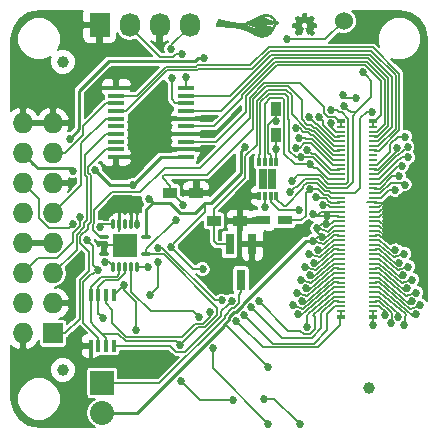
<source format=gbl>
G04 #@! TF.FileFunction,Copper,L2,Bot,Signal*
%FSLAX46Y46*%
G04 Gerber Fmt 4.6, Leading zero omitted, Abs format (unit mm)*
G04 Created by KiCad (PCBNEW 4.0.1-stable) date Tuesday, May 31, 2016 'PMt' 08:28:30 PM*
%MOMM*%
G01*
G04 APERTURE LIST*
%ADD10C,0.100000*%
%ADD11C,0.010000*%
%ADD12R,0.660000X0.230000*%
%ADD13R,0.660000X0.350000*%
%ADD14R,1.200000X0.750000*%
%ADD15R,0.300000X0.750000*%
%ADD16R,0.725000X0.875000*%
%ADD17R,0.900000X1.200000*%
%ADD18C,1.524000*%
%ADD19R,1.727200X1.727200*%
%ADD20O,1.727200X1.727200*%
%ADD21R,2.032000X2.032000*%
%ADD22O,2.032000X2.032000*%
%ADD23R,0.800100X1.800860*%
%ADD24R,1.200000X0.900000*%
%ADD25R,1.727200X2.032000*%
%ADD26O,1.727200X2.032000*%
%ADD27R,1.450000X0.450000*%
%ADD28R,0.400000X1.100000*%
%ADD29C,1.000000*%
%ADD30O,0.990000X0.280000*%
%ADD31O,0.280000X0.990000*%
%ADD32R,1.025000X1.025000*%
%ADD33C,0.685800*%
%ADD34C,0.685801*%
%ADD35C,0.152400*%
%ADD36C,0.254000*%
G04 APERTURE END LIST*
D10*
D11*
G36*
X151902110Y-90643476D02*
X151880393Y-90643821D01*
X151861445Y-90644540D01*
X151844235Y-90645719D01*
X151827730Y-90647441D01*
X151810899Y-90649790D01*
X151792708Y-90652850D01*
X151777648Y-90655645D01*
X151737289Y-90664396D01*
X151695394Y-90675414D01*
X151653941Y-90688125D01*
X151614907Y-90701957D01*
X151607105Y-90704990D01*
X151577497Y-90716780D01*
X151548440Y-90728531D01*
X151519668Y-90740368D01*
X151490917Y-90752414D01*
X151461919Y-90764793D01*
X151432409Y-90777628D01*
X151402121Y-90791043D01*
X151370790Y-90805162D01*
X151338149Y-90820109D01*
X151303933Y-90836008D01*
X151267876Y-90852981D01*
X151229712Y-90871153D01*
X151189176Y-90890648D01*
X151146001Y-90911589D01*
X151099922Y-90934100D01*
X151050673Y-90958305D01*
X150997987Y-90984327D01*
X150941601Y-91012290D01*
X150881246Y-91042318D01*
X150865667Y-91050083D01*
X150813659Y-91075963D01*
X150765600Y-91099774D01*
X150721145Y-91121675D01*
X150679950Y-91141825D01*
X150641669Y-91160383D01*
X150605957Y-91177509D01*
X150572469Y-91193361D01*
X150540860Y-91208099D01*
X150510786Y-91221882D01*
X150481901Y-91234869D01*
X150453860Y-91247221D01*
X150426318Y-91259095D01*
X150398931Y-91270651D01*
X150371352Y-91282048D01*
X150343239Y-91293446D01*
X150314244Y-91305004D01*
X150308216Y-91307386D01*
X150290759Y-91314341D01*
X150274798Y-91320833D01*
X150260879Y-91326627D01*
X150249550Y-91331492D01*
X150241355Y-91335195D01*
X150236842Y-91337503D01*
X150236131Y-91338075D01*
X150237437Y-91340832D01*
X150241820Y-91346251D01*
X150248730Y-91353795D01*
X150257615Y-91362924D01*
X150267925Y-91373099D01*
X150279110Y-91383782D01*
X150290620Y-91394433D01*
X150301904Y-91404515D01*
X150312412Y-91413487D01*
X150316796Y-91417062D01*
X150367789Y-91455188D01*
X150423145Y-91491379D01*
X150482775Y-91525598D01*
X150546594Y-91557810D01*
X150614513Y-91587978D01*
X150686445Y-91616066D01*
X150762304Y-91642040D01*
X150842002Y-91665862D01*
X150925451Y-91687496D01*
X151012565Y-91706907D01*
X151026533Y-91709744D01*
X151086331Y-91720927D01*
X151142312Y-91729711D01*
X151194846Y-91736122D01*
X151244302Y-91740187D01*
X151291050Y-91741931D01*
X151335458Y-91741382D01*
X151377897Y-91738567D01*
X151397625Y-91736425D01*
X151442521Y-91729163D01*
X151483907Y-91718835D01*
X151521726Y-91705475D01*
X151555921Y-91689116D01*
X151586435Y-91669792D01*
X151613212Y-91647535D01*
X151636195Y-91622379D01*
X151655327Y-91594357D01*
X151662480Y-91581186D01*
X151671131Y-91562070D01*
X151678130Y-91541992D01*
X151683742Y-91519947D01*
X151688230Y-91494928D01*
X151691222Y-91471810D01*
X151692983Y-91456104D01*
X151740153Y-91451992D01*
X151754896Y-91450714D01*
X151768084Y-91449583D01*
X151778921Y-91448667D01*
X151786612Y-91448033D01*
X151790361Y-91447747D01*
X151790490Y-91447741D01*
X151792531Y-91446313D01*
X151792227Y-91445286D01*
X151793472Y-91444251D01*
X151798086Y-91443987D01*
X151804679Y-91444379D01*
X151811863Y-91445312D01*
X151818249Y-91446672D01*
X151821190Y-91447675D01*
X151824967Y-91448715D01*
X151832720Y-91450402D01*
X151843655Y-91452577D01*
X151856978Y-91455085D01*
X151871893Y-91457768D01*
X151875619Y-91458420D01*
X151931495Y-91467682D01*
X151984580Y-91475481D01*
X152036618Y-91482048D01*
X152089348Y-91487618D01*
X152105429Y-91489116D01*
X152120809Y-91490209D01*
X152139464Y-91491055D01*
X152160467Y-91491653D01*
X152182891Y-91492003D01*
X152205808Y-91492105D01*
X152228294Y-91491958D01*
X152249419Y-91491562D01*
X152268259Y-91490917D01*
X152283886Y-91490022D01*
X152292905Y-91489190D01*
X152342844Y-91482570D01*
X152391432Y-91474418D01*
X152439954Y-91464468D01*
X152489696Y-91452450D01*
X152541945Y-91438096D01*
X152552555Y-91434996D01*
X152568052Y-91430341D01*
X152579471Y-91426674D01*
X152587414Y-91423756D01*
X152592486Y-91421346D01*
X152595286Y-91419204D01*
X152596278Y-91417578D01*
X152596934Y-91414072D01*
X152598011Y-91406328D01*
X152599443Y-91394920D01*
X152601159Y-91380422D01*
X152603094Y-91363409D01*
X152605177Y-91344456D01*
X152607296Y-91324582D01*
X152609759Y-91300806D01*
X152611684Y-91281429D01*
X152613099Y-91266043D01*
X152614032Y-91254244D01*
X152614511Y-91245623D01*
X152614564Y-91239776D01*
X152614217Y-91236294D01*
X152613500Y-91234773D01*
X152613435Y-91234728D01*
X152609181Y-91233159D01*
X152602429Y-91231623D01*
X152600395Y-91231280D01*
X152592683Y-91229889D01*
X152580991Y-91227518D01*
X152566039Y-91224332D01*
X152548549Y-91220495D01*
X152529240Y-91216171D01*
X152508835Y-91211523D01*
X152488054Y-91206716D01*
X152467617Y-91201914D01*
X152448246Y-91197280D01*
X152430661Y-91192979D01*
X152417486Y-91189664D01*
X152347112Y-91170903D01*
X152281290Y-91151815D01*
X152219740Y-91132305D01*
X152162181Y-91112280D01*
X152108334Y-91091646D01*
X152057918Y-91070309D01*
X152049790Y-91066661D01*
X152001328Y-91043036D01*
X151951977Y-91015787D01*
X151902917Y-90985663D01*
X151855327Y-90953417D01*
X151810384Y-90919797D01*
X151780067Y-90894939D01*
X151767955Y-90884405D01*
X151755384Y-90873151D01*
X151742845Y-90861653D01*
X151730830Y-90850384D01*
X151719829Y-90839818D01*
X151710335Y-90830429D01*
X151702839Y-90822691D01*
X151697832Y-90817077D01*
X151695806Y-90814062D01*
X151695849Y-90813738D01*
X151699390Y-90811991D01*
X151706909Y-90809332D01*
X151717679Y-90805973D01*
X151730975Y-90802129D01*
X151746069Y-90798015D01*
X151762235Y-90793845D01*
X151769181Y-90792125D01*
X151817115Y-90782245D01*
X151865253Y-90776066D01*
X151914063Y-90773600D01*
X151964013Y-90774860D01*
X152015573Y-90779857D01*
X152069210Y-90788605D01*
X152125395Y-90801115D01*
X152126731Y-90801449D01*
X152183850Y-90817728D01*
X152238616Y-90837221D01*
X152290827Y-90859771D01*
X152340278Y-90885220D01*
X152386768Y-90913411D01*
X152430093Y-90944186D01*
X152470050Y-90977388D01*
X152506438Y-91012858D01*
X152539052Y-91050440D01*
X152567689Y-91089977D01*
X152592148Y-91131309D01*
X152612225Y-91174281D01*
X152614627Y-91180296D01*
X152622196Y-91199648D01*
X152723646Y-91296202D01*
X152742169Y-91313846D01*
X152759620Y-91330497D01*
X152775689Y-91345857D01*
X152790064Y-91359627D01*
X152802434Y-91371508D01*
X152812488Y-91381202D01*
X152819915Y-91388409D01*
X152824404Y-91392832D01*
X152825676Y-91394174D01*
X152823649Y-91395404D01*
X152817613Y-91398401D01*
X152807984Y-91402971D01*
X152795176Y-91408924D01*
X152779605Y-91416069D01*
X152761686Y-91424213D01*
X152741836Y-91433165D01*
X152720469Y-91442735D01*
X152715360Y-91445013D01*
X152604464Y-91494436D01*
X152592917Y-91535728D01*
X152587359Y-91554900D01*
X152580610Y-91577059D01*
X152573088Y-91600919D01*
X152565209Y-91625195D01*
X152557389Y-91648602D01*
X152550047Y-91669855D01*
X152543878Y-91686919D01*
X152540142Y-91696304D01*
X152537043Y-91702115D01*
X152533850Y-91705417D01*
X152529945Y-91707241D01*
X152524938Y-91708040D01*
X152515804Y-91708683D01*
X152503250Y-91709172D01*
X152487986Y-91709507D01*
X152470720Y-91709690D01*
X152452158Y-91709724D01*
X152433011Y-91709608D01*
X152413986Y-91709345D01*
X152395791Y-91708937D01*
X152379134Y-91708384D01*
X152364724Y-91707689D01*
X152353381Y-91706863D01*
X152241649Y-91694774D01*
X152173162Y-91685603D01*
X152143868Y-91681189D01*
X152118621Y-91676868D01*
X152096640Y-91672428D01*
X152077143Y-91667653D01*
X152059349Y-91662331D01*
X152042477Y-91656246D01*
X152025745Y-91649184D01*
X152008372Y-91640933D01*
X152006248Y-91639873D01*
X151967924Y-91618252D01*
X151930341Y-91592307D01*
X151894131Y-91562553D01*
X151859927Y-91529502D01*
X151832637Y-91498880D01*
X151819981Y-91483635D01*
X151819981Y-91491987D01*
X151819288Y-91502188D01*
X151817375Y-91515800D01*
X151814488Y-91531624D01*
X151810873Y-91548462D01*
X151806778Y-91565114D01*
X151802450Y-91580381D01*
X151800595Y-91586173D01*
X151784555Y-91626904D01*
X151764678Y-91664716D01*
X151741022Y-91699558D01*
X151713650Y-91731374D01*
X151682620Y-91760111D01*
X151647994Y-91785717D01*
X151609832Y-91808137D01*
X151568195Y-91827319D01*
X151523143Y-91843209D01*
X151503086Y-91848923D01*
X151467259Y-91857339D01*
X151430385Y-91863721D01*
X151391593Y-91868166D01*
X151350012Y-91870775D01*
X151304772Y-91871646D01*
X151303514Y-91871647D01*
X151268422Y-91871229D01*
X151234337Y-91869929D01*
X151200467Y-91867658D01*
X151166018Y-91864326D01*
X151130197Y-91859845D01*
X151092210Y-91854126D01*
X151051265Y-91847080D01*
X151006567Y-91838618D01*
X151003552Y-91838025D01*
X150918906Y-91819934D01*
X150836963Y-91799615D01*
X150757888Y-91777142D01*
X150681847Y-91752591D01*
X150609005Y-91726036D01*
X150539526Y-91697553D01*
X150473576Y-91667216D01*
X150411320Y-91635101D01*
X150352923Y-91601282D01*
X150298550Y-91565834D01*
X150248367Y-91528833D01*
X150202538Y-91490352D01*
X150170190Y-91459632D01*
X150159125Y-91448214D01*
X150147811Y-91436029D01*
X150137362Y-91424311D01*
X150128896Y-91414294D01*
X150126648Y-91411469D01*
X150119727Y-91402594D01*
X150113592Y-91394754D01*
X150109057Y-91388989D01*
X150107295Y-91386775D01*
X150105413Y-91384749D01*
X150103130Y-91383686D01*
X150099423Y-91383591D01*
X150093273Y-91384470D01*
X150083655Y-91386329D01*
X150080686Y-91386929D01*
X150009527Y-91398886D01*
X149937931Y-91406051D01*
X149865776Y-91408432D01*
X149792943Y-91406035D01*
X149781933Y-91405262D01*
X149724120Y-91400415D01*
X149661841Y-91394221D01*
X149595270Y-91386710D01*
X149524580Y-91377912D01*
X149449944Y-91367858D01*
X149371536Y-91356576D01*
X149289527Y-91344097D01*
X149204092Y-91330450D01*
X149115402Y-91315667D01*
X149023632Y-91299776D01*
X148928955Y-91282808D01*
X148831542Y-91264792D01*
X148731568Y-91245758D01*
X148629205Y-91225737D01*
X148524627Y-91204759D01*
X148418005Y-91182852D01*
X148309515Y-91160048D01*
X148199328Y-91136376D01*
X148094648Y-91113423D01*
X148064138Y-91106666D01*
X148037931Y-91100983D01*
X148015594Y-91096466D01*
X147996693Y-91093208D01*
X147980792Y-91091300D01*
X147967459Y-91090835D01*
X147956260Y-91091905D01*
X147946760Y-91094603D01*
X147938525Y-91099020D01*
X147931121Y-91105249D01*
X147924114Y-91113382D01*
X147917071Y-91123511D01*
X147909557Y-91135729D01*
X147901138Y-91150128D01*
X147898203Y-91155174D01*
X147872648Y-91200278D01*
X147848694Y-91245021D01*
X147826614Y-91288833D01*
X147806677Y-91331142D01*
X147789156Y-91371379D01*
X147774320Y-91408973D01*
X147764813Y-91436018D01*
X147754211Y-91471958D01*
X147746863Y-91505498D01*
X147742749Y-91536481D01*
X147741850Y-91564750D01*
X147744147Y-91590150D01*
X147749622Y-91612523D01*
X147758256Y-91631713D01*
X147770031Y-91647563D01*
X147784926Y-91659917D01*
X147792143Y-91664043D01*
X147799092Y-91667306D01*
X147806669Y-91670302D01*
X147815121Y-91673051D01*
X147824693Y-91675572D01*
X147835628Y-91677884D01*
X147848174Y-91680007D01*
X147862573Y-91681960D01*
X147879073Y-91683761D01*
X147897916Y-91685431D01*
X147919350Y-91686989D01*
X147943617Y-91688454D01*
X147970965Y-91689845D01*
X148001637Y-91691181D01*
X148035879Y-91692483D01*
X148073935Y-91693769D01*
X148116051Y-91695058D01*
X148162471Y-91696370D01*
X148213442Y-91697724D01*
X148222857Y-91697967D01*
X148306567Y-91700256D01*
X148385821Y-91702711D01*
X148461001Y-91705352D01*
X148532487Y-91708202D01*
X148600660Y-91711281D01*
X148665901Y-91714609D01*
X148728589Y-91718209D01*
X148789107Y-91722101D01*
X148847835Y-91726306D01*
X148905153Y-91730846D01*
X148961442Y-91735740D01*
X149017083Y-91741011D01*
X149035657Y-91742866D01*
X149123908Y-91752350D01*
X149209256Y-91762702D01*
X149292213Y-91774038D01*
X149373293Y-91786474D01*
X149453009Y-91800127D01*
X149531875Y-91815112D01*
X149610402Y-91831546D01*
X149689106Y-91849545D01*
X149768498Y-91869225D01*
X149849092Y-91890703D01*
X149931401Y-91914095D01*
X150015938Y-91939516D01*
X150103217Y-91967083D01*
X150193751Y-91996912D01*
X150265743Y-92021406D01*
X150299933Y-92033412D01*
X150332526Y-92045361D01*
X150363982Y-92057474D01*
X150394759Y-92069971D01*
X150425317Y-92083070D01*
X150456114Y-92096991D01*
X150487610Y-92111955D01*
X150520264Y-92128180D01*
X150554534Y-92145887D01*
X150590880Y-92165295D01*
X150629761Y-92186623D01*
X150671635Y-92210092D01*
X150716962Y-92235920D01*
X150731410Y-92244224D01*
X150771607Y-92267353D01*
X150807930Y-92288218D01*
X150840685Y-92306989D01*
X150870180Y-92323834D01*
X150896721Y-92338923D01*
X150920614Y-92352425D01*
X150942168Y-92364510D01*
X150961689Y-92375347D01*
X150979484Y-92385105D01*
X150995860Y-92393953D01*
X151011124Y-92402061D01*
X151025583Y-92409598D01*
X151039543Y-92416734D01*
X151053313Y-92423637D01*
X151067198Y-92430478D01*
X151081506Y-92437425D01*
X151082761Y-92438031D01*
X151129005Y-92459588D01*
X151172629Y-92478276D01*
X151214572Y-92494365D01*
X151255777Y-92508123D01*
X151297182Y-92519819D01*
X151339730Y-92529722D01*
X151384361Y-92538101D01*
X151432015Y-92545226D01*
X151476476Y-92550592D01*
X151504581Y-92553170D01*
X151536087Y-92555200D01*
X151569583Y-92556643D01*
X151603660Y-92557463D01*
X151636906Y-92557622D01*
X151667912Y-92557082D01*
X151688143Y-92556234D01*
X151742689Y-92551679D01*
X151797859Y-92544053D01*
X151852838Y-92533561D01*
X151906811Y-92520409D01*
X151958964Y-92504801D01*
X152008482Y-92486941D01*
X152054549Y-92467036D01*
X152066966Y-92461000D01*
X152122495Y-92430655D01*
X152176819Y-92395709D01*
X152229841Y-92356270D01*
X152281466Y-92312446D01*
X152331598Y-92264345D01*
X152380141Y-92212076D01*
X152426999Y-92155746D01*
X152472076Y-92095465D01*
X152515277Y-92031339D01*
X152556505Y-91963477D01*
X152595665Y-91891987D01*
X152626585Y-91829852D01*
X152639160Y-91802482D01*
X152651243Y-91774118D01*
X152663182Y-91743873D01*
X152675324Y-91710861D01*
X152688016Y-91674197D01*
X152690995Y-91665315D01*
X152696254Y-91649237D01*
X152701811Y-91631690D01*
X152707423Y-91613490D01*
X152712851Y-91595456D01*
X152717851Y-91578405D01*
X152722182Y-91563156D01*
X152725603Y-91550525D01*
X152727871Y-91541330D01*
X152728427Y-91538669D01*
X152729914Y-91530741D01*
X152870221Y-91474122D01*
X152894893Y-91464148D01*
X152918212Y-91454687D01*
X152939795Y-91445897D01*
X152959259Y-91437934D01*
X152976219Y-91430958D01*
X152990293Y-91425125D01*
X153001096Y-91420595D01*
X153008246Y-91417524D01*
X153011359Y-91416070D01*
X153011461Y-91415993D01*
X153009856Y-91414176D01*
X153004918Y-91409406D01*
X152996929Y-91401941D01*
X152986175Y-91392039D01*
X152972939Y-91379960D01*
X152957506Y-91365962D01*
X152940159Y-91350303D01*
X152921184Y-91333243D01*
X152900863Y-91315039D01*
X152883461Y-91299499D01*
X152858764Y-91277467D01*
X152837429Y-91258409D01*
X152819202Y-91242080D01*
X152803830Y-91228239D01*
X152791060Y-91216642D01*
X152780639Y-91207046D01*
X152772314Y-91199209D01*
X152765831Y-91192887D01*
X152760938Y-91187839D01*
X152757381Y-91183820D01*
X152754908Y-91180588D01*
X152753264Y-91177901D01*
X152752198Y-91175515D01*
X152751455Y-91173187D01*
X152751329Y-91172730D01*
X152746934Y-91158639D01*
X152740693Y-91141530D01*
X152733101Y-91122617D01*
X152724658Y-91103114D01*
X152715859Y-91084235D01*
X152711337Y-91075123D01*
X152689087Y-91035208D01*
X152663559Y-90996722D01*
X152634286Y-90959028D01*
X152600801Y-90921488D01*
X152591788Y-90912125D01*
X152553725Y-90875413D01*
X152514448Y-90842167D01*
X152473130Y-90811793D01*
X152428948Y-90783696D01*
X152381076Y-90757283D01*
X152366686Y-90750002D01*
X152320020Y-90728147D01*
X152273382Y-90709060D01*
X152225929Y-90692485D01*
X152176818Y-90678166D01*
X152125208Y-90665846D01*
X152070255Y-90655269D01*
X152038391Y-90650116D01*
X152024789Y-90648114D01*
X152012907Y-90646560D01*
X152001787Y-90645397D01*
X151990472Y-90644566D01*
X151978005Y-90644011D01*
X151963430Y-90643672D01*
X151945789Y-90643493D01*
X151927629Y-90643423D01*
X151902110Y-90643476D01*
X151902110Y-90643476D01*
G37*
X151902110Y-90643476D02*
X151880393Y-90643821D01*
X151861445Y-90644540D01*
X151844235Y-90645719D01*
X151827730Y-90647441D01*
X151810899Y-90649790D01*
X151792708Y-90652850D01*
X151777648Y-90655645D01*
X151737289Y-90664396D01*
X151695394Y-90675414D01*
X151653941Y-90688125D01*
X151614907Y-90701957D01*
X151607105Y-90704990D01*
X151577497Y-90716780D01*
X151548440Y-90728531D01*
X151519668Y-90740368D01*
X151490917Y-90752414D01*
X151461919Y-90764793D01*
X151432409Y-90777628D01*
X151402121Y-90791043D01*
X151370790Y-90805162D01*
X151338149Y-90820109D01*
X151303933Y-90836008D01*
X151267876Y-90852981D01*
X151229712Y-90871153D01*
X151189176Y-90890648D01*
X151146001Y-90911589D01*
X151099922Y-90934100D01*
X151050673Y-90958305D01*
X150997987Y-90984327D01*
X150941601Y-91012290D01*
X150881246Y-91042318D01*
X150865667Y-91050083D01*
X150813659Y-91075963D01*
X150765600Y-91099774D01*
X150721145Y-91121675D01*
X150679950Y-91141825D01*
X150641669Y-91160383D01*
X150605957Y-91177509D01*
X150572469Y-91193361D01*
X150540860Y-91208099D01*
X150510786Y-91221882D01*
X150481901Y-91234869D01*
X150453860Y-91247221D01*
X150426318Y-91259095D01*
X150398931Y-91270651D01*
X150371352Y-91282048D01*
X150343239Y-91293446D01*
X150314244Y-91305004D01*
X150308216Y-91307386D01*
X150290759Y-91314341D01*
X150274798Y-91320833D01*
X150260879Y-91326627D01*
X150249550Y-91331492D01*
X150241355Y-91335195D01*
X150236842Y-91337503D01*
X150236131Y-91338075D01*
X150237437Y-91340832D01*
X150241820Y-91346251D01*
X150248730Y-91353795D01*
X150257615Y-91362924D01*
X150267925Y-91373099D01*
X150279110Y-91383782D01*
X150290620Y-91394433D01*
X150301904Y-91404515D01*
X150312412Y-91413487D01*
X150316796Y-91417062D01*
X150367789Y-91455188D01*
X150423145Y-91491379D01*
X150482775Y-91525598D01*
X150546594Y-91557810D01*
X150614513Y-91587978D01*
X150686445Y-91616066D01*
X150762304Y-91642040D01*
X150842002Y-91665862D01*
X150925451Y-91687496D01*
X151012565Y-91706907D01*
X151026533Y-91709744D01*
X151086331Y-91720927D01*
X151142312Y-91729711D01*
X151194846Y-91736122D01*
X151244302Y-91740187D01*
X151291050Y-91741931D01*
X151335458Y-91741382D01*
X151377897Y-91738567D01*
X151397625Y-91736425D01*
X151442521Y-91729163D01*
X151483907Y-91718835D01*
X151521726Y-91705475D01*
X151555921Y-91689116D01*
X151586435Y-91669792D01*
X151613212Y-91647535D01*
X151636195Y-91622379D01*
X151655327Y-91594357D01*
X151662480Y-91581186D01*
X151671131Y-91562070D01*
X151678130Y-91541992D01*
X151683742Y-91519947D01*
X151688230Y-91494928D01*
X151691222Y-91471810D01*
X151692983Y-91456104D01*
X151740153Y-91451992D01*
X151754896Y-91450714D01*
X151768084Y-91449583D01*
X151778921Y-91448667D01*
X151786612Y-91448033D01*
X151790361Y-91447747D01*
X151790490Y-91447741D01*
X151792531Y-91446313D01*
X151792227Y-91445286D01*
X151793472Y-91444251D01*
X151798086Y-91443987D01*
X151804679Y-91444379D01*
X151811863Y-91445312D01*
X151818249Y-91446672D01*
X151821190Y-91447675D01*
X151824967Y-91448715D01*
X151832720Y-91450402D01*
X151843655Y-91452577D01*
X151856978Y-91455085D01*
X151871893Y-91457768D01*
X151875619Y-91458420D01*
X151931495Y-91467682D01*
X151984580Y-91475481D01*
X152036618Y-91482048D01*
X152089348Y-91487618D01*
X152105429Y-91489116D01*
X152120809Y-91490209D01*
X152139464Y-91491055D01*
X152160467Y-91491653D01*
X152182891Y-91492003D01*
X152205808Y-91492105D01*
X152228294Y-91491958D01*
X152249419Y-91491562D01*
X152268259Y-91490917D01*
X152283886Y-91490022D01*
X152292905Y-91489190D01*
X152342844Y-91482570D01*
X152391432Y-91474418D01*
X152439954Y-91464468D01*
X152489696Y-91452450D01*
X152541945Y-91438096D01*
X152552555Y-91434996D01*
X152568052Y-91430341D01*
X152579471Y-91426674D01*
X152587414Y-91423756D01*
X152592486Y-91421346D01*
X152595286Y-91419204D01*
X152596278Y-91417578D01*
X152596934Y-91414072D01*
X152598011Y-91406328D01*
X152599443Y-91394920D01*
X152601159Y-91380422D01*
X152603094Y-91363409D01*
X152605177Y-91344456D01*
X152607296Y-91324582D01*
X152609759Y-91300806D01*
X152611684Y-91281429D01*
X152613099Y-91266043D01*
X152614032Y-91254244D01*
X152614511Y-91245623D01*
X152614564Y-91239776D01*
X152614217Y-91236294D01*
X152613500Y-91234773D01*
X152613435Y-91234728D01*
X152609181Y-91233159D01*
X152602429Y-91231623D01*
X152600395Y-91231280D01*
X152592683Y-91229889D01*
X152580991Y-91227518D01*
X152566039Y-91224332D01*
X152548549Y-91220495D01*
X152529240Y-91216171D01*
X152508835Y-91211523D01*
X152488054Y-91206716D01*
X152467617Y-91201914D01*
X152448246Y-91197280D01*
X152430661Y-91192979D01*
X152417486Y-91189664D01*
X152347112Y-91170903D01*
X152281290Y-91151815D01*
X152219740Y-91132305D01*
X152162181Y-91112280D01*
X152108334Y-91091646D01*
X152057918Y-91070309D01*
X152049790Y-91066661D01*
X152001328Y-91043036D01*
X151951977Y-91015787D01*
X151902917Y-90985663D01*
X151855327Y-90953417D01*
X151810384Y-90919797D01*
X151780067Y-90894939D01*
X151767955Y-90884405D01*
X151755384Y-90873151D01*
X151742845Y-90861653D01*
X151730830Y-90850384D01*
X151719829Y-90839818D01*
X151710335Y-90830429D01*
X151702839Y-90822691D01*
X151697832Y-90817077D01*
X151695806Y-90814062D01*
X151695849Y-90813738D01*
X151699390Y-90811991D01*
X151706909Y-90809332D01*
X151717679Y-90805973D01*
X151730975Y-90802129D01*
X151746069Y-90798015D01*
X151762235Y-90793845D01*
X151769181Y-90792125D01*
X151817115Y-90782245D01*
X151865253Y-90776066D01*
X151914063Y-90773600D01*
X151964013Y-90774860D01*
X152015573Y-90779857D01*
X152069210Y-90788605D01*
X152125395Y-90801115D01*
X152126731Y-90801449D01*
X152183850Y-90817728D01*
X152238616Y-90837221D01*
X152290827Y-90859771D01*
X152340278Y-90885220D01*
X152386768Y-90913411D01*
X152430093Y-90944186D01*
X152470050Y-90977388D01*
X152506438Y-91012858D01*
X152539052Y-91050440D01*
X152567689Y-91089977D01*
X152592148Y-91131309D01*
X152612225Y-91174281D01*
X152614627Y-91180296D01*
X152622196Y-91199648D01*
X152723646Y-91296202D01*
X152742169Y-91313846D01*
X152759620Y-91330497D01*
X152775689Y-91345857D01*
X152790064Y-91359627D01*
X152802434Y-91371508D01*
X152812488Y-91381202D01*
X152819915Y-91388409D01*
X152824404Y-91392832D01*
X152825676Y-91394174D01*
X152823649Y-91395404D01*
X152817613Y-91398401D01*
X152807984Y-91402971D01*
X152795176Y-91408924D01*
X152779605Y-91416069D01*
X152761686Y-91424213D01*
X152741836Y-91433165D01*
X152720469Y-91442735D01*
X152715360Y-91445013D01*
X152604464Y-91494436D01*
X152592917Y-91535728D01*
X152587359Y-91554900D01*
X152580610Y-91577059D01*
X152573088Y-91600919D01*
X152565209Y-91625195D01*
X152557389Y-91648602D01*
X152550047Y-91669855D01*
X152543878Y-91686919D01*
X152540142Y-91696304D01*
X152537043Y-91702115D01*
X152533850Y-91705417D01*
X152529945Y-91707241D01*
X152524938Y-91708040D01*
X152515804Y-91708683D01*
X152503250Y-91709172D01*
X152487986Y-91709507D01*
X152470720Y-91709690D01*
X152452158Y-91709724D01*
X152433011Y-91709608D01*
X152413986Y-91709345D01*
X152395791Y-91708937D01*
X152379134Y-91708384D01*
X152364724Y-91707689D01*
X152353381Y-91706863D01*
X152241649Y-91694774D01*
X152173162Y-91685603D01*
X152143868Y-91681189D01*
X152118621Y-91676868D01*
X152096640Y-91672428D01*
X152077143Y-91667653D01*
X152059349Y-91662331D01*
X152042477Y-91656246D01*
X152025745Y-91649184D01*
X152008372Y-91640933D01*
X152006248Y-91639873D01*
X151967924Y-91618252D01*
X151930341Y-91592307D01*
X151894131Y-91562553D01*
X151859927Y-91529502D01*
X151832637Y-91498880D01*
X151819981Y-91483635D01*
X151819981Y-91491987D01*
X151819288Y-91502188D01*
X151817375Y-91515800D01*
X151814488Y-91531624D01*
X151810873Y-91548462D01*
X151806778Y-91565114D01*
X151802450Y-91580381D01*
X151800595Y-91586173D01*
X151784555Y-91626904D01*
X151764678Y-91664716D01*
X151741022Y-91699558D01*
X151713650Y-91731374D01*
X151682620Y-91760111D01*
X151647994Y-91785717D01*
X151609832Y-91808137D01*
X151568195Y-91827319D01*
X151523143Y-91843209D01*
X151503086Y-91848923D01*
X151467259Y-91857339D01*
X151430385Y-91863721D01*
X151391593Y-91868166D01*
X151350012Y-91870775D01*
X151304772Y-91871646D01*
X151303514Y-91871647D01*
X151268422Y-91871229D01*
X151234337Y-91869929D01*
X151200467Y-91867658D01*
X151166018Y-91864326D01*
X151130197Y-91859845D01*
X151092210Y-91854126D01*
X151051265Y-91847080D01*
X151006567Y-91838618D01*
X151003552Y-91838025D01*
X150918906Y-91819934D01*
X150836963Y-91799615D01*
X150757888Y-91777142D01*
X150681847Y-91752591D01*
X150609005Y-91726036D01*
X150539526Y-91697553D01*
X150473576Y-91667216D01*
X150411320Y-91635101D01*
X150352923Y-91601282D01*
X150298550Y-91565834D01*
X150248367Y-91528833D01*
X150202538Y-91490352D01*
X150170190Y-91459632D01*
X150159125Y-91448214D01*
X150147811Y-91436029D01*
X150137362Y-91424311D01*
X150128896Y-91414294D01*
X150126648Y-91411469D01*
X150119727Y-91402594D01*
X150113592Y-91394754D01*
X150109057Y-91388989D01*
X150107295Y-91386775D01*
X150105413Y-91384749D01*
X150103130Y-91383686D01*
X150099423Y-91383591D01*
X150093273Y-91384470D01*
X150083655Y-91386329D01*
X150080686Y-91386929D01*
X150009527Y-91398886D01*
X149937931Y-91406051D01*
X149865776Y-91408432D01*
X149792943Y-91406035D01*
X149781933Y-91405262D01*
X149724120Y-91400415D01*
X149661841Y-91394221D01*
X149595270Y-91386710D01*
X149524580Y-91377912D01*
X149449944Y-91367858D01*
X149371536Y-91356576D01*
X149289527Y-91344097D01*
X149204092Y-91330450D01*
X149115402Y-91315667D01*
X149023632Y-91299776D01*
X148928955Y-91282808D01*
X148831542Y-91264792D01*
X148731568Y-91245758D01*
X148629205Y-91225737D01*
X148524627Y-91204759D01*
X148418005Y-91182852D01*
X148309515Y-91160048D01*
X148199328Y-91136376D01*
X148094648Y-91113423D01*
X148064138Y-91106666D01*
X148037931Y-91100983D01*
X148015594Y-91096466D01*
X147996693Y-91093208D01*
X147980792Y-91091300D01*
X147967459Y-91090835D01*
X147956260Y-91091905D01*
X147946760Y-91094603D01*
X147938525Y-91099020D01*
X147931121Y-91105249D01*
X147924114Y-91113382D01*
X147917071Y-91123511D01*
X147909557Y-91135729D01*
X147901138Y-91150128D01*
X147898203Y-91155174D01*
X147872648Y-91200278D01*
X147848694Y-91245021D01*
X147826614Y-91288833D01*
X147806677Y-91331142D01*
X147789156Y-91371379D01*
X147774320Y-91408973D01*
X147764813Y-91436018D01*
X147754211Y-91471958D01*
X147746863Y-91505498D01*
X147742749Y-91536481D01*
X147741850Y-91564750D01*
X147744147Y-91590150D01*
X147749622Y-91612523D01*
X147758256Y-91631713D01*
X147770031Y-91647563D01*
X147784926Y-91659917D01*
X147792143Y-91664043D01*
X147799092Y-91667306D01*
X147806669Y-91670302D01*
X147815121Y-91673051D01*
X147824693Y-91675572D01*
X147835628Y-91677884D01*
X147848174Y-91680007D01*
X147862573Y-91681960D01*
X147879073Y-91683761D01*
X147897916Y-91685431D01*
X147919350Y-91686989D01*
X147943617Y-91688454D01*
X147970965Y-91689845D01*
X148001637Y-91691181D01*
X148035879Y-91692483D01*
X148073935Y-91693769D01*
X148116051Y-91695058D01*
X148162471Y-91696370D01*
X148213442Y-91697724D01*
X148222857Y-91697967D01*
X148306567Y-91700256D01*
X148385821Y-91702711D01*
X148461001Y-91705352D01*
X148532487Y-91708202D01*
X148600660Y-91711281D01*
X148665901Y-91714609D01*
X148728589Y-91718209D01*
X148789107Y-91722101D01*
X148847835Y-91726306D01*
X148905153Y-91730846D01*
X148961442Y-91735740D01*
X149017083Y-91741011D01*
X149035657Y-91742866D01*
X149123908Y-91752350D01*
X149209256Y-91762702D01*
X149292213Y-91774038D01*
X149373293Y-91786474D01*
X149453009Y-91800127D01*
X149531875Y-91815112D01*
X149610402Y-91831546D01*
X149689106Y-91849545D01*
X149768498Y-91869225D01*
X149849092Y-91890703D01*
X149931401Y-91914095D01*
X150015938Y-91939516D01*
X150103217Y-91967083D01*
X150193751Y-91996912D01*
X150265743Y-92021406D01*
X150299933Y-92033412D01*
X150332526Y-92045361D01*
X150363982Y-92057474D01*
X150394759Y-92069971D01*
X150425317Y-92083070D01*
X150456114Y-92096991D01*
X150487610Y-92111955D01*
X150520264Y-92128180D01*
X150554534Y-92145887D01*
X150590880Y-92165295D01*
X150629761Y-92186623D01*
X150671635Y-92210092D01*
X150716962Y-92235920D01*
X150731410Y-92244224D01*
X150771607Y-92267353D01*
X150807930Y-92288218D01*
X150840685Y-92306989D01*
X150870180Y-92323834D01*
X150896721Y-92338923D01*
X150920614Y-92352425D01*
X150942168Y-92364510D01*
X150961689Y-92375347D01*
X150979484Y-92385105D01*
X150995860Y-92393953D01*
X151011124Y-92402061D01*
X151025583Y-92409598D01*
X151039543Y-92416734D01*
X151053313Y-92423637D01*
X151067198Y-92430478D01*
X151081506Y-92437425D01*
X151082761Y-92438031D01*
X151129005Y-92459588D01*
X151172629Y-92478276D01*
X151214572Y-92494365D01*
X151255777Y-92508123D01*
X151297182Y-92519819D01*
X151339730Y-92529722D01*
X151384361Y-92538101D01*
X151432015Y-92545226D01*
X151476476Y-92550592D01*
X151504581Y-92553170D01*
X151536087Y-92555200D01*
X151569583Y-92556643D01*
X151603660Y-92557463D01*
X151636906Y-92557622D01*
X151667912Y-92557082D01*
X151688143Y-92556234D01*
X151742689Y-92551679D01*
X151797859Y-92544053D01*
X151852838Y-92533561D01*
X151906811Y-92520409D01*
X151958964Y-92504801D01*
X152008482Y-92486941D01*
X152054549Y-92467036D01*
X152066966Y-92461000D01*
X152122495Y-92430655D01*
X152176819Y-92395709D01*
X152229841Y-92356270D01*
X152281466Y-92312446D01*
X152331598Y-92264345D01*
X152380141Y-92212076D01*
X152426999Y-92155746D01*
X152472076Y-92095465D01*
X152515277Y-92031339D01*
X152556505Y-91963477D01*
X152595665Y-91891987D01*
X152626585Y-91829852D01*
X152639160Y-91802482D01*
X152651243Y-91774118D01*
X152663182Y-91743873D01*
X152675324Y-91710861D01*
X152688016Y-91674197D01*
X152690995Y-91665315D01*
X152696254Y-91649237D01*
X152701811Y-91631690D01*
X152707423Y-91613490D01*
X152712851Y-91595456D01*
X152717851Y-91578405D01*
X152722182Y-91563156D01*
X152725603Y-91550525D01*
X152727871Y-91541330D01*
X152728427Y-91538669D01*
X152729914Y-91530741D01*
X152870221Y-91474122D01*
X152894893Y-91464148D01*
X152918212Y-91454687D01*
X152939795Y-91445897D01*
X152959259Y-91437934D01*
X152976219Y-91430958D01*
X152990293Y-91425125D01*
X153001096Y-91420595D01*
X153008246Y-91417524D01*
X153011359Y-91416070D01*
X153011461Y-91415993D01*
X153009856Y-91414176D01*
X153004918Y-91409406D01*
X152996929Y-91401941D01*
X152986175Y-91392039D01*
X152972939Y-91379960D01*
X152957506Y-91365962D01*
X152940159Y-91350303D01*
X152921184Y-91333243D01*
X152900863Y-91315039D01*
X152883461Y-91299499D01*
X152858764Y-91277467D01*
X152837429Y-91258409D01*
X152819202Y-91242080D01*
X152803830Y-91228239D01*
X152791060Y-91216642D01*
X152780639Y-91207046D01*
X152772314Y-91199209D01*
X152765831Y-91192887D01*
X152760938Y-91187839D01*
X152757381Y-91183820D01*
X152754908Y-91180588D01*
X152753264Y-91177901D01*
X152752198Y-91175515D01*
X152751455Y-91173187D01*
X152751329Y-91172730D01*
X152746934Y-91158639D01*
X152740693Y-91141530D01*
X152733101Y-91122617D01*
X152724658Y-91103114D01*
X152715859Y-91084235D01*
X152711337Y-91075123D01*
X152689087Y-91035208D01*
X152663559Y-90996722D01*
X152634286Y-90959028D01*
X152600801Y-90921488D01*
X152591788Y-90912125D01*
X152553725Y-90875413D01*
X152514448Y-90842167D01*
X152473130Y-90811793D01*
X152428948Y-90783696D01*
X152381076Y-90757283D01*
X152366686Y-90750002D01*
X152320020Y-90728147D01*
X152273382Y-90709060D01*
X152225929Y-90692485D01*
X152176818Y-90678166D01*
X152125208Y-90665846D01*
X152070255Y-90655269D01*
X152038391Y-90650116D01*
X152024789Y-90648114D01*
X152012907Y-90646560D01*
X152001787Y-90645397D01*
X151990472Y-90644566D01*
X151978005Y-90644011D01*
X151963430Y-90643672D01*
X151945789Y-90643493D01*
X151927629Y-90643423D01*
X151902110Y-90643476D01*
G36*
X155179044Y-90594664D02*
X155160456Y-90594670D01*
X155144089Y-90594683D01*
X155129797Y-90594706D01*
X155117431Y-90594741D01*
X155106847Y-90594791D01*
X155097896Y-90594858D01*
X155090432Y-90594945D01*
X155084308Y-90595055D01*
X155079376Y-90595190D01*
X155075491Y-90595353D01*
X155072506Y-90595546D01*
X155070273Y-90595772D01*
X155068645Y-90596034D01*
X155067477Y-90596334D01*
X155066620Y-90596675D01*
X155065984Y-90597024D01*
X155062891Y-90599685D01*
X155060741Y-90602869D01*
X155060691Y-90602992D01*
X155060266Y-90604716D01*
X155059419Y-90608741D01*
X155058183Y-90614893D01*
X155056592Y-90623000D01*
X155054678Y-90632889D01*
X155052474Y-90644386D01*
X155050014Y-90657320D01*
X155047330Y-90671517D01*
X155044456Y-90686805D01*
X155041425Y-90703010D01*
X155038269Y-90719959D01*
X155036556Y-90729198D01*
X155033339Y-90746551D01*
X155030232Y-90763307D01*
X155027267Y-90779287D01*
X155024477Y-90794313D01*
X155021895Y-90808206D01*
X155019555Y-90820786D01*
X155017491Y-90831877D01*
X155015734Y-90841298D01*
X155014319Y-90848872D01*
X155013278Y-90854419D01*
X155012646Y-90857761D01*
X155012493Y-90858548D01*
X155012057Y-90860796D01*
X155011607Y-90862786D01*
X155010992Y-90864600D01*
X155010060Y-90866316D01*
X155008661Y-90868014D01*
X155006642Y-90869773D01*
X155003854Y-90871675D01*
X155000144Y-90873797D01*
X154995361Y-90876220D01*
X154989355Y-90879023D01*
X154981973Y-90882287D01*
X154973064Y-90886090D01*
X154962478Y-90890513D01*
X154950063Y-90895634D01*
X154935668Y-90901534D01*
X154919142Y-90908293D01*
X154914186Y-90910320D01*
X154896962Y-90917370D01*
X154881906Y-90923530D01*
X154868853Y-90928846D01*
X154857636Y-90933364D01*
X154848092Y-90937129D01*
X154840053Y-90940189D01*
X154833354Y-90942589D01*
X154827829Y-90944374D01*
X154823314Y-90945592D01*
X154819641Y-90946288D01*
X154816646Y-90946509D01*
X154814163Y-90946300D01*
X154812026Y-90945707D01*
X154810070Y-90944777D01*
X154808128Y-90943555D01*
X154806036Y-90942088D01*
X154804305Y-90940880D01*
X154802052Y-90939338D01*
X154797883Y-90936480D01*
X154791953Y-90932414D01*
X154784419Y-90927248D01*
X154775438Y-90921088D01*
X154765167Y-90914043D01*
X154753761Y-90906219D01*
X154741378Y-90897724D01*
X154728174Y-90888665D01*
X154714306Y-90879150D01*
X154699930Y-90869286D01*
X154694316Y-90865434D01*
X154677516Y-90853910D01*
X154662661Y-90843729D01*
X154649622Y-90834808D01*
X154638273Y-90827065D01*
X154628486Y-90820417D01*
X154620134Y-90814781D01*
X154613090Y-90810073D01*
X154607227Y-90806212D01*
X154602417Y-90803115D01*
X154598533Y-90800697D01*
X154595448Y-90798877D01*
X154593034Y-90797572D01*
X154591165Y-90796699D01*
X154589713Y-90796175D01*
X154588551Y-90795917D01*
X154587552Y-90795842D01*
X154581994Y-90795842D01*
X154488621Y-90889215D01*
X154473709Y-90904128D01*
X154460476Y-90917369D01*
X154448821Y-90929043D01*
X154438644Y-90939257D01*
X154429845Y-90948115D01*
X154422324Y-90955723D01*
X154415980Y-90962186D01*
X154410713Y-90967612D01*
X154406424Y-90972104D01*
X154403011Y-90975769D01*
X154400375Y-90978712D01*
X154398416Y-90981038D01*
X154397032Y-90982854D01*
X154396125Y-90984265D01*
X154395594Y-90985377D01*
X154395338Y-90986295D01*
X154395258Y-90987125D01*
X154395252Y-90987609D01*
X154395875Y-90992011D01*
X154397392Y-90996109D01*
X154397613Y-90996493D01*
X154398657Y-90998077D01*
X154401021Y-91001581D01*
X154404601Y-91006855D01*
X154409293Y-91013746D01*
X154414994Y-91022102D01*
X154421599Y-91031771D01*
X154429006Y-91042602D01*
X154437110Y-91054442D01*
X154445807Y-91067140D01*
X154454994Y-91080543D01*
X154464567Y-91094500D01*
X154465910Y-91096458D01*
X154475620Y-91110610D01*
X154485026Y-91124320D01*
X154494017Y-91137425D01*
X154502481Y-91149765D01*
X154510308Y-91161177D01*
X154517387Y-91171499D01*
X154523606Y-91180569D01*
X154528855Y-91188225D01*
X154533023Y-91194306D01*
X154535997Y-91198649D01*
X154537668Y-91201092D01*
X154537737Y-91201193D01*
X154539364Y-91203515D01*
X154540782Y-91205557D01*
X154541941Y-91207483D01*
X154542795Y-91209458D01*
X154543294Y-91211645D01*
X154543391Y-91214209D01*
X154543036Y-91217314D01*
X154542182Y-91221124D01*
X154540781Y-91225802D01*
X154538784Y-91231514D01*
X154536143Y-91238423D01*
X154532809Y-91246693D01*
X154528735Y-91256488D01*
X154523872Y-91267973D01*
X154518171Y-91281311D01*
X154511585Y-91296667D01*
X154505383Y-91311128D01*
X154499270Y-91325381D01*
X154493409Y-91339028D01*
X154487880Y-91351884D01*
X154482762Y-91363762D01*
X154478138Y-91374476D01*
X154474087Y-91383839D01*
X154470690Y-91391665D01*
X154468027Y-91397768D01*
X154466180Y-91401961D01*
X154465228Y-91404057D01*
X154465164Y-91404185D01*
X154462683Y-91407654D01*
X154459479Y-91410649D01*
X154459458Y-91410665D01*
X154458871Y-91411090D01*
X154458291Y-91411481D01*
X154457582Y-91411864D01*
X154456613Y-91412266D01*
X154455247Y-91412713D01*
X154453353Y-91413232D01*
X154450795Y-91413850D01*
X154447440Y-91414593D01*
X154443154Y-91415487D01*
X154437804Y-91416561D01*
X154431255Y-91417839D01*
X154423373Y-91419350D01*
X154414026Y-91421118D01*
X154403077Y-91423172D01*
X154390395Y-91425538D01*
X154375846Y-91428242D01*
X154359294Y-91431311D01*
X154340607Y-91434772D01*
X154319650Y-91438650D01*
X154307856Y-91440833D01*
X154292549Y-91443670D01*
X154277850Y-91446400D01*
X154263962Y-91448986D01*
X154251090Y-91451390D01*
X154239438Y-91453572D01*
X154229210Y-91455495D01*
X154220609Y-91457120D01*
X154213840Y-91458410D01*
X154209107Y-91459325D01*
X154206613Y-91459828D01*
X154206450Y-91459865D01*
X154202069Y-91461423D01*
X154198400Y-91463663D01*
X154197648Y-91464358D01*
X154194688Y-91467509D01*
X154194369Y-91599123D01*
X154194319Y-91620191D01*
X154194278Y-91638889D01*
X154194250Y-91655365D01*
X154194236Y-91669765D01*
X154194238Y-91682235D01*
X154194259Y-91692921D01*
X154194302Y-91701969D01*
X154194367Y-91709526D01*
X154194458Y-91715738D01*
X154194577Y-91720750D01*
X154194727Y-91724710D01*
X154194908Y-91727763D01*
X154195124Y-91730055D01*
X154195377Y-91731733D01*
X154195670Y-91732943D01*
X154196003Y-91733832D01*
X154196381Y-91734544D01*
X154196472Y-91734695D01*
X154199612Y-91738091D01*
X154203078Y-91740010D01*
X154205014Y-91740469D01*
X154209205Y-91741341D01*
X154215434Y-91742584D01*
X154223482Y-91744156D01*
X154233133Y-91746016D01*
X154244169Y-91748122D01*
X154256371Y-91750431D01*
X154269521Y-91752902D01*
X154283403Y-91755492D01*
X154288995Y-91756531D01*
X154311961Y-91760793D01*
X154332583Y-91764621D01*
X154350991Y-91768041D01*
X154367315Y-91771076D01*
X154381682Y-91773752D01*
X154394223Y-91776092D01*
X154405067Y-91778122D01*
X154414343Y-91779866D01*
X154422181Y-91781348D01*
X154428710Y-91782592D01*
X154434058Y-91783624D01*
X154438356Y-91784468D01*
X154441733Y-91785147D01*
X154444318Y-91785688D01*
X154446240Y-91786113D01*
X154447628Y-91786448D01*
X154448613Y-91786718D01*
X154448961Y-91786825D01*
X154452603Y-91788723D01*
X154455896Y-91791555D01*
X154456036Y-91791719D01*
X154456972Y-91793437D01*
X154458762Y-91797323D01*
X154461335Y-91803208D01*
X154464621Y-91810922D01*
X154468549Y-91820295D01*
X154473049Y-91831157D01*
X154478050Y-91843337D01*
X154483481Y-91856667D01*
X154489273Y-91870976D01*
X154495353Y-91886093D01*
X154498403Y-91893712D01*
X154505370Y-91911141D01*
X154511459Y-91926391D01*
X154516728Y-91939617D01*
X154521233Y-91950974D01*
X154525032Y-91960620D01*
X154528180Y-91968708D01*
X154530736Y-91975394D01*
X154532756Y-91980834D01*
X154534297Y-91985184D01*
X154535416Y-91988598D01*
X154536169Y-91991234D01*
X154536615Y-91993245D01*
X154536809Y-91994788D01*
X154536809Y-91996018D01*
X154536671Y-91997090D01*
X154536519Y-91997852D01*
X154536043Y-91999230D01*
X154535012Y-92001336D01*
X154533353Y-92004282D01*
X154530992Y-92008177D01*
X154527856Y-92013134D01*
X154523871Y-92019263D01*
X154518965Y-92026675D01*
X154513062Y-92035481D01*
X154506091Y-92045792D01*
X154497977Y-92057718D01*
X154488647Y-92071372D01*
X154478028Y-92086863D01*
X154466046Y-92104303D01*
X154465690Y-92104822D01*
X154455830Y-92119186D01*
X154446376Y-92133011D01*
X154437424Y-92146152D01*
X154429074Y-92158461D01*
X154421424Y-92169793D01*
X154414571Y-92180000D01*
X154408614Y-92188937D01*
X154403651Y-92196457D01*
X154399779Y-92202414D01*
X154397098Y-92206662D01*
X154395705Y-92209054D01*
X154395524Y-92209486D01*
X154395405Y-92213456D01*
X154395810Y-92216402D01*
X154396777Y-92217861D01*
X154399361Y-92220887D01*
X154403581Y-92225501D01*
X154409457Y-92231722D01*
X154417007Y-92239571D01*
X154426253Y-92249068D01*
X154437212Y-92260233D01*
X154449905Y-92273086D01*
X154464352Y-92287647D01*
X154480571Y-92303937D01*
X154487428Y-92310810D01*
X154500035Y-92323424D01*
X154512189Y-92335554D01*
X154523766Y-92347079D01*
X154534643Y-92357877D01*
X154544696Y-92367827D01*
X154553802Y-92376808D01*
X154561839Y-92384698D01*
X154568683Y-92391376D01*
X154574210Y-92396721D01*
X154578298Y-92400612D01*
X154580823Y-92402926D01*
X154581598Y-92403545D01*
X154586583Y-92405176D01*
X154591694Y-92404656D01*
X154597355Y-92401924D01*
X154598495Y-92401173D01*
X154600432Y-92399848D01*
X154604282Y-92397210D01*
X154609885Y-92393369D01*
X154617082Y-92388435D01*
X154625711Y-92382519D01*
X154635612Y-92375729D01*
X154646625Y-92368176D01*
X154658591Y-92359970D01*
X154671347Y-92351221D01*
X154684735Y-92342039D01*
X154697030Y-92333606D01*
X154710791Y-92324174D01*
X154724031Y-92315116D01*
X154736592Y-92306537D01*
X154748318Y-92298544D01*
X154759054Y-92291241D01*
X154768642Y-92284737D01*
X154776926Y-92279136D01*
X154783751Y-92274544D01*
X154788959Y-92271068D01*
X154792394Y-92268815D01*
X154793851Y-92267913D01*
X154799758Y-92266147D01*
X154802946Y-92266199D01*
X154805299Y-92266959D01*
X154809682Y-92268863D01*
X154815932Y-92271831D01*
X154823884Y-92275781D01*
X154833373Y-92280632D01*
X154844235Y-92286303D01*
X154852720Y-92290798D01*
X154864583Y-92297100D01*
X154874449Y-92302283D01*
X154882529Y-92306430D01*
X154889036Y-92309626D01*
X154894182Y-92311954D01*
X154898178Y-92313498D01*
X154901237Y-92314340D01*
X154903569Y-92314566D01*
X154905388Y-92314257D01*
X154906905Y-92313497D01*
X154908055Y-92312611D01*
X154908845Y-92311187D01*
X154910557Y-92307506D01*
X154913162Y-92301637D01*
X154916631Y-92293653D01*
X154920933Y-92283623D01*
X154926040Y-92271617D01*
X154931920Y-92257707D01*
X154938546Y-92241962D01*
X154945886Y-92224453D01*
X154953912Y-92205251D01*
X154962594Y-92184425D01*
X154971902Y-92162047D01*
X154981806Y-92138187D01*
X154992277Y-92112915D01*
X155000706Y-92092540D01*
X155011646Y-92066077D01*
X155021664Y-92041837D01*
X155030798Y-92019722D01*
X155039089Y-91999632D01*
X155046577Y-91981466D01*
X155053302Y-91965127D01*
X155059302Y-91950513D01*
X155064618Y-91937526D01*
X155069290Y-91926066D01*
X155073357Y-91916033D01*
X155076860Y-91907329D01*
X155079837Y-91899852D01*
X155082329Y-91893505D01*
X155084375Y-91888187D01*
X155086016Y-91883798D01*
X155087290Y-91880239D01*
X155088239Y-91877412D01*
X155088900Y-91875215D01*
X155089315Y-91873550D01*
X155089523Y-91872316D01*
X155089564Y-91871415D01*
X155089477Y-91870747D01*
X155089400Y-91870475D01*
X155088200Y-91867649D01*
X155086379Y-91865122D01*
X155083544Y-91862543D01*
X155079302Y-91859563D01*
X155073262Y-91855832D01*
X155072371Y-91855301D01*
X155066432Y-91851610D01*
X155059974Y-91847340D01*
X155054254Y-91843328D01*
X155053510Y-91842779D01*
X155048675Y-91839184D01*
X155042714Y-91834753D01*
X155036518Y-91830150D01*
X155032762Y-91827360D01*
X155012137Y-91810494D01*
X154993242Y-91791849D01*
X154976201Y-91771561D01*
X154961138Y-91749767D01*
X154958238Y-91745012D01*
X154946849Y-91723657D01*
X154937186Y-91700819D01*
X154929413Y-91676987D01*
X154923696Y-91652650D01*
X154920884Y-91634578D01*
X154920085Y-91625314D01*
X154919653Y-91614300D01*
X154919575Y-91602275D01*
X154919839Y-91589974D01*
X154920435Y-91578136D01*
X154921350Y-91567496D01*
X154922043Y-91562023D01*
X154927126Y-91535869D01*
X154934502Y-91510607D01*
X154944080Y-91486362D01*
X154955772Y-91463254D01*
X154969488Y-91441409D01*
X154985138Y-91420949D01*
X155002634Y-91401996D01*
X155021885Y-91384675D01*
X155042803Y-91369109D01*
X155065298Y-91355420D01*
X155076011Y-91349856D01*
X155099677Y-91339478D01*
X155123769Y-91331492D01*
X155148478Y-91325854D01*
X155173995Y-91322520D01*
X155200000Y-91321446D01*
X155222578Y-91322183D01*
X155243762Y-91324464D01*
X155264219Y-91328394D01*
X155284615Y-91334076D01*
X155288020Y-91335189D01*
X155312647Y-91344685D01*
X155336074Y-91356298D01*
X155358178Y-91369908D01*
X155378840Y-91385394D01*
X155397939Y-91402638D01*
X155415352Y-91421518D01*
X155430961Y-91441916D01*
X155444643Y-91463711D01*
X155456277Y-91486784D01*
X155465744Y-91511013D01*
X155465963Y-91511665D01*
X155471546Y-91530025D01*
X155475667Y-91547563D01*
X155478449Y-91565065D01*
X155480017Y-91583319D01*
X155480498Y-91603042D01*
X155480005Y-91621912D01*
X155478471Y-91639286D01*
X155475762Y-91656015D01*
X155471739Y-91672950D01*
X155466622Y-91689871D01*
X155457150Y-91714706D01*
X155445502Y-91738318D01*
X155431755Y-91760603D01*
X155415981Y-91781459D01*
X155398255Y-91800782D01*
X155378651Y-91818472D01*
X155367238Y-91827362D01*
X155361659Y-91831496D01*
X155356018Y-91835697D01*
X155351081Y-91839394D01*
X155348376Y-91841435D01*
X155344265Y-91844382D01*
X155338834Y-91848041D01*
X155332933Y-91851847D01*
X155329515Y-91853969D01*
X155322915Y-91858073D01*
X155318157Y-91861271D01*
X155314879Y-91863878D01*
X155312725Y-91866205D01*
X155311333Y-91868567D01*
X155310597Y-91870482D01*
X155310462Y-91871072D01*
X155310434Y-91871845D01*
X155310554Y-91872900D01*
X155310860Y-91874336D01*
X155311393Y-91876253D01*
X155312192Y-91878752D01*
X155313298Y-91881930D01*
X155314749Y-91885888D01*
X155316587Y-91890726D01*
X155318850Y-91896542D01*
X155321578Y-91903437D01*
X155324811Y-91911510D01*
X155328589Y-91920861D01*
X155332952Y-91931589D01*
X155337939Y-91943793D01*
X155343590Y-91957574D01*
X155349946Y-91973031D01*
X155357044Y-91990263D01*
X155364927Y-92009370D01*
X155373632Y-92030452D01*
X155383201Y-92053607D01*
X155393672Y-92078937D01*
X155399300Y-92092547D01*
X155410080Y-92118594D01*
X155420337Y-92143337D01*
X155430041Y-92166700D01*
X155439160Y-92188611D01*
X155447663Y-92208995D01*
X155455520Y-92227779D01*
X155462698Y-92244888D01*
X155469168Y-92260250D01*
X155474897Y-92273789D01*
X155479856Y-92285432D01*
X155484012Y-92295106D01*
X155487334Y-92302736D01*
X155489792Y-92308248D01*
X155491355Y-92311569D01*
X155491953Y-92312611D01*
X155495122Y-92314250D01*
X155498287Y-92314812D01*
X155500566Y-92314185D01*
X155504993Y-92312316D01*
X155511538Y-92309217D01*
X155520172Y-92304905D01*
X155530865Y-92299393D01*
X155543588Y-92292695D01*
X155546873Y-92290949D01*
X155556783Y-92285705D01*
X155566131Y-92280820D01*
X155574658Y-92276426D01*
X155582101Y-92272655D01*
X155588198Y-92269640D01*
X155592689Y-92267511D01*
X155595311Y-92266402D01*
X155595712Y-92266285D01*
X155599927Y-92266133D01*
X155603610Y-92266833D01*
X155605208Y-92267734D01*
X155608720Y-92269958D01*
X155613990Y-92273399D01*
X155620864Y-92277953D01*
X155629185Y-92283514D01*
X155638796Y-92289979D01*
X155649543Y-92297242D01*
X155661268Y-92305198D01*
X155673817Y-92313743D01*
X155687033Y-92322771D01*
X155698922Y-92330917D01*
X155712732Y-92340391D01*
X155726103Y-92349564D01*
X155738867Y-92358320D01*
X155750859Y-92366545D01*
X155761911Y-92374125D01*
X155771857Y-92380945D01*
X155780530Y-92386892D01*
X155787762Y-92391850D01*
X155793388Y-92395706D01*
X155797240Y-92398344D01*
X155798928Y-92399499D01*
X155804960Y-92403174D01*
X155809858Y-92405021D01*
X155814122Y-92405125D01*
X155818250Y-92403570D01*
X155819282Y-92402956D01*
X155820682Y-92401748D01*
X155823730Y-92398880D01*
X155828303Y-92394473D01*
X155834276Y-92388652D01*
X155841524Y-92381538D01*
X155849924Y-92373255D01*
X155859351Y-92363926D01*
X155869681Y-92353673D01*
X155880788Y-92342619D01*
X155892550Y-92330886D01*
X155904841Y-92318598D01*
X155913200Y-92310226D01*
X155930068Y-92293297D01*
X155945155Y-92278104D01*
X155958480Y-92264629D01*
X155970063Y-92252851D01*
X155979922Y-92242752D01*
X155988077Y-92234310D01*
X155994547Y-92227507D01*
X155999351Y-92222323D01*
X156002508Y-92218737D01*
X156004037Y-92216732D01*
X156004190Y-92216402D01*
X156004640Y-92212419D01*
X156004482Y-92209486D01*
X156003704Y-92207981D01*
X156001593Y-92204553D01*
X155998248Y-92199350D01*
X155993766Y-92192518D01*
X155988246Y-92184203D01*
X155981786Y-92174551D01*
X155974484Y-92163709D01*
X155966438Y-92151824D01*
X155957746Y-92139041D01*
X155948507Y-92125507D01*
X155938818Y-92111368D01*
X155934320Y-92104822D01*
X155922294Y-92087320D01*
X155911633Y-92071770D01*
X155902265Y-92058061D01*
X155894114Y-92046083D01*
X155887109Y-92035724D01*
X155881176Y-92026874D01*
X155876241Y-92019422D01*
X155872230Y-92013258D01*
X155869072Y-92008270D01*
X155866692Y-92004347D01*
X155865016Y-92001380D01*
X155863973Y-91999257D01*
X155863487Y-91997867D01*
X155863484Y-91997852D01*
X155863282Y-91996796D01*
X155863176Y-91995695D01*
X155863223Y-91994395D01*
X155863481Y-91992738D01*
X155864006Y-91990570D01*
X155864855Y-91987734D01*
X155866085Y-91984076D01*
X155867754Y-91979439D01*
X155869917Y-91973668D01*
X155872632Y-91966607D01*
X155875956Y-91958101D01*
X155879946Y-91947993D01*
X155884659Y-91936129D01*
X155890152Y-91922353D01*
X155896481Y-91906509D01*
X155901547Y-91893835D01*
X155907570Y-91878809D01*
X155913372Y-91864406D01*
X155918880Y-91850803D01*
X155924021Y-91838179D01*
X155928722Y-91826713D01*
X155932907Y-91816582D01*
X155936505Y-91807966D01*
X155939441Y-91801042D01*
X155941642Y-91795989D01*
X155943034Y-91792985D01*
X155943456Y-91792234D01*
X155946581Y-91789306D01*
X155949951Y-91787294D01*
X155951720Y-91786839D01*
X155955787Y-91785963D01*
X155961976Y-91784699D01*
X155970110Y-91783081D01*
X155980015Y-91781145D01*
X155991513Y-91778922D01*
X156004430Y-91776448D01*
X156018590Y-91773756D01*
X156033816Y-91770881D01*
X156049933Y-91767855D01*
X156066766Y-91764714D01*
X156073282Y-91763502D01*
X156090346Y-91760328D01*
X156106767Y-91757262D01*
X156122369Y-91754338D01*
X156136975Y-91751590D01*
X156150409Y-91749051D01*
X156162494Y-91746755D01*
X156173055Y-91744735D01*
X156181914Y-91743025D01*
X156188896Y-91741658D01*
X156193824Y-91740669D01*
X156196521Y-91740090D01*
X156196921Y-91739985D01*
X156200877Y-91737697D01*
X156203528Y-91734695D01*
X156203916Y-91734001D01*
X156204259Y-91733165D01*
X156204560Y-91732040D01*
X156204822Y-91730480D01*
X156205046Y-91728338D01*
X156205235Y-91725468D01*
X156205392Y-91721725D01*
X156205517Y-91716961D01*
X156205614Y-91711031D01*
X156205686Y-91703789D01*
X156205733Y-91695088D01*
X156205759Y-91684782D01*
X156205765Y-91672725D01*
X156205754Y-91658770D01*
X156205729Y-91642773D01*
X156205691Y-91624585D01*
X156205643Y-91604062D01*
X156205631Y-91599123D01*
X156205312Y-91467509D01*
X156202314Y-91464319D01*
X156201875Y-91463779D01*
X156201568Y-91463315D01*
X156201254Y-91462897D01*
X156200794Y-91462497D01*
X156200049Y-91462085D01*
X156198882Y-91461634D01*
X156197154Y-91461114D01*
X156194725Y-91460497D01*
X156191457Y-91459754D01*
X156187212Y-91458856D01*
X156181851Y-91457775D01*
X156175236Y-91456482D01*
X156167227Y-91454949D01*
X156157686Y-91453145D01*
X156146475Y-91451044D01*
X156133455Y-91448616D01*
X156118487Y-91445832D01*
X156101433Y-91442664D01*
X156082154Y-91439083D01*
X156065483Y-91435985D01*
X156045053Y-91432187D01*
X156026948Y-91428817D01*
X156011024Y-91425839D01*
X155997135Y-91423219D01*
X155985135Y-91420921D01*
X155974880Y-91418908D01*
X155966222Y-91417147D01*
X155959018Y-91415601D01*
X155953120Y-91414235D01*
X155948384Y-91413014D01*
X155944664Y-91411901D01*
X155941814Y-91410862D01*
X155939689Y-91409862D01*
X155938143Y-91408864D01*
X155937031Y-91407834D01*
X155936206Y-91406735D01*
X155935524Y-91405533D01*
X155934839Y-91404192D01*
X155934836Y-91404185D01*
X155934034Y-91402439D01*
X155932323Y-91398567D01*
X155929784Y-91392755D01*
X155926499Y-91385191D01*
X155922546Y-91376060D01*
X155918007Y-91365548D01*
X155912963Y-91353843D01*
X155907494Y-91341130D01*
X155901680Y-91327595D01*
X155895602Y-91313427D01*
X155894617Y-91311128D01*
X155887256Y-91293966D01*
X155880821Y-91278957D01*
X155875263Y-91265939D01*
X155870534Y-91254747D01*
X155866587Y-91245218D01*
X155863372Y-91237186D01*
X155860841Y-91230488D01*
X155858946Y-91224959D01*
X155857639Y-91220437D01*
X155856872Y-91216756D01*
X155856595Y-91213752D01*
X155856761Y-91211261D01*
X155857322Y-91209120D01*
X155858228Y-91207164D01*
X155859433Y-91205229D01*
X155860887Y-91203151D01*
X155862253Y-91201193D01*
X155863815Y-91198906D01*
X155866691Y-91194705D01*
X155870768Y-91188753D01*
X155875939Y-91181208D01*
X155882092Y-91172232D01*
X155889117Y-91161985D01*
X155896904Y-91150628D01*
X155905344Y-91138321D01*
X155914326Y-91125226D01*
X155923739Y-91111502D01*
X155933475Y-91097310D01*
X155934985Y-91095109D01*
X155944646Y-91081020D01*
X155953920Y-91067483D01*
X155962704Y-91054649D01*
X155970897Y-91042665D01*
X155978399Y-91031680D01*
X155985107Y-91021842D01*
X155990921Y-91013300D01*
X155995740Y-91006202D01*
X155999461Y-91000697D01*
X156001985Y-90996934D01*
X156003209Y-90995060D01*
X156003296Y-90994912D01*
X156004278Y-90991798D01*
X156004746Y-90987835D01*
X156004752Y-90987377D01*
X156004712Y-90986571D01*
X156004522Y-90985702D01*
X156004084Y-90984666D01*
X156003297Y-90983357D01*
X156002061Y-90981670D01*
X156000276Y-90979498D01*
X155997841Y-90976738D01*
X155994657Y-90973284D01*
X155990623Y-90969030D01*
X155985638Y-90963870D01*
X155979604Y-90957701D01*
X155972420Y-90950416D01*
X155963984Y-90941910D01*
X155954199Y-90932078D01*
X155942962Y-90920814D01*
X155930174Y-90908014D01*
X155915735Y-90893571D01*
X155818006Y-90795842D01*
X155812514Y-90795842D01*
X155811815Y-90795797D01*
X155811254Y-90795709D01*
X155810728Y-90795643D01*
X155810136Y-90795668D01*
X155809376Y-90795850D01*
X155808347Y-90796257D01*
X155806947Y-90796956D01*
X155805074Y-90798014D01*
X155802628Y-90799499D01*
X155799505Y-90801477D01*
X155795605Y-90804015D01*
X155790827Y-90807182D01*
X155785068Y-90811044D01*
X155778227Y-90815668D01*
X155770202Y-90821122D01*
X155760892Y-90827472D01*
X155750196Y-90834787D01*
X155738011Y-90843133D01*
X155724236Y-90852577D01*
X155708770Y-90863187D01*
X155691510Y-90875029D01*
X155672356Y-90888172D01*
X155655983Y-90899405D01*
X155642334Y-90908765D01*
X155630598Y-90916803D01*
X155620614Y-90923618D01*
X155612222Y-90929311D01*
X155605262Y-90933984D01*
X155599574Y-90937736D01*
X155594998Y-90940670D01*
X155591373Y-90942885D01*
X155588540Y-90944482D01*
X155586338Y-90945562D01*
X155584607Y-90946227D01*
X155583186Y-90946576D01*
X155581917Y-90946711D01*
X155580774Y-90946733D01*
X155579297Y-90946615D01*
X155577301Y-90946221D01*
X155574629Y-90945490D01*
X155571122Y-90944362D01*
X155566623Y-90942777D01*
X155560973Y-90940674D01*
X155554014Y-90937993D01*
X155545588Y-90934673D01*
X155535536Y-90930654D01*
X155523702Y-90925876D01*
X155509926Y-90920278D01*
X155494050Y-90913800D01*
X155486929Y-90910889D01*
X155472777Y-90905086D01*
X155459252Y-90899516D01*
X155446544Y-90894256D01*
X155434840Y-90889386D01*
X155424329Y-90884985D01*
X155415199Y-90881133D01*
X155407639Y-90877908D01*
X155401836Y-90875390D01*
X155397979Y-90873657D01*
X155396257Y-90872789D01*
X155396236Y-90872774D01*
X155395107Y-90871932D01*
X155394085Y-90871078D01*
X155393135Y-90870068D01*
X155392226Y-90868759D01*
X155391324Y-90867007D01*
X155390396Y-90864669D01*
X155389409Y-90861602D01*
X155388330Y-90857661D01*
X155387126Y-90852704D01*
X155385764Y-90846587D01*
X155384211Y-90839166D01*
X155382434Y-90830298D01*
X155380400Y-90819840D01*
X155378075Y-90807648D01*
X155375428Y-90793579D01*
X155372424Y-90777489D01*
X155369030Y-90759234D01*
X155365215Y-90738672D01*
X155364614Y-90735435D01*
X155361321Y-90717724D01*
X155358136Y-90700665D01*
X155355090Y-90684425D01*
X155352216Y-90669174D01*
X155349546Y-90655080D01*
X155347113Y-90642310D01*
X155344947Y-90631034D01*
X155343083Y-90621419D01*
X155341551Y-90613635D01*
X155340383Y-90607848D01*
X155339613Y-90604228D01*
X155339300Y-90602992D01*
X155337225Y-90599819D01*
X155334149Y-90597107D01*
X155334016Y-90597024D01*
X155333316Y-90596644D01*
X155332438Y-90596307D01*
X155331237Y-90596010D01*
X155329564Y-90595752D01*
X155327273Y-90595528D01*
X155324217Y-90595338D01*
X155320249Y-90595177D01*
X155315223Y-90595045D01*
X155308991Y-90594937D01*
X155301407Y-90594851D01*
X155292324Y-90594786D01*
X155281595Y-90594737D01*
X155269072Y-90594703D01*
X155254610Y-90594682D01*
X155238062Y-90594669D01*
X155219279Y-90594664D01*
X155200000Y-90594663D01*
X155179044Y-90594664D01*
X155179044Y-90594664D01*
G37*
X155179044Y-90594664D02*
X155160456Y-90594670D01*
X155144089Y-90594683D01*
X155129797Y-90594706D01*
X155117431Y-90594741D01*
X155106847Y-90594791D01*
X155097896Y-90594858D01*
X155090432Y-90594945D01*
X155084308Y-90595055D01*
X155079376Y-90595190D01*
X155075491Y-90595353D01*
X155072506Y-90595546D01*
X155070273Y-90595772D01*
X155068645Y-90596034D01*
X155067477Y-90596334D01*
X155066620Y-90596675D01*
X155065984Y-90597024D01*
X155062891Y-90599685D01*
X155060741Y-90602869D01*
X155060691Y-90602992D01*
X155060266Y-90604716D01*
X155059419Y-90608741D01*
X155058183Y-90614893D01*
X155056592Y-90623000D01*
X155054678Y-90632889D01*
X155052474Y-90644386D01*
X155050014Y-90657320D01*
X155047330Y-90671517D01*
X155044456Y-90686805D01*
X155041425Y-90703010D01*
X155038269Y-90719959D01*
X155036556Y-90729198D01*
X155033339Y-90746551D01*
X155030232Y-90763307D01*
X155027267Y-90779287D01*
X155024477Y-90794313D01*
X155021895Y-90808206D01*
X155019555Y-90820786D01*
X155017491Y-90831877D01*
X155015734Y-90841298D01*
X155014319Y-90848872D01*
X155013278Y-90854419D01*
X155012646Y-90857761D01*
X155012493Y-90858548D01*
X155012057Y-90860796D01*
X155011607Y-90862786D01*
X155010992Y-90864600D01*
X155010060Y-90866316D01*
X155008661Y-90868014D01*
X155006642Y-90869773D01*
X155003854Y-90871675D01*
X155000144Y-90873797D01*
X154995361Y-90876220D01*
X154989355Y-90879023D01*
X154981973Y-90882287D01*
X154973064Y-90886090D01*
X154962478Y-90890513D01*
X154950063Y-90895634D01*
X154935668Y-90901534D01*
X154919142Y-90908293D01*
X154914186Y-90910320D01*
X154896962Y-90917370D01*
X154881906Y-90923530D01*
X154868853Y-90928846D01*
X154857636Y-90933364D01*
X154848092Y-90937129D01*
X154840053Y-90940189D01*
X154833354Y-90942589D01*
X154827829Y-90944374D01*
X154823314Y-90945592D01*
X154819641Y-90946288D01*
X154816646Y-90946509D01*
X154814163Y-90946300D01*
X154812026Y-90945707D01*
X154810070Y-90944777D01*
X154808128Y-90943555D01*
X154806036Y-90942088D01*
X154804305Y-90940880D01*
X154802052Y-90939338D01*
X154797883Y-90936480D01*
X154791953Y-90932414D01*
X154784419Y-90927248D01*
X154775438Y-90921088D01*
X154765167Y-90914043D01*
X154753761Y-90906219D01*
X154741378Y-90897724D01*
X154728174Y-90888665D01*
X154714306Y-90879150D01*
X154699930Y-90869286D01*
X154694316Y-90865434D01*
X154677516Y-90853910D01*
X154662661Y-90843729D01*
X154649622Y-90834808D01*
X154638273Y-90827065D01*
X154628486Y-90820417D01*
X154620134Y-90814781D01*
X154613090Y-90810073D01*
X154607227Y-90806212D01*
X154602417Y-90803115D01*
X154598533Y-90800697D01*
X154595448Y-90798877D01*
X154593034Y-90797572D01*
X154591165Y-90796699D01*
X154589713Y-90796175D01*
X154588551Y-90795917D01*
X154587552Y-90795842D01*
X154581994Y-90795842D01*
X154488621Y-90889215D01*
X154473709Y-90904128D01*
X154460476Y-90917369D01*
X154448821Y-90929043D01*
X154438644Y-90939257D01*
X154429845Y-90948115D01*
X154422324Y-90955723D01*
X154415980Y-90962186D01*
X154410713Y-90967612D01*
X154406424Y-90972104D01*
X154403011Y-90975769D01*
X154400375Y-90978712D01*
X154398416Y-90981038D01*
X154397032Y-90982854D01*
X154396125Y-90984265D01*
X154395594Y-90985377D01*
X154395338Y-90986295D01*
X154395258Y-90987125D01*
X154395252Y-90987609D01*
X154395875Y-90992011D01*
X154397392Y-90996109D01*
X154397613Y-90996493D01*
X154398657Y-90998077D01*
X154401021Y-91001581D01*
X154404601Y-91006855D01*
X154409293Y-91013746D01*
X154414994Y-91022102D01*
X154421599Y-91031771D01*
X154429006Y-91042602D01*
X154437110Y-91054442D01*
X154445807Y-91067140D01*
X154454994Y-91080543D01*
X154464567Y-91094500D01*
X154465910Y-91096458D01*
X154475620Y-91110610D01*
X154485026Y-91124320D01*
X154494017Y-91137425D01*
X154502481Y-91149765D01*
X154510308Y-91161177D01*
X154517387Y-91171499D01*
X154523606Y-91180569D01*
X154528855Y-91188225D01*
X154533023Y-91194306D01*
X154535997Y-91198649D01*
X154537668Y-91201092D01*
X154537737Y-91201193D01*
X154539364Y-91203515D01*
X154540782Y-91205557D01*
X154541941Y-91207483D01*
X154542795Y-91209458D01*
X154543294Y-91211645D01*
X154543391Y-91214209D01*
X154543036Y-91217314D01*
X154542182Y-91221124D01*
X154540781Y-91225802D01*
X154538784Y-91231514D01*
X154536143Y-91238423D01*
X154532809Y-91246693D01*
X154528735Y-91256488D01*
X154523872Y-91267973D01*
X154518171Y-91281311D01*
X154511585Y-91296667D01*
X154505383Y-91311128D01*
X154499270Y-91325381D01*
X154493409Y-91339028D01*
X154487880Y-91351884D01*
X154482762Y-91363762D01*
X154478138Y-91374476D01*
X154474087Y-91383839D01*
X154470690Y-91391665D01*
X154468027Y-91397768D01*
X154466180Y-91401961D01*
X154465228Y-91404057D01*
X154465164Y-91404185D01*
X154462683Y-91407654D01*
X154459479Y-91410649D01*
X154459458Y-91410665D01*
X154458871Y-91411090D01*
X154458291Y-91411481D01*
X154457582Y-91411864D01*
X154456613Y-91412266D01*
X154455247Y-91412713D01*
X154453353Y-91413232D01*
X154450795Y-91413850D01*
X154447440Y-91414593D01*
X154443154Y-91415487D01*
X154437804Y-91416561D01*
X154431255Y-91417839D01*
X154423373Y-91419350D01*
X154414026Y-91421118D01*
X154403077Y-91423172D01*
X154390395Y-91425538D01*
X154375846Y-91428242D01*
X154359294Y-91431311D01*
X154340607Y-91434772D01*
X154319650Y-91438650D01*
X154307856Y-91440833D01*
X154292549Y-91443670D01*
X154277850Y-91446400D01*
X154263962Y-91448986D01*
X154251090Y-91451390D01*
X154239438Y-91453572D01*
X154229210Y-91455495D01*
X154220609Y-91457120D01*
X154213840Y-91458410D01*
X154209107Y-91459325D01*
X154206613Y-91459828D01*
X154206450Y-91459865D01*
X154202069Y-91461423D01*
X154198400Y-91463663D01*
X154197648Y-91464358D01*
X154194688Y-91467509D01*
X154194369Y-91599123D01*
X154194319Y-91620191D01*
X154194278Y-91638889D01*
X154194250Y-91655365D01*
X154194236Y-91669765D01*
X154194238Y-91682235D01*
X154194259Y-91692921D01*
X154194302Y-91701969D01*
X154194367Y-91709526D01*
X154194458Y-91715738D01*
X154194577Y-91720750D01*
X154194727Y-91724710D01*
X154194908Y-91727763D01*
X154195124Y-91730055D01*
X154195377Y-91731733D01*
X154195670Y-91732943D01*
X154196003Y-91733832D01*
X154196381Y-91734544D01*
X154196472Y-91734695D01*
X154199612Y-91738091D01*
X154203078Y-91740010D01*
X154205014Y-91740469D01*
X154209205Y-91741341D01*
X154215434Y-91742584D01*
X154223482Y-91744156D01*
X154233133Y-91746016D01*
X154244169Y-91748122D01*
X154256371Y-91750431D01*
X154269521Y-91752902D01*
X154283403Y-91755492D01*
X154288995Y-91756531D01*
X154311961Y-91760793D01*
X154332583Y-91764621D01*
X154350991Y-91768041D01*
X154367315Y-91771076D01*
X154381682Y-91773752D01*
X154394223Y-91776092D01*
X154405067Y-91778122D01*
X154414343Y-91779866D01*
X154422181Y-91781348D01*
X154428710Y-91782592D01*
X154434058Y-91783624D01*
X154438356Y-91784468D01*
X154441733Y-91785147D01*
X154444318Y-91785688D01*
X154446240Y-91786113D01*
X154447628Y-91786448D01*
X154448613Y-91786718D01*
X154448961Y-91786825D01*
X154452603Y-91788723D01*
X154455896Y-91791555D01*
X154456036Y-91791719D01*
X154456972Y-91793437D01*
X154458762Y-91797323D01*
X154461335Y-91803208D01*
X154464621Y-91810922D01*
X154468549Y-91820295D01*
X154473049Y-91831157D01*
X154478050Y-91843337D01*
X154483481Y-91856667D01*
X154489273Y-91870976D01*
X154495353Y-91886093D01*
X154498403Y-91893712D01*
X154505370Y-91911141D01*
X154511459Y-91926391D01*
X154516728Y-91939617D01*
X154521233Y-91950974D01*
X154525032Y-91960620D01*
X154528180Y-91968708D01*
X154530736Y-91975394D01*
X154532756Y-91980834D01*
X154534297Y-91985184D01*
X154535416Y-91988598D01*
X154536169Y-91991234D01*
X154536615Y-91993245D01*
X154536809Y-91994788D01*
X154536809Y-91996018D01*
X154536671Y-91997090D01*
X154536519Y-91997852D01*
X154536043Y-91999230D01*
X154535012Y-92001336D01*
X154533353Y-92004282D01*
X154530992Y-92008177D01*
X154527856Y-92013134D01*
X154523871Y-92019263D01*
X154518965Y-92026675D01*
X154513062Y-92035481D01*
X154506091Y-92045792D01*
X154497977Y-92057718D01*
X154488647Y-92071372D01*
X154478028Y-92086863D01*
X154466046Y-92104303D01*
X154465690Y-92104822D01*
X154455830Y-92119186D01*
X154446376Y-92133011D01*
X154437424Y-92146152D01*
X154429074Y-92158461D01*
X154421424Y-92169793D01*
X154414571Y-92180000D01*
X154408614Y-92188937D01*
X154403651Y-92196457D01*
X154399779Y-92202414D01*
X154397098Y-92206662D01*
X154395705Y-92209054D01*
X154395524Y-92209486D01*
X154395405Y-92213456D01*
X154395810Y-92216402D01*
X154396777Y-92217861D01*
X154399361Y-92220887D01*
X154403581Y-92225501D01*
X154409457Y-92231722D01*
X154417007Y-92239571D01*
X154426253Y-92249068D01*
X154437212Y-92260233D01*
X154449905Y-92273086D01*
X154464352Y-92287647D01*
X154480571Y-92303937D01*
X154487428Y-92310810D01*
X154500035Y-92323424D01*
X154512189Y-92335554D01*
X154523766Y-92347079D01*
X154534643Y-92357877D01*
X154544696Y-92367827D01*
X154553802Y-92376808D01*
X154561839Y-92384698D01*
X154568683Y-92391376D01*
X154574210Y-92396721D01*
X154578298Y-92400612D01*
X154580823Y-92402926D01*
X154581598Y-92403545D01*
X154586583Y-92405176D01*
X154591694Y-92404656D01*
X154597355Y-92401924D01*
X154598495Y-92401173D01*
X154600432Y-92399848D01*
X154604282Y-92397210D01*
X154609885Y-92393369D01*
X154617082Y-92388435D01*
X154625711Y-92382519D01*
X154635612Y-92375729D01*
X154646625Y-92368176D01*
X154658591Y-92359970D01*
X154671347Y-92351221D01*
X154684735Y-92342039D01*
X154697030Y-92333606D01*
X154710791Y-92324174D01*
X154724031Y-92315116D01*
X154736592Y-92306537D01*
X154748318Y-92298544D01*
X154759054Y-92291241D01*
X154768642Y-92284737D01*
X154776926Y-92279136D01*
X154783751Y-92274544D01*
X154788959Y-92271068D01*
X154792394Y-92268815D01*
X154793851Y-92267913D01*
X154799758Y-92266147D01*
X154802946Y-92266199D01*
X154805299Y-92266959D01*
X154809682Y-92268863D01*
X154815932Y-92271831D01*
X154823884Y-92275781D01*
X154833373Y-92280632D01*
X154844235Y-92286303D01*
X154852720Y-92290798D01*
X154864583Y-92297100D01*
X154874449Y-92302283D01*
X154882529Y-92306430D01*
X154889036Y-92309626D01*
X154894182Y-92311954D01*
X154898178Y-92313498D01*
X154901237Y-92314340D01*
X154903569Y-92314566D01*
X154905388Y-92314257D01*
X154906905Y-92313497D01*
X154908055Y-92312611D01*
X154908845Y-92311187D01*
X154910557Y-92307506D01*
X154913162Y-92301637D01*
X154916631Y-92293653D01*
X154920933Y-92283623D01*
X154926040Y-92271617D01*
X154931920Y-92257707D01*
X154938546Y-92241962D01*
X154945886Y-92224453D01*
X154953912Y-92205251D01*
X154962594Y-92184425D01*
X154971902Y-92162047D01*
X154981806Y-92138187D01*
X154992277Y-92112915D01*
X155000706Y-92092540D01*
X155011646Y-92066077D01*
X155021664Y-92041837D01*
X155030798Y-92019722D01*
X155039089Y-91999632D01*
X155046577Y-91981466D01*
X155053302Y-91965127D01*
X155059302Y-91950513D01*
X155064618Y-91937526D01*
X155069290Y-91926066D01*
X155073357Y-91916033D01*
X155076860Y-91907329D01*
X155079837Y-91899852D01*
X155082329Y-91893505D01*
X155084375Y-91888187D01*
X155086016Y-91883798D01*
X155087290Y-91880239D01*
X155088239Y-91877412D01*
X155088900Y-91875215D01*
X155089315Y-91873550D01*
X155089523Y-91872316D01*
X155089564Y-91871415D01*
X155089477Y-91870747D01*
X155089400Y-91870475D01*
X155088200Y-91867649D01*
X155086379Y-91865122D01*
X155083544Y-91862543D01*
X155079302Y-91859563D01*
X155073262Y-91855832D01*
X155072371Y-91855301D01*
X155066432Y-91851610D01*
X155059974Y-91847340D01*
X155054254Y-91843328D01*
X155053510Y-91842779D01*
X155048675Y-91839184D01*
X155042714Y-91834753D01*
X155036518Y-91830150D01*
X155032762Y-91827360D01*
X155012137Y-91810494D01*
X154993242Y-91791849D01*
X154976201Y-91771561D01*
X154961138Y-91749767D01*
X154958238Y-91745012D01*
X154946849Y-91723657D01*
X154937186Y-91700819D01*
X154929413Y-91676987D01*
X154923696Y-91652650D01*
X154920884Y-91634578D01*
X154920085Y-91625314D01*
X154919653Y-91614300D01*
X154919575Y-91602275D01*
X154919839Y-91589974D01*
X154920435Y-91578136D01*
X154921350Y-91567496D01*
X154922043Y-91562023D01*
X154927126Y-91535869D01*
X154934502Y-91510607D01*
X154944080Y-91486362D01*
X154955772Y-91463254D01*
X154969488Y-91441409D01*
X154985138Y-91420949D01*
X155002634Y-91401996D01*
X155021885Y-91384675D01*
X155042803Y-91369109D01*
X155065298Y-91355420D01*
X155076011Y-91349856D01*
X155099677Y-91339478D01*
X155123769Y-91331492D01*
X155148478Y-91325854D01*
X155173995Y-91322520D01*
X155200000Y-91321446D01*
X155222578Y-91322183D01*
X155243762Y-91324464D01*
X155264219Y-91328394D01*
X155284615Y-91334076D01*
X155288020Y-91335189D01*
X155312647Y-91344685D01*
X155336074Y-91356298D01*
X155358178Y-91369908D01*
X155378840Y-91385394D01*
X155397939Y-91402638D01*
X155415352Y-91421518D01*
X155430961Y-91441916D01*
X155444643Y-91463711D01*
X155456277Y-91486784D01*
X155465744Y-91511013D01*
X155465963Y-91511665D01*
X155471546Y-91530025D01*
X155475667Y-91547563D01*
X155478449Y-91565065D01*
X155480017Y-91583319D01*
X155480498Y-91603042D01*
X155480005Y-91621912D01*
X155478471Y-91639286D01*
X155475762Y-91656015D01*
X155471739Y-91672950D01*
X155466622Y-91689871D01*
X155457150Y-91714706D01*
X155445502Y-91738318D01*
X155431755Y-91760603D01*
X155415981Y-91781459D01*
X155398255Y-91800782D01*
X155378651Y-91818472D01*
X155367238Y-91827362D01*
X155361659Y-91831496D01*
X155356018Y-91835697D01*
X155351081Y-91839394D01*
X155348376Y-91841435D01*
X155344265Y-91844382D01*
X155338834Y-91848041D01*
X155332933Y-91851847D01*
X155329515Y-91853969D01*
X155322915Y-91858073D01*
X155318157Y-91861271D01*
X155314879Y-91863878D01*
X155312725Y-91866205D01*
X155311333Y-91868567D01*
X155310597Y-91870482D01*
X155310462Y-91871072D01*
X155310434Y-91871845D01*
X155310554Y-91872900D01*
X155310860Y-91874336D01*
X155311393Y-91876253D01*
X155312192Y-91878752D01*
X155313298Y-91881930D01*
X155314749Y-91885888D01*
X155316587Y-91890726D01*
X155318850Y-91896542D01*
X155321578Y-91903437D01*
X155324811Y-91911510D01*
X155328589Y-91920861D01*
X155332952Y-91931589D01*
X155337939Y-91943793D01*
X155343590Y-91957574D01*
X155349946Y-91973031D01*
X155357044Y-91990263D01*
X155364927Y-92009370D01*
X155373632Y-92030452D01*
X155383201Y-92053607D01*
X155393672Y-92078937D01*
X155399300Y-92092547D01*
X155410080Y-92118594D01*
X155420337Y-92143337D01*
X155430041Y-92166700D01*
X155439160Y-92188611D01*
X155447663Y-92208995D01*
X155455520Y-92227779D01*
X155462698Y-92244888D01*
X155469168Y-92260250D01*
X155474897Y-92273789D01*
X155479856Y-92285432D01*
X155484012Y-92295106D01*
X155487334Y-92302736D01*
X155489792Y-92308248D01*
X155491355Y-92311569D01*
X155491953Y-92312611D01*
X155495122Y-92314250D01*
X155498287Y-92314812D01*
X155500566Y-92314185D01*
X155504993Y-92312316D01*
X155511538Y-92309217D01*
X155520172Y-92304905D01*
X155530865Y-92299393D01*
X155543588Y-92292695D01*
X155546873Y-92290949D01*
X155556783Y-92285705D01*
X155566131Y-92280820D01*
X155574658Y-92276426D01*
X155582101Y-92272655D01*
X155588198Y-92269640D01*
X155592689Y-92267511D01*
X155595311Y-92266402D01*
X155595712Y-92266285D01*
X155599927Y-92266133D01*
X155603610Y-92266833D01*
X155605208Y-92267734D01*
X155608720Y-92269958D01*
X155613990Y-92273399D01*
X155620864Y-92277953D01*
X155629185Y-92283514D01*
X155638796Y-92289979D01*
X155649543Y-92297242D01*
X155661268Y-92305198D01*
X155673817Y-92313743D01*
X155687033Y-92322771D01*
X155698922Y-92330917D01*
X155712732Y-92340391D01*
X155726103Y-92349564D01*
X155738867Y-92358320D01*
X155750859Y-92366545D01*
X155761911Y-92374125D01*
X155771857Y-92380945D01*
X155780530Y-92386892D01*
X155787762Y-92391850D01*
X155793388Y-92395706D01*
X155797240Y-92398344D01*
X155798928Y-92399499D01*
X155804960Y-92403174D01*
X155809858Y-92405021D01*
X155814122Y-92405125D01*
X155818250Y-92403570D01*
X155819282Y-92402956D01*
X155820682Y-92401748D01*
X155823730Y-92398880D01*
X155828303Y-92394473D01*
X155834276Y-92388652D01*
X155841524Y-92381538D01*
X155849924Y-92373255D01*
X155859351Y-92363926D01*
X155869681Y-92353673D01*
X155880788Y-92342619D01*
X155892550Y-92330886D01*
X155904841Y-92318598D01*
X155913200Y-92310226D01*
X155930068Y-92293297D01*
X155945155Y-92278104D01*
X155958480Y-92264629D01*
X155970063Y-92252851D01*
X155979922Y-92242752D01*
X155988077Y-92234310D01*
X155994547Y-92227507D01*
X155999351Y-92222323D01*
X156002508Y-92218737D01*
X156004037Y-92216732D01*
X156004190Y-92216402D01*
X156004640Y-92212419D01*
X156004482Y-92209486D01*
X156003704Y-92207981D01*
X156001593Y-92204553D01*
X155998248Y-92199350D01*
X155993766Y-92192518D01*
X155988246Y-92184203D01*
X155981786Y-92174551D01*
X155974484Y-92163709D01*
X155966438Y-92151824D01*
X155957746Y-92139041D01*
X155948507Y-92125507D01*
X155938818Y-92111368D01*
X155934320Y-92104822D01*
X155922294Y-92087320D01*
X155911633Y-92071770D01*
X155902265Y-92058061D01*
X155894114Y-92046083D01*
X155887109Y-92035724D01*
X155881176Y-92026874D01*
X155876241Y-92019422D01*
X155872230Y-92013258D01*
X155869072Y-92008270D01*
X155866692Y-92004347D01*
X155865016Y-92001380D01*
X155863973Y-91999257D01*
X155863487Y-91997867D01*
X155863484Y-91997852D01*
X155863282Y-91996796D01*
X155863176Y-91995695D01*
X155863223Y-91994395D01*
X155863481Y-91992738D01*
X155864006Y-91990570D01*
X155864855Y-91987734D01*
X155866085Y-91984076D01*
X155867754Y-91979439D01*
X155869917Y-91973668D01*
X155872632Y-91966607D01*
X155875956Y-91958101D01*
X155879946Y-91947993D01*
X155884659Y-91936129D01*
X155890152Y-91922353D01*
X155896481Y-91906509D01*
X155901547Y-91893835D01*
X155907570Y-91878809D01*
X155913372Y-91864406D01*
X155918880Y-91850803D01*
X155924021Y-91838179D01*
X155928722Y-91826713D01*
X155932907Y-91816582D01*
X155936505Y-91807966D01*
X155939441Y-91801042D01*
X155941642Y-91795989D01*
X155943034Y-91792985D01*
X155943456Y-91792234D01*
X155946581Y-91789306D01*
X155949951Y-91787294D01*
X155951720Y-91786839D01*
X155955787Y-91785963D01*
X155961976Y-91784699D01*
X155970110Y-91783081D01*
X155980015Y-91781145D01*
X155991513Y-91778922D01*
X156004430Y-91776448D01*
X156018590Y-91773756D01*
X156033816Y-91770881D01*
X156049933Y-91767855D01*
X156066766Y-91764714D01*
X156073282Y-91763502D01*
X156090346Y-91760328D01*
X156106767Y-91757262D01*
X156122369Y-91754338D01*
X156136975Y-91751590D01*
X156150409Y-91749051D01*
X156162494Y-91746755D01*
X156173055Y-91744735D01*
X156181914Y-91743025D01*
X156188896Y-91741658D01*
X156193824Y-91740669D01*
X156196521Y-91740090D01*
X156196921Y-91739985D01*
X156200877Y-91737697D01*
X156203528Y-91734695D01*
X156203916Y-91734001D01*
X156204259Y-91733165D01*
X156204560Y-91732040D01*
X156204822Y-91730480D01*
X156205046Y-91728338D01*
X156205235Y-91725468D01*
X156205392Y-91721725D01*
X156205517Y-91716961D01*
X156205614Y-91711031D01*
X156205686Y-91703789D01*
X156205733Y-91695088D01*
X156205759Y-91684782D01*
X156205765Y-91672725D01*
X156205754Y-91658770D01*
X156205729Y-91642773D01*
X156205691Y-91624585D01*
X156205643Y-91604062D01*
X156205631Y-91599123D01*
X156205312Y-91467509D01*
X156202314Y-91464319D01*
X156201875Y-91463779D01*
X156201568Y-91463315D01*
X156201254Y-91462897D01*
X156200794Y-91462497D01*
X156200049Y-91462085D01*
X156198882Y-91461634D01*
X156197154Y-91461114D01*
X156194725Y-91460497D01*
X156191457Y-91459754D01*
X156187212Y-91458856D01*
X156181851Y-91457775D01*
X156175236Y-91456482D01*
X156167227Y-91454949D01*
X156157686Y-91453145D01*
X156146475Y-91451044D01*
X156133455Y-91448616D01*
X156118487Y-91445832D01*
X156101433Y-91442664D01*
X156082154Y-91439083D01*
X156065483Y-91435985D01*
X156045053Y-91432187D01*
X156026948Y-91428817D01*
X156011024Y-91425839D01*
X155997135Y-91423219D01*
X155985135Y-91420921D01*
X155974880Y-91418908D01*
X155966222Y-91417147D01*
X155959018Y-91415601D01*
X155953120Y-91414235D01*
X155948384Y-91413014D01*
X155944664Y-91411901D01*
X155941814Y-91410862D01*
X155939689Y-91409862D01*
X155938143Y-91408864D01*
X155937031Y-91407834D01*
X155936206Y-91406735D01*
X155935524Y-91405533D01*
X155934839Y-91404192D01*
X155934836Y-91404185D01*
X155934034Y-91402439D01*
X155932323Y-91398567D01*
X155929784Y-91392755D01*
X155926499Y-91385191D01*
X155922546Y-91376060D01*
X155918007Y-91365548D01*
X155912963Y-91353843D01*
X155907494Y-91341130D01*
X155901680Y-91327595D01*
X155895602Y-91313427D01*
X155894617Y-91311128D01*
X155887256Y-91293966D01*
X155880821Y-91278957D01*
X155875263Y-91265939D01*
X155870534Y-91254747D01*
X155866587Y-91245218D01*
X155863372Y-91237186D01*
X155860841Y-91230488D01*
X155858946Y-91224959D01*
X155857639Y-91220437D01*
X155856872Y-91216756D01*
X155856595Y-91213752D01*
X155856761Y-91211261D01*
X155857322Y-91209120D01*
X155858228Y-91207164D01*
X155859433Y-91205229D01*
X155860887Y-91203151D01*
X155862253Y-91201193D01*
X155863815Y-91198906D01*
X155866691Y-91194705D01*
X155870768Y-91188753D01*
X155875939Y-91181208D01*
X155882092Y-91172232D01*
X155889117Y-91161985D01*
X155896904Y-91150628D01*
X155905344Y-91138321D01*
X155914326Y-91125226D01*
X155923739Y-91111502D01*
X155933475Y-91097310D01*
X155934985Y-91095109D01*
X155944646Y-91081020D01*
X155953920Y-91067483D01*
X155962704Y-91054649D01*
X155970897Y-91042665D01*
X155978399Y-91031680D01*
X155985107Y-91021842D01*
X155990921Y-91013300D01*
X155995740Y-91006202D01*
X155999461Y-91000697D01*
X156001985Y-90996934D01*
X156003209Y-90995060D01*
X156003296Y-90994912D01*
X156004278Y-90991798D01*
X156004746Y-90987835D01*
X156004752Y-90987377D01*
X156004712Y-90986571D01*
X156004522Y-90985702D01*
X156004084Y-90984666D01*
X156003297Y-90983357D01*
X156002061Y-90981670D01*
X156000276Y-90979498D01*
X155997841Y-90976738D01*
X155994657Y-90973284D01*
X155990623Y-90969030D01*
X155985638Y-90963870D01*
X155979604Y-90957701D01*
X155972420Y-90950416D01*
X155963984Y-90941910D01*
X155954199Y-90932078D01*
X155942962Y-90920814D01*
X155930174Y-90908014D01*
X155915735Y-90893571D01*
X155818006Y-90795842D01*
X155812514Y-90795842D01*
X155811815Y-90795797D01*
X155811254Y-90795709D01*
X155810728Y-90795643D01*
X155810136Y-90795668D01*
X155809376Y-90795850D01*
X155808347Y-90796257D01*
X155806947Y-90796956D01*
X155805074Y-90798014D01*
X155802628Y-90799499D01*
X155799505Y-90801477D01*
X155795605Y-90804015D01*
X155790827Y-90807182D01*
X155785068Y-90811044D01*
X155778227Y-90815668D01*
X155770202Y-90821122D01*
X155760892Y-90827472D01*
X155750196Y-90834787D01*
X155738011Y-90843133D01*
X155724236Y-90852577D01*
X155708770Y-90863187D01*
X155691510Y-90875029D01*
X155672356Y-90888172D01*
X155655983Y-90899405D01*
X155642334Y-90908765D01*
X155630598Y-90916803D01*
X155620614Y-90923618D01*
X155612222Y-90929311D01*
X155605262Y-90933984D01*
X155599574Y-90937736D01*
X155594998Y-90940670D01*
X155591373Y-90942885D01*
X155588540Y-90944482D01*
X155586338Y-90945562D01*
X155584607Y-90946227D01*
X155583186Y-90946576D01*
X155581917Y-90946711D01*
X155580774Y-90946733D01*
X155579297Y-90946615D01*
X155577301Y-90946221D01*
X155574629Y-90945490D01*
X155571122Y-90944362D01*
X155566623Y-90942777D01*
X155560973Y-90940674D01*
X155554014Y-90937993D01*
X155545588Y-90934673D01*
X155535536Y-90930654D01*
X155523702Y-90925876D01*
X155509926Y-90920278D01*
X155494050Y-90913800D01*
X155486929Y-90910889D01*
X155472777Y-90905086D01*
X155459252Y-90899516D01*
X155446544Y-90894256D01*
X155434840Y-90889386D01*
X155424329Y-90884985D01*
X155415199Y-90881133D01*
X155407639Y-90877908D01*
X155401836Y-90875390D01*
X155397979Y-90873657D01*
X155396257Y-90872789D01*
X155396236Y-90872774D01*
X155395107Y-90871932D01*
X155394085Y-90871078D01*
X155393135Y-90870068D01*
X155392226Y-90868759D01*
X155391324Y-90867007D01*
X155390396Y-90864669D01*
X155389409Y-90861602D01*
X155388330Y-90857661D01*
X155387126Y-90852704D01*
X155385764Y-90846587D01*
X155384211Y-90839166D01*
X155382434Y-90830298D01*
X155380400Y-90819840D01*
X155378075Y-90807648D01*
X155375428Y-90793579D01*
X155372424Y-90777489D01*
X155369030Y-90759234D01*
X155365215Y-90738672D01*
X155364614Y-90735435D01*
X155361321Y-90717724D01*
X155358136Y-90700665D01*
X155355090Y-90684425D01*
X155352216Y-90669174D01*
X155349546Y-90655080D01*
X155347113Y-90642310D01*
X155344947Y-90631034D01*
X155343083Y-90621419D01*
X155341551Y-90613635D01*
X155340383Y-90607848D01*
X155339613Y-90604228D01*
X155339300Y-90602992D01*
X155337225Y-90599819D01*
X155334149Y-90597107D01*
X155334016Y-90597024D01*
X155333316Y-90596644D01*
X155332438Y-90596307D01*
X155331237Y-90596010D01*
X155329564Y-90595752D01*
X155327273Y-90595528D01*
X155324217Y-90595338D01*
X155320249Y-90595177D01*
X155315223Y-90595045D01*
X155308991Y-90594937D01*
X155301407Y-90594851D01*
X155292324Y-90594786D01*
X155281595Y-90594737D01*
X155269072Y-90594703D01*
X155254610Y-90594682D01*
X155238062Y-90594669D01*
X155219279Y-90594664D01*
X155200000Y-90594663D01*
X155179044Y-90594664D01*
D12*
X161005000Y-115800000D03*
X158295000Y-115800000D03*
X161005000Y-100200000D03*
X158295000Y-100200000D03*
X161005000Y-115400000D03*
X161005000Y-115000000D03*
X161005000Y-114600000D03*
X161005000Y-114200000D03*
X161005000Y-113800000D03*
X161005000Y-113400000D03*
X161005000Y-113000000D03*
X161005000Y-112600000D03*
X161005000Y-112200000D03*
X161005000Y-111800000D03*
X161005000Y-111400000D03*
X161005000Y-111000000D03*
X161005000Y-110600000D03*
X161005000Y-110200000D03*
X161005000Y-109800000D03*
X161005000Y-109400000D03*
X161005000Y-109000000D03*
X161005000Y-108600000D03*
X161005000Y-108200000D03*
X161005000Y-107800000D03*
X161005000Y-107400000D03*
X161005000Y-107000000D03*
X161005000Y-106600000D03*
X161005000Y-106200000D03*
X161005000Y-105800000D03*
X161005000Y-105400000D03*
X161005000Y-105000000D03*
X161005000Y-104600000D03*
X161005000Y-104200000D03*
X161005000Y-103800000D03*
X161005000Y-103400000D03*
X161005000Y-103000000D03*
X161005000Y-102600000D03*
X161005000Y-102200000D03*
X161005000Y-101800000D03*
X161005000Y-101400000D03*
X161005000Y-101000000D03*
X161005000Y-100600000D03*
D13*
X161005000Y-99725000D03*
X158295000Y-99725000D03*
X161005000Y-116275000D03*
X158295000Y-116275000D03*
D12*
X158295000Y-100600000D03*
X158295000Y-101000000D03*
X158295000Y-101400000D03*
X158295000Y-101800000D03*
X158295000Y-102200000D03*
X158295000Y-102600000D03*
X158295000Y-103000000D03*
X158295000Y-103400000D03*
X158295000Y-103800000D03*
X158295000Y-104200000D03*
X158295000Y-104600000D03*
X158295000Y-105000000D03*
X158295000Y-105400000D03*
X158295000Y-105800000D03*
X158295000Y-106200000D03*
X158295000Y-106600000D03*
X158295000Y-107000000D03*
X158295000Y-107400000D03*
X158295000Y-107800000D03*
X158295000Y-108200000D03*
X158295000Y-108600000D03*
X158295000Y-109000000D03*
X158295000Y-109400000D03*
X158295000Y-109800000D03*
X158295000Y-110200000D03*
X158295000Y-110600000D03*
X158295000Y-111000000D03*
X158295000Y-111400000D03*
X158295000Y-111800000D03*
X158295000Y-112200000D03*
X158295000Y-112600000D03*
X158295000Y-113000000D03*
X158295000Y-113400000D03*
X158295000Y-113800000D03*
X158295000Y-114200000D03*
X158295000Y-114600000D03*
X158295000Y-115000000D03*
X158295000Y-115400000D03*
D14*
X153575000Y-108125000D03*
X151675000Y-108125000D03*
D15*
X152850000Y-106050000D03*
X152350000Y-106050000D03*
X151850000Y-106050000D03*
X151350000Y-106050000D03*
X151350000Y-103150000D03*
X151850000Y-103150000D03*
X152350000Y-103150000D03*
X152850000Y-103150000D03*
D16*
X151737500Y-104162500D03*
X152462500Y-104162500D03*
X151737500Y-105037500D03*
X152462500Y-105037500D03*
D17*
X152850000Y-98650000D03*
X152850000Y-100850000D03*
D18*
X158550000Y-91250000D03*
D19*
X133940000Y-117685000D03*
D20*
X131400000Y-117685000D03*
X133940000Y-115145000D03*
X131400000Y-115145000D03*
X133940000Y-112605000D03*
X131400000Y-112605000D03*
X133940000Y-110065000D03*
X131400000Y-110065000D03*
X133940000Y-107525000D03*
X131400000Y-107525000D03*
X133940000Y-104985000D03*
X131400000Y-104985000D03*
X133940000Y-102445000D03*
X131400000Y-102445000D03*
X133940000Y-99905000D03*
X131400000Y-99905000D03*
D21*
X138100000Y-121875000D03*
D22*
X138100000Y-124415000D03*
D23*
X148900000Y-110150000D03*
X150800000Y-110150000D03*
X149850000Y-113152280D03*
D24*
X143875000Y-105775000D03*
X146075000Y-105775000D03*
D25*
X137875000Y-91575000D03*
D26*
X140415000Y-91575000D03*
X142955000Y-91575000D03*
X145495000Y-91575000D03*
D27*
X139275000Y-102750000D03*
X139275000Y-102100000D03*
X139275000Y-101450000D03*
X139275000Y-100800000D03*
X139275000Y-100150000D03*
X139275000Y-99500000D03*
X139275000Y-98850000D03*
X139275000Y-98200000D03*
X139275000Y-97550000D03*
X139275000Y-96900000D03*
X145175000Y-96900000D03*
X145175000Y-97550000D03*
X145175000Y-98200000D03*
X145175000Y-98850000D03*
X145175000Y-99500000D03*
X145175000Y-100150000D03*
X145175000Y-100800000D03*
X145175000Y-101450000D03*
X145175000Y-102100000D03*
X145175000Y-102750000D03*
D24*
X147550000Y-108150000D03*
X149750000Y-108150000D03*
D28*
X139075000Y-118750000D03*
X138425000Y-118750000D03*
X137775000Y-118750000D03*
X137125000Y-118750000D03*
X137125000Y-114450000D03*
X137775000Y-114450000D03*
X138425000Y-114450000D03*
X139075000Y-114450000D03*
D29*
X160650000Y-122325000D03*
X134775000Y-120775000D03*
X134775000Y-94700000D03*
D30*
X141845000Y-111000000D03*
D31*
X141050000Y-112045000D03*
X140550000Y-112045000D03*
X140050000Y-112045000D03*
X139550000Y-112045000D03*
X139050000Y-112045000D03*
D30*
X138255000Y-111000000D03*
X138255000Y-109500000D03*
D31*
X139050000Y-108455000D03*
X139550000Y-108455000D03*
X140050000Y-108455000D03*
X140550000Y-108455000D03*
X141050000Y-108455000D03*
D30*
X141845000Y-109500000D03*
D32*
X140550000Y-110750000D03*
X140550000Y-109750000D03*
X139550000Y-109750000D03*
X139550000Y-110750000D03*
D33*
X160975000Y-98944704D03*
X158580877Y-98401529D03*
X154756240Y-107277077D03*
X154038851Y-105675582D03*
X160153765Y-95567327D03*
D34*
X155674486Y-105485895D03*
D33*
X158450000Y-97525000D03*
X159600000Y-97775000D03*
X152840046Y-102034954D03*
X157452391Y-98774896D03*
X154127423Y-104807516D03*
X151850000Y-107025000D03*
X152830000Y-99670000D03*
X153775000Y-92800000D03*
X146600000Y-112250000D03*
X149150000Y-123300000D03*
X144800000Y-121750000D03*
X142850000Y-111650000D03*
X140950000Y-117400000D03*
X143908219Y-110334022D03*
X151800000Y-123200000D03*
X139950000Y-113550000D03*
X142150000Y-114450000D03*
X135600000Y-103950000D03*
X137500000Y-103850000D03*
X140729011Y-105107750D03*
X142050000Y-106275000D03*
X154875000Y-125400000D03*
X150183375Y-101908375D03*
X138333929Y-110196044D03*
X139400000Y-95600000D03*
X140550000Y-106950000D03*
X148050000Y-104575000D03*
X142475000Y-99500000D03*
X142475000Y-100800000D03*
X150225000Y-106050000D03*
D34*
X163404528Y-106229922D03*
X162579214Y-106491109D03*
X162993938Y-107218712D03*
X162237982Y-107581100D03*
X162237982Y-108419301D03*
X162993938Y-108781689D03*
X162579214Y-109509292D03*
X163335170Y-109871680D03*
D33*
X138150000Y-116400000D03*
X135350000Y-101200000D03*
X146700000Y-94400000D03*
D34*
X155950000Y-107550000D03*
D33*
X152100000Y-120500000D03*
D34*
X157149614Y-107746752D03*
X157062650Y-108419301D03*
X156306694Y-108781689D03*
X156721418Y-109509292D03*
X155965462Y-109871680D03*
D33*
X144650000Y-118700000D03*
X147457145Y-118926337D03*
X144350000Y-108050000D03*
X144950000Y-106850000D03*
X152175000Y-125325000D03*
X137917395Y-108656016D03*
X136250000Y-107850000D03*
D34*
X161045015Y-116945501D03*
D33*
X146300001Y-116300000D03*
X149431876Y-116601956D03*
D34*
X162035617Y-116147324D03*
X162511810Y-116834445D03*
X163166374Y-116308281D03*
X163642567Y-116995401D03*
X164626605Y-116049236D03*
X165041329Y-115321633D03*
X164285373Y-114959245D03*
X164700097Y-114231642D03*
X163944142Y-113869254D03*
X164358866Y-113141651D03*
X163602910Y-112779264D03*
X164017634Y-112051661D03*
X163261678Y-111689273D03*
X163676402Y-110961670D03*
X162920446Y-110599282D03*
X162921384Y-105544961D03*
X163708730Y-105081406D03*
X163217325Y-104402347D03*
X163475000Y-103500000D03*
X163975000Y-102775000D03*
X163950000Y-101900000D03*
X163044284Y-101951642D03*
X163749998Y-101050000D03*
X157465660Y-99912837D03*
X156471840Y-99404108D03*
X155636169Y-99403153D03*
X154478980Y-100320163D03*
X154801945Y-101161679D03*
X154527804Y-101961438D03*
X155475796Y-102134546D03*
X154948756Y-102783064D03*
X155698670Y-103352044D03*
X156202296Y-106133788D03*
X156792864Y-106831020D03*
X156380187Y-110599282D03*
X155624231Y-110961670D03*
X156038955Y-111689273D03*
X155282999Y-112051661D03*
X155697723Y-112779264D03*
X154941767Y-113141651D03*
X155356491Y-113869254D03*
X154600535Y-114231642D03*
X155015259Y-114959245D03*
X154259303Y-115321633D03*
X154674027Y-116049236D03*
X155425000Y-117175000D03*
D33*
X151358862Y-114963132D03*
X149064396Y-114914378D03*
X148200000Y-114900000D03*
X150686291Y-115459111D03*
X142801782Y-110431020D03*
X138300000Y-111632770D03*
X147207272Y-115846607D03*
X150099999Y-116100001D03*
X143950000Y-93600002D03*
X143975000Y-96025000D03*
X144833638Y-94030220D03*
X145175000Y-95974322D03*
X135599163Y-108449163D03*
X136800000Y-109750000D03*
X137700000Y-112300000D03*
X141985708Y-112066316D03*
D35*
X153475000Y-106900000D02*
X152850000Y-106275000D01*
X155405214Y-104915509D02*
X155109355Y-105211368D01*
X155109355Y-105211368D02*
X155109355Y-105419821D01*
X156257000Y-104915509D02*
X155405214Y-104915509D01*
X157316376Y-105657516D02*
X156999006Y-105657516D01*
X156999006Y-105657516D02*
X156257000Y-104915509D01*
X157458860Y-105800000D02*
X157316376Y-105657516D01*
X152850000Y-106275000D02*
X152850000Y-106050000D01*
X153629176Y-106900000D02*
X153475000Y-106900000D01*
X155109355Y-105419821D02*
X153629176Y-106900000D01*
X158295000Y-105800000D02*
X157458860Y-105800000D01*
X159945189Y-99489582D02*
X160490067Y-98944704D01*
X159945189Y-105385878D02*
X159945189Y-99489582D01*
X160490067Y-98944704D02*
X160975000Y-98944704D01*
X159531067Y-105800000D02*
X159945189Y-105385878D01*
X158295000Y-105800000D02*
X159531067Y-105800000D01*
X159129348Y-98950000D02*
X158923776Y-98744428D01*
X159589348Y-98950000D02*
X159129348Y-98950000D01*
X158923776Y-98744428D02*
X158580877Y-98401529D01*
X154381750Y-105332683D02*
X154038851Y-105675582D01*
X154560565Y-105332683D02*
X154381750Y-105332683D01*
X155280010Y-104613238D02*
X154560565Y-105332683D01*
X156382204Y-104613238D02*
X155280010Y-104613238D01*
X157124210Y-105355245D02*
X156382204Y-104613238D01*
X157767845Y-105355245D02*
X157124210Y-105355245D01*
X158295000Y-105400000D02*
X157812600Y-105400000D01*
X157812600Y-105400000D02*
X157767845Y-105355245D01*
X154271307Y-107277077D02*
X154756240Y-107277077D01*
X152350000Y-106577400D02*
X153049677Y-107277077D01*
X153049677Y-107277077D02*
X154271307Y-107277077D01*
X152350000Y-106050000D02*
X152350000Y-106577400D01*
X160496664Y-95910226D02*
X160153765Y-95567327D01*
X160892899Y-96306461D02*
X160496664Y-95910226D01*
X160892899Y-97646449D02*
X160892899Y-96306461D01*
X159589348Y-98950000D02*
X160892899Y-97646449D01*
X158808467Y-105400000D02*
X159300000Y-104908467D01*
X158295000Y-105400000D02*
X158808467Y-105400000D01*
X159300000Y-99239348D02*
X159589348Y-98950000D01*
X159300000Y-104908467D02*
X159300000Y-99239348D01*
X156159419Y-105485895D02*
X155674486Y-105485895D01*
X157191172Y-105959787D02*
X156873803Y-105959787D01*
X157455384Y-106224000D02*
X157191172Y-105959787D01*
X158110316Y-106224000D02*
X157455384Y-106224000D01*
X156399911Y-105485895D02*
X156159419Y-105485895D01*
X156873803Y-105959787D02*
X156399911Y-105485895D01*
X154929142Y-108125000D02*
X155325220Y-107728922D01*
X153575000Y-108125000D02*
X154929142Y-108125000D01*
X155325220Y-107728922D02*
X155325220Y-105835161D01*
X155325220Y-105835161D02*
X155331587Y-105828794D01*
X155331587Y-105828794D02*
X155674486Y-105485895D01*
X159600000Y-97775000D02*
X158700000Y-97775000D01*
X158700000Y-97775000D02*
X158450000Y-97525000D01*
X152850000Y-103150000D02*
X152850000Y-102044908D01*
X152850000Y-102044908D02*
X152840046Y-102034954D01*
X152850000Y-100850000D02*
X152850000Y-102025000D01*
X152850000Y-102025000D02*
X152840046Y-102034954D01*
X158950000Y-99500000D02*
X158398639Y-98948639D01*
X158950000Y-104827400D02*
X158950000Y-99500000D01*
X158295000Y-105000000D02*
X158777400Y-105000000D01*
X158777400Y-105000000D02*
X158950000Y-104827400D01*
X157937324Y-98774896D02*
X157452391Y-98774896D01*
X158111067Y-98948639D02*
X157937324Y-98774896D01*
X158398639Y-98948639D02*
X158111067Y-98948639D01*
X158295000Y-105000000D02*
X157196440Y-105000000D01*
X156507407Y-104310967D02*
X154623972Y-104310967D01*
X154623972Y-104310967D02*
X154470322Y-104464617D01*
X157196440Y-105000000D02*
X156507407Y-104310967D01*
X154470322Y-104464617D02*
X154127423Y-104807516D01*
X151850000Y-107025000D02*
X151850000Y-106050000D01*
X152350000Y-103150000D02*
X152350000Y-102622600D01*
X152350000Y-102622600D02*
X152171399Y-102443999D01*
X152171399Y-100081001D02*
X152850000Y-99402400D01*
X152171399Y-102443999D02*
X152171399Y-100081001D01*
X152850000Y-99402400D02*
X152850000Y-98650000D01*
X152850000Y-99650000D02*
X152830000Y-99670000D01*
X152850000Y-98650000D02*
X152850000Y-99650000D01*
X153775000Y-92800000D02*
X157000000Y-92800000D01*
X157000000Y-92800000D02*
X158550000Y-91250000D01*
X158500000Y-91200000D02*
X158550000Y-91250000D01*
X146115067Y-112250000D02*
X146600000Y-112250000D01*
X145824197Y-112250000D02*
X146115067Y-112250000D01*
X143908219Y-110334022D02*
X145824197Y-112250000D01*
X144800000Y-121750000D02*
X146350000Y-123300000D01*
X146350000Y-123300000D02*
X149150000Y-123300000D01*
X142850000Y-112134933D02*
X142850000Y-111650000D01*
X142150000Y-114450000D02*
X142850000Y-113750000D01*
X142850000Y-113750000D02*
X142850000Y-112134933D01*
X140950000Y-115034933D02*
X140950000Y-117400000D01*
X139950000Y-113550000D02*
X139950000Y-114034933D01*
X139950000Y-114034933D02*
X140950000Y-115034933D01*
X144251118Y-109991123D02*
X143908219Y-110334022D01*
X146800000Y-106617899D02*
X146800000Y-107442241D01*
X146800000Y-107442241D02*
X144251118Y-109991123D01*
X151800000Y-123200000D02*
X152675000Y-123200000D01*
X152675000Y-123200000D02*
X154532101Y-125057101D01*
X154532101Y-125057101D02*
X154875000Y-125400000D01*
X139075000Y-114450000D02*
X139075000Y-114425000D01*
X139075000Y-114425000D02*
X139950000Y-113550000D01*
D36*
X144687009Y-107469762D02*
X143835146Y-106617899D01*
X145948137Y-107469762D02*
X144687009Y-107469762D01*
X143835146Y-106617899D02*
X142392899Y-106617899D01*
X146800000Y-106617899D02*
X145948137Y-107469762D01*
X135600000Y-103950000D02*
X135350000Y-103700000D01*
X135350000Y-103700000D02*
X132655000Y-103700000D01*
X132655000Y-103700000D02*
X132263599Y-103308599D01*
X132263599Y-103308599D02*
X131400000Y-102445000D01*
X140729011Y-105107750D02*
X138757750Y-105107750D01*
X138757750Y-105107750D02*
X137500000Y-103850000D01*
X142392899Y-106617899D02*
X141845000Y-107165798D01*
X141845000Y-107165798D02*
X141845000Y-109500000D01*
X147332101Y-106617899D02*
X146800000Y-106617899D01*
X143086761Y-102750000D02*
X141071910Y-104764851D01*
X145175000Y-102750000D02*
X143086761Y-102750000D01*
X141071910Y-104764851D02*
X140729011Y-105107750D01*
X142392899Y-106617899D02*
X142050000Y-106275000D01*
X150183375Y-101908375D02*
X149840476Y-102251274D01*
X149840476Y-102251274D02*
X149840476Y-104109524D01*
X149840476Y-104109524D02*
X147332101Y-106617899D01*
D35*
X138333929Y-110196044D02*
X139103956Y-110196044D01*
X139103956Y-110196044D02*
X139550000Y-109750000D01*
X138255000Y-110274973D02*
X138333929Y-110196044D01*
X138255000Y-111000000D02*
X138255000Y-110274973D01*
X139275000Y-96900000D02*
X139275000Y-95725000D01*
X139275000Y-95725000D02*
X139400000Y-95600000D01*
X141050000Y-108455000D02*
X141050000Y-107450000D01*
X141050000Y-107450000D02*
X140550000Y-106950000D01*
D36*
X140550000Y-108455000D02*
X140550000Y-106950000D01*
D35*
X146075000Y-105775000D02*
X146850000Y-105775000D01*
X146850000Y-105775000D02*
X148050000Y-104575000D01*
X145175000Y-99500000D02*
X142475000Y-99500000D01*
X145175000Y-100800000D02*
X142475000Y-100800000D01*
D36*
X150225000Y-106050000D02*
X151350000Y-106050000D01*
D35*
X161190316Y-106624000D02*
X163010450Y-106624000D01*
X163010450Y-106624000D02*
X163061629Y-106572821D01*
X163061629Y-106572821D02*
X163404528Y-106229922D01*
X161005000Y-106600000D02*
X160522600Y-106600000D01*
X161190316Y-107024000D02*
X161540316Y-107024000D01*
X161540316Y-107024000D02*
X162406505Y-106287883D01*
X162406505Y-106287883D02*
X162579214Y-106491109D01*
X161190316Y-107424000D02*
X161540316Y-107424000D01*
X161540316Y-107424000D02*
X162119760Y-106931569D01*
X162119760Y-106931569D02*
X162408598Y-107036104D01*
X162408598Y-107036104D02*
X162993938Y-107218712D01*
X161190316Y-107824000D02*
X161540316Y-107824000D01*
X161540316Y-107824000D02*
X162065274Y-107377873D01*
X162065274Y-107377873D02*
X162237982Y-107581100D01*
X161190316Y-108176401D02*
X161540316Y-108176401D01*
X161540316Y-108176401D02*
X162065274Y-108622527D01*
X162065274Y-108622527D02*
X162237982Y-108419301D01*
X161190316Y-108576401D02*
X161540316Y-108576401D01*
X161540316Y-108576401D02*
X162119760Y-109068832D01*
X162119760Y-109068832D02*
X162408598Y-108964297D01*
X162408598Y-108964297D02*
X162993938Y-108781689D01*
X161190316Y-108976401D02*
X161540316Y-108976401D01*
X161540316Y-108976401D02*
X162406505Y-109712518D01*
X162406505Y-109712518D02*
X162579214Y-109509292D01*
X161190316Y-109376401D02*
X161540316Y-109376401D01*
X161540316Y-109376401D02*
X162460992Y-110158823D01*
X162460992Y-110158823D02*
X162749830Y-110054287D01*
X162749830Y-110054287D02*
X163335170Y-109871680D01*
X140050000Y-112607935D02*
X140050000Y-112045000D01*
X139460206Y-113197729D02*
X140050000Y-112607935D01*
X138324871Y-113197729D02*
X139460206Y-113197729D01*
X137775000Y-113747600D02*
X138324871Y-113197729D01*
X137775000Y-114450000D02*
X137775000Y-113747600D01*
X137807101Y-116057101D02*
X138150000Y-116400000D01*
X137775000Y-116025000D02*
X137807101Y-116057101D01*
X137775000Y-114450000D02*
X137775000Y-116025000D01*
D36*
X155319754Y-109871680D02*
X155480529Y-109871680D01*
X148375000Y-116947881D02*
X148812114Y-116510767D01*
X155480529Y-109871680D02*
X155965462Y-109871680D01*
X150022033Y-115169401D02*
X155319754Y-109871680D01*
X150022033Y-115260718D02*
X150022033Y-115169401D01*
X148812114Y-116330000D02*
X149270081Y-115872033D01*
X148812114Y-116510767D02*
X148812114Y-116330000D01*
X149410718Y-115872033D02*
X150022033Y-115260718D01*
X149270081Y-115872033D02*
X149410718Y-115872033D01*
X141061792Y-124415000D02*
X148375000Y-117101792D01*
X148375000Y-117101792D02*
X148375000Y-116947881D01*
X138100000Y-124415000D02*
X141061792Y-124415000D01*
X136150000Y-97150000D02*
X136150000Y-100400000D01*
X136150000Y-100400000D02*
X135350000Y-101200000D01*
X138650000Y-94650000D02*
X136150000Y-97150000D01*
X145965067Y-94650000D02*
X138650000Y-94650000D01*
X146700000Y-94400000D02*
X146215067Y-94400000D01*
X146215067Y-94400000D02*
X145965067Y-94650000D01*
D35*
X158086316Y-107400000D02*
X156585796Y-107400000D01*
X158110316Y-107424000D02*
X158086316Y-107400000D01*
X156585796Y-107400000D02*
X156242899Y-107742897D01*
X156050002Y-107550000D02*
X155950000Y-107550000D01*
X156242899Y-107742897D02*
X156050002Y-107550000D01*
X157149614Y-107746752D02*
X156246754Y-107746752D01*
X156246754Y-107746752D02*
X156242899Y-107742897D01*
X156721418Y-109509292D02*
X156327850Y-109509292D01*
X156327850Y-109509292D02*
X155965462Y-109871680D01*
X156306694Y-108781689D02*
X156306694Y-109094568D01*
X156306694Y-109094568D02*
X156721418Y-109509292D01*
X157062650Y-108419301D02*
X156669082Y-108419301D01*
X156669082Y-108419301D02*
X156306694Y-108781689D01*
X157149614Y-107746752D02*
X157149614Y-108332337D01*
X157149614Y-108332337D02*
X157062650Y-108419301D01*
X148375000Y-116947881D02*
X148547881Y-116947881D01*
X148547881Y-116947881D02*
X152100000Y-120500000D01*
X158110316Y-107824000D02*
X158033068Y-107746752D01*
X158033068Y-107746752D02*
X157634547Y-107746752D01*
X157634547Y-107746752D02*
X157149614Y-107746752D01*
X158110316Y-108176401D02*
X157760316Y-108176401D01*
X157760316Y-108176401D02*
X157235359Y-108622527D01*
X157235359Y-108622527D02*
X157062650Y-108419301D01*
X158110316Y-108576401D02*
X157760316Y-108576401D01*
X157760316Y-108576401D02*
X157180872Y-109068832D01*
X157180872Y-109068832D02*
X156892034Y-108964297D01*
X156892034Y-108964297D02*
X156306694Y-108781689D01*
X158110316Y-108976401D02*
X157760316Y-108976401D01*
X157760316Y-108976401D02*
X156894127Y-109712518D01*
X156894127Y-109712518D02*
X156721418Y-109509292D01*
X158110316Y-109376401D02*
X157760316Y-109376401D01*
X157760316Y-109376401D02*
X156839640Y-110158823D01*
X156839640Y-110158823D02*
X156550802Y-110054287D01*
X156550802Y-110054287D02*
X155965462Y-109871680D01*
X156175201Y-100281987D02*
X157717214Y-101824000D01*
X143275000Y-104359933D02*
X143334933Y-104300000D01*
X154998677Y-97953727D02*
X154998677Y-99570319D01*
X146970926Y-104300000D02*
X150875458Y-100395468D01*
X157717214Y-101824000D02*
X158110316Y-101824000D01*
X155469004Y-100040646D02*
X155764067Y-100040646D01*
X143275000Y-104572600D02*
X143275000Y-104359933D01*
X154998677Y-99570319D02*
X155469004Y-100040646D01*
X150875458Y-97859592D02*
X151959592Y-96775458D01*
X143875000Y-105172600D02*
X143275000Y-104572600D01*
X143875000Y-105775000D02*
X143875000Y-105172600D01*
X153820408Y-96775458D02*
X154998677Y-97953727D01*
X150875458Y-100395468D02*
X150875458Y-97859592D01*
X143334933Y-104300000D02*
X146970926Y-104300000D01*
X156005407Y-100281987D02*
X156175201Y-100281987D01*
X151959592Y-96775458D02*
X153820408Y-96775458D01*
X155764067Y-100040646D02*
X156005407Y-100281987D01*
X144300000Y-118350000D02*
X144307101Y-118357101D01*
X140072526Y-118350000D02*
X144300000Y-118350000D01*
X137400000Y-117022600D02*
X138077400Y-117700000D01*
X139422526Y-117700000D02*
X140072526Y-118350000D01*
X138077400Y-117700000D02*
X139422526Y-117700000D01*
X144307101Y-118357101D02*
X144650000Y-118700000D01*
X146797383Y-117171233D02*
X146178767Y-117171233D01*
X146178767Y-117171233D02*
X144650000Y-118700000D01*
X141845000Y-111000000D02*
X143342063Y-111000000D01*
X143342063Y-111000000D02*
X147854502Y-115512439D01*
X147854502Y-116114114D02*
X146797383Y-117171233D01*
X147854502Y-115512439D02*
X147854502Y-116114114D01*
X147457145Y-119411270D02*
X147457145Y-118926337D01*
X147457145Y-120607145D02*
X147457145Y-119411270D01*
X152175000Y-125325000D02*
X147457145Y-120607145D01*
X139335003Y-112895458D02*
X139550000Y-112680460D01*
X137125000Y-113747600D02*
X137977142Y-112895458D01*
X137125000Y-114450000D02*
X137125000Y-113747600D01*
X137977142Y-112895458D02*
X139335003Y-112895458D01*
X139550000Y-112680460D02*
X139550000Y-112045000D01*
X137400000Y-117022600D02*
X137125000Y-116747600D01*
X138425000Y-118047600D02*
X137400000Y-117022600D01*
X138425000Y-118750000D02*
X138425000Y-118047600D01*
X137125000Y-116747600D02*
X137125000Y-115152400D01*
X137125000Y-115152400D02*
X137125000Y-114450000D01*
X144350000Y-108050000D02*
X141845000Y-110555000D01*
X141845000Y-110555000D02*
X141845000Y-111000000D01*
X143875000Y-105775000D02*
X144025000Y-105775000D01*
X144025000Y-105775000D02*
X144950000Y-106700000D01*
X144950000Y-106700000D02*
X144950000Y-106850000D01*
X138397600Y-98200000D02*
X139275000Y-98200000D01*
X136503071Y-100094529D02*
X138397600Y-98200000D01*
X134947065Y-102445000D02*
X136503071Y-100888994D01*
X136503071Y-100888994D02*
X136503071Y-100094529D01*
X133940000Y-102445000D02*
X134947065Y-102445000D01*
X136326496Y-101571104D02*
X138397600Y-99500000D01*
X133940000Y-107525000D02*
X136326496Y-105138504D01*
X138397600Y-99500000D02*
X139275000Y-99500000D01*
X136326496Y-105138504D02*
X136326496Y-101571104D01*
X136250000Y-108334933D02*
X136250000Y-107850000D01*
X135626496Y-109958437D02*
X135626496Y-109226489D01*
X135626496Y-109226489D02*
X136250000Y-108602985D01*
X136250000Y-108602985D02*
X136250000Y-108334933D01*
X132680000Y-111325000D02*
X134259933Y-111325000D01*
X131400000Y-112605000D02*
X132680000Y-111325000D01*
X134259933Y-111325000D02*
X135626496Y-109958437D01*
X138118411Y-108455000D02*
X137917395Y-108656016D01*
X139050000Y-108455000D02*
X138118411Y-108455000D01*
X138397600Y-100800000D02*
X139275000Y-100800000D01*
X135928767Y-110616233D02*
X135928767Y-109351693D01*
X135928767Y-109351693D02*
X136578768Y-108701692D01*
X133940000Y-112605000D02*
X135928767Y-110616233D01*
X136800000Y-104419540D02*
X136628767Y-104248307D01*
X136578768Y-108701692D02*
X136578768Y-108363297D01*
X136578768Y-108363297D02*
X136818962Y-108123103D01*
X136818962Y-108123103D02*
X136818962Y-107576897D01*
X136628767Y-104248307D02*
X136628767Y-102568833D01*
X136818962Y-107576897D02*
X136800000Y-107557935D01*
X136800000Y-107557935D02*
X136800000Y-104419540D01*
X136628767Y-102568833D02*
X138397600Y-100800000D01*
X137121233Y-104313298D02*
X136931038Y-104123103D01*
X136197729Y-113174796D02*
X136977168Y-112395357D01*
X136931038Y-103566562D02*
X138397600Y-102100000D01*
X133940000Y-117685000D02*
X134956000Y-117685000D01*
X136231038Y-110023103D02*
X136231038Y-109476897D01*
X138397600Y-102100000D02*
X139275000Y-102100000D01*
X134956000Y-117685000D02*
X136197729Y-116443271D01*
X136977168Y-112395357D02*
X136977168Y-110769233D01*
X137121233Y-108248307D02*
X137121233Y-104313298D01*
X136931038Y-104123103D02*
X136931038Y-103566562D01*
X136977168Y-110769233D02*
X136231038Y-110023103D01*
X136881039Y-108488501D02*
X137121233Y-108248307D01*
X136231038Y-109476897D02*
X136881039Y-108826896D01*
X136881039Y-108826896D02*
X136881039Y-108488501D01*
X136197729Y-116443271D02*
X136197729Y-113174796D01*
X142948565Y-121875000D02*
X148459044Y-116364522D01*
X148459044Y-116183754D02*
X149123836Y-115518962D01*
X149850000Y-114205110D02*
X149850000Y-113152280D01*
X149264472Y-115518962D02*
X149656267Y-115127167D01*
X149656267Y-114398843D02*
X149850000Y-114205110D01*
X138100000Y-121875000D02*
X142948565Y-121875000D01*
X148459044Y-116364522D02*
X148459044Y-116183754D01*
X149123836Y-115518962D02*
X149264472Y-115518962D01*
X149656267Y-115127167D02*
X149656267Y-114398843D01*
X161005000Y-116200000D02*
X161005000Y-116905486D01*
X161005000Y-116905486D02*
X161045015Y-116945501D01*
X161005000Y-115800000D02*
X161005000Y-116200000D01*
X142207101Y-115807101D02*
X145807102Y-115807101D01*
X145807102Y-115807101D02*
X145957102Y-115957101D01*
X140550000Y-114150000D02*
X142207101Y-115807101D01*
X140550000Y-112045000D02*
X140550000Y-114150000D01*
X145957102Y-115957101D02*
X146300001Y-116300000D01*
X156348847Y-118852271D02*
X151682191Y-118852271D01*
X149774775Y-116944855D02*
X149431876Y-116601956D01*
X158255617Y-116239383D02*
X158255617Y-116945501D01*
X151682191Y-118852271D02*
X149774775Y-116944855D01*
X158255617Y-116945501D02*
X156348847Y-118852271D01*
X158295000Y-116200000D02*
X158255617Y-116239383D01*
X158295000Y-116200000D02*
X158295000Y-115800000D01*
X160388911Y-94994245D02*
X152885855Y-94994245D01*
X152885855Y-94994245D02*
X150270916Y-97609184D01*
X150270916Y-97609184D02*
X150270916Y-98905468D01*
X161137600Y-99800000D02*
X161725945Y-99211655D01*
X146052400Y-101450000D02*
X145175000Y-101450000D01*
X150270916Y-98905468D02*
X147726384Y-101450000D01*
X147726384Y-101450000D02*
X146052400Y-101450000D01*
X161005000Y-99800000D02*
X161137600Y-99800000D01*
X161725945Y-99211655D02*
X161725945Y-96331279D01*
X161725945Y-96331279D02*
X160388911Y-94994245D01*
X161005000Y-100200000D02*
X161005000Y-99800000D01*
X137323504Y-108473511D02*
X137323504Y-108923504D01*
X150573187Y-99465331D02*
X146388518Y-103650000D01*
X156880889Y-98539065D02*
X154815011Y-96473187D01*
X140699321Y-105678499D02*
X138969610Y-105678499D01*
X157838876Y-99343876D02*
X157216660Y-99343876D01*
X137423504Y-108373511D02*
X137323504Y-108473511D01*
X137423504Y-107224605D02*
X137423504Y-108373511D01*
X138969610Y-105678499D02*
X137423504Y-107224605D01*
X140774321Y-105753499D02*
X140699321Y-105678499D01*
X143373111Y-103650000D02*
X141269612Y-105753499D01*
X146388518Y-103650000D02*
X143373111Y-103650000D01*
X150573187Y-97734388D02*
X150573187Y-99465331D01*
X151834388Y-96473187D02*
X150573187Y-97734388D01*
X154815011Y-96473187D02*
X151834388Y-96473187D01*
X156880889Y-99008105D02*
X156880889Y-98539065D01*
X157216660Y-99343876D02*
X156880889Y-99008105D01*
X158295000Y-99800000D02*
X157838876Y-99343876D01*
X137323504Y-108923504D02*
X137900000Y-109500000D01*
X141269612Y-105753499D02*
X140774321Y-105753499D01*
X137900000Y-109500000D02*
X138255000Y-109500000D01*
X158295000Y-100200000D02*
X158295000Y-99800000D01*
X161190316Y-115376401D02*
X161540316Y-115376401D01*
X161540316Y-115376401D02*
X162208326Y-115944098D01*
X162208326Y-115944098D02*
X162035617Y-116147324D01*
X161190316Y-114976401D02*
X161540316Y-114976401D01*
X161540316Y-114976401D02*
X162657575Y-115925886D01*
X162657575Y-115925886D02*
X162600996Y-116227803D01*
X162600996Y-116227803D02*
X162511810Y-116834445D01*
X161190316Y-114576401D02*
X161540316Y-114576401D01*
X161540316Y-114576401D02*
X163339083Y-116105055D01*
X163339083Y-116105055D02*
X163166374Y-116308281D01*
X161190316Y-114176401D02*
X161540316Y-114176401D01*
X161540316Y-114176401D02*
X163788332Y-116086842D01*
X163788332Y-116086842D02*
X163731753Y-116388759D01*
X163731753Y-116388759D02*
X163642567Y-116995401D01*
X161190316Y-113776401D02*
X161540316Y-113776401D01*
X161540316Y-113776401D02*
X164453897Y-116252462D01*
X164453897Y-116252462D02*
X164626605Y-116049236D01*
X161190316Y-113376401D02*
X161540316Y-113376401D01*
X161540316Y-113376401D02*
X164167151Y-115608776D01*
X164167151Y-115608776D02*
X164455989Y-115504240D01*
X164455989Y-115504240D02*
X165041329Y-115321633D01*
X161190316Y-112976401D02*
X161540316Y-112976401D01*
X161540316Y-112976401D02*
X164112665Y-115162471D01*
X164112665Y-115162471D02*
X164285373Y-114959245D01*
X161190316Y-112576401D02*
X161540316Y-112576401D01*
X161540316Y-112576401D02*
X163825920Y-114518785D01*
X163825920Y-114518785D02*
X164114757Y-114414250D01*
X164114757Y-114414250D02*
X164700097Y-114231642D01*
X161190316Y-112176401D02*
X161540316Y-112176401D01*
X161540316Y-112176401D02*
X163771433Y-114072481D01*
X163771433Y-114072481D02*
X163944142Y-113869254D01*
X161190316Y-111776401D02*
X161540316Y-111776401D01*
X161540316Y-111776401D02*
X163484688Y-113428795D01*
X163484688Y-113428795D02*
X163773526Y-113324259D01*
X163773526Y-113324259D02*
X164358866Y-113141651D01*
X161190316Y-111376401D02*
X161540316Y-111376401D01*
X161540316Y-111376401D02*
X163430201Y-112982490D01*
X163430201Y-112982490D02*
X163602910Y-112779264D01*
X161190316Y-110976401D02*
X161540316Y-110976401D01*
X161540316Y-110976401D02*
X163143456Y-112338804D01*
X163143456Y-112338804D02*
X163432294Y-112234268D01*
X163432294Y-112234268D02*
X164017634Y-112051661D01*
X161190316Y-110576401D02*
X161540316Y-110576401D01*
X161540316Y-110576401D02*
X163088969Y-111892499D01*
X163088969Y-111892499D02*
X163261678Y-111689273D01*
X161190316Y-110176401D02*
X161540316Y-110176401D01*
X161540316Y-110176401D02*
X162802224Y-111248813D01*
X162802224Y-111248813D02*
X163091062Y-111144278D01*
X163091062Y-111144278D02*
X163676402Y-110961670D01*
X161190316Y-109776401D02*
X161540316Y-109776401D01*
X161540316Y-109776401D02*
X162747737Y-110802509D01*
X162747737Y-110802509D02*
X162920446Y-110599282D01*
X161190316Y-106224000D02*
X161726718Y-106224000D01*
X162405757Y-105544961D02*
X162436451Y-105544961D01*
X162436451Y-105544961D02*
X162921384Y-105544961D01*
X161726718Y-106224000D02*
X162405757Y-105544961D01*
X161656342Y-105824000D02*
X162531659Y-104948683D01*
X162531659Y-104948683D02*
X162917838Y-104948683D01*
X162943004Y-104973849D02*
X163601173Y-104973849D01*
X162917838Y-104948683D02*
X162943004Y-104973849D01*
X163601173Y-104973849D02*
X163708730Y-105081406D01*
X161190316Y-105824000D02*
X161656342Y-105824000D01*
X162732392Y-104402347D02*
X163217325Y-104402347D01*
X161625275Y-105424000D02*
X162646928Y-104402347D01*
X162646928Y-104402347D02*
X162732392Y-104402347D01*
X161190316Y-105424000D02*
X161625275Y-105424000D01*
X161591067Y-105024000D02*
X163115067Y-103500000D01*
X161190316Y-105024000D02*
X161591067Y-105024000D01*
X163115067Y-103500000D02*
X163475000Y-103500000D01*
X161190316Y-104624000D02*
X161505176Y-104624000D01*
X163336569Y-102928498D02*
X163490067Y-102775000D01*
X161505176Y-104624000D02*
X163200678Y-102928498D01*
X163490067Y-102775000D02*
X163975000Y-102775000D01*
X163200678Y-102928498D02*
X163336569Y-102928498D01*
X161190316Y-104224000D02*
X161474109Y-104224000D01*
X161474109Y-104224000D02*
X163074422Y-102623687D01*
X163561279Y-102242899D02*
X163607101Y-102242899D01*
X163074422Y-102623687D02*
X163180491Y-102623687D01*
X163180491Y-102623687D02*
X163561279Y-102242899D01*
X163607101Y-102242899D02*
X163950000Y-101900000D01*
X161426000Y-103824000D02*
X163044284Y-102205716D01*
X163044284Y-102205716D02*
X163044284Y-101951642D01*
X161190316Y-103824000D02*
X161426000Y-103824000D01*
X162472783Y-102300964D02*
X162472783Y-101677321D01*
X161190316Y-103424000D02*
X161349747Y-103424000D01*
X163265065Y-101050000D02*
X163749998Y-101050000D01*
X161349747Y-103424000D02*
X162472783Y-102300964D01*
X162472783Y-101677321D02*
X163100104Y-101050000D01*
X163100104Y-101050000D02*
X163265065Y-101050000D01*
X146011313Y-95103071D02*
X143468263Y-95103071D01*
X143468263Y-95103071D02*
X141021334Y-97550000D01*
X161495037Y-102224000D02*
X163250000Y-100469038D01*
X146114384Y-95000000D02*
X146011313Y-95103071D01*
X141021334Y-97550000D02*
X140152400Y-97550000D01*
X161020191Y-93470190D02*
X152182535Y-93470190D01*
X163250000Y-95699998D02*
X161020191Y-93470190D01*
X150652725Y-95000000D02*
X146114384Y-95000000D01*
X140152400Y-97550000D02*
X139275000Y-97550000D01*
X152182535Y-93470190D02*
X150652725Y-95000000D01*
X163250000Y-100469038D02*
X163250000Y-95699998D01*
X161190316Y-102224000D02*
X161495037Y-102224000D01*
X162945189Y-100342782D02*
X162945189Y-95826254D01*
X152305200Y-93775001D02*
X150775390Y-95304811D01*
X143597058Y-95405342D02*
X140152400Y-98850000D01*
X150775390Y-95304811D02*
X146237048Y-95304811D01*
X161463970Y-101824000D02*
X162945189Y-100342782D01*
X140152400Y-98850000D02*
X139275000Y-98850000D01*
X161190316Y-101824000D02*
X161463970Y-101824000D01*
X160893935Y-93775001D02*
X152305200Y-93775001D01*
X146136517Y-95405342D02*
X143597058Y-95405342D01*
X146237048Y-95304811D02*
X146136517Y-95405342D01*
X162945189Y-95826254D02*
X160893935Y-93775001D01*
X161432903Y-101424000D02*
X162640378Y-100216526D01*
X152427864Y-94079812D02*
X148957676Y-97550000D01*
X148957676Y-97550000D02*
X146052400Y-97550000D01*
X160767679Y-94079812D02*
X152427864Y-94079812D01*
X162640378Y-95952510D02*
X160767679Y-94079812D01*
X161190316Y-101424000D02*
X161432903Y-101424000D01*
X146052400Y-97550000D02*
X145175000Y-97550000D01*
X162640378Y-100216526D02*
X162640378Y-95952510D01*
X152610536Y-94384623D02*
X148145159Y-98850000D01*
X161190316Y-101024000D02*
X161401836Y-101024000D01*
X162335567Y-96078766D02*
X160641423Y-94384623D01*
X148145159Y-98850000D02*
X146052400Y-98850000D01*
X146052400Y-98850000D02*
X145175000Y-98850000D01*
X162335567Y-100090270D02*
X162335567Y-96078766D01*
X160641423Y-94384623D02*
X152610536Y-94384623D01*
X161401836Y-101024000D02*
X162335567Y-100090270D01*
X149968645Y-97483980D02*
X149968645Y-97782091D01*
X146052400Y-100150000D02*
X145175000Y-100150000D01*
X162030756Y-96205022D02*
X160515167Y-94689434D01*
X147600733Y-100150000D02*
X146052400Y-100150000D01*
X149968645Y-97782091D02*
X147600733Y-100150000D01*
X160515167Y-94689434D02*
X152763191Y-94689434D01*
X162030756Y-99964014D02*
X162030756Y-96205022D01*
X161370770Y-100624000D02*
X162030756Y-99964014D01*
X152763191Y-94689434D02*
X149968645Y-97483980D01*
X161190316Y-100624000D02*
X161370770Y-100624000D01*
X157465660Y-100236144D02*
X157465660Y-99912837D01*
X158110316Y-100624000D02*
X157853516Y-100624000D01*
X157853516Y-100624000D02*
X157465660Y-100236144D01*
X156814739Y-99747007D02*
X156471840Y-99404108D01*
X157772164Y-101024000D02*
X156814739Y-100066575D01*
X158110316Y-101024000D02*
X157772164Y-101024000D01*
X156814739Y-100066575D02*
X156814739Y-99747007D01*
X157744689Y-101424000D02*
X156297865Y-99977176D01*
X156210192Y-99977176D02*
X155979068Y-99746052D01*
X155979068Y-99746052D02*
X155636169Y-99403153D01*
X156297865Y-99977176D02*
X156210192Y-99977176D01*
X158110316Y-101424000D02*
X157744689Y-101424000D01*
X147550000Y-107162940D02*
X147550000Y-107547600D01*
X155346340Y-100345457D02*
X154130603Y-99129720D01*
X151177729Y-101722271D02*
X150196087Y-102703913D01*
X150196087Y-102703913D02*
X150196087Y-104516853D01*
X147550000Y-107547600D02*
X147550000Y-108150000D01*
X150196087Y-104516853D02*
X147550000Y-107162940D01*
X153695204Y-97077729D02*
X152094796Y-97077729D01*
X157689739Y-102224000D02*
X156052537Y-100586798D01*
X155637811Y-100345457D02*
X155346340Y-100345457D01*
X158110316Y-102224000D02*
X157689739Y-102224000D01*
X154130603Y-97513128D02*
X153695204Y-97077729D01*
X151177729Y-97994796D02*
X151177729Y-101722271D01*
X152094796Y-97077729D02*
X151177729Y-97994796D01*
X156052537Y-100586798D02*
X155879151Y-100586798D01*
X155879151Y-100586798D02*
X155637811Y-100345457D01*
X154130603Y-99129720D02*
X154130603Y-97513128D01*
X147550000Y-108150000D02*
X147550000Y-109900000D01*
X147550000Y-109900000D02*
X147800000Y-110150000D01*
X147800000Y-110150000D02*
X148900000Y-110150000D01*
X154802495Y-100320163D02*
X154478980Y-100320163D01*
X158110316Y-102624000D02*
X157662264Y-102624000D01*
X155132600Y-100650268D02*
X154802495Y-100320163D01*
X155511555Y-100650268D02*
X155132600Y-100650268D01*
X157662264Y-102624000D02*
X155929873Y-100891609D01*
X155752895Y-100891609D02*
X155511555Y-100650268D01*
X155929873Y-100891609D02*
X155752895Y-100891609D01*
X155286878Y-101161679D02*
X154801945Y-101161679D01*
X155388513Y-101263314D02*
X155286878Y-101161679D01*
X158110316Y-103024000D02*
X157634789Y-103024000D01*
X155874103Y-101263314D02*
X155388513Y-101263314D01*
X157634789Y-103024000D02*
X155874103Y-101263314D01*
X155748899Y-101565585D02*
X155210450Y-101565585D01*
X155210450Y-101565585D02*
X154814597Y-101961438D01*
X157607314Y-103424000D02*
X155748899Y-101565585D01*
X158110316Y-103424000D02*
X157607314Y-103424000D01*
X154814597Y-101961438D02*
X154527804Y-101961438D01*
X156088681Y-102477445D02*
X155818695Y-102477445D01*
X157435236Y-103824000D02*
X156088681Y-102477445D01*
X158110316Y-103824000D02*
X157435236Y-103824000D01*
X155818695Y-102477445D02*
X155475796Y-102134546D01*
X151480000Y-98120000D02*
X151480000Y-102492600D01*
X151480000Y-102492600D02*
X151350000Y-102622600D01*
X151350000Y-102622600D02*
X151350000Y-103150000D01*
X152220000Y-97380000D02*
X151480000Y-98120000D01*
X153570000Y-97380000D02*
X152220000Y-97380000D01*
X153828332Y-97638332D02*
X153570000Y-97380000D01*
X153910000Y-99620000D02*
X153828332Y-99538332D01*
X153828332Y-99538332D02*
X153828332Y-97638332D01*
X153910000Y-102229241D02*
X153910000Y-99620000D01*
X154948756Y-102783064D02*
X154463823Y-102783064D01*
X154463823Y-102783064D02*
X153910000Y-102229241D01*
X157404169Y-104224000D02*
X155963233Y-102783064D01*
X155963233Y-102783064D02*
X155433689Y-102783064D01*
X158110316Y-104224000D02*
X157404169Y-104224000D01*
X155433689Y-102783064D02*
X154948756Y-102783064D01*
X151902271Y-98225203D02*
X151902271Y-99915204D01*
X153382269Y-97782269D02*
X152345205Y-97782269D01*
X152345205Y-97782269D02*
X151902271Y-98225203D01*
X151902271Y-99915204D02*
X151850000Y-99967475D01*
X153526061Y-102496061D02*
X153526061Y-97926061D01*
X154382044Y-103352044D02*
X153526061Y-102496061D01*
X155698670Y-103352044D02*
X154382044Y-103352044D01*
X153526061Y-97926061D02*
X153382269Y-97782269D01*
X151850000Y-99967475D02*
X151850000Y-102622600D01*
X151850000Y-102622600D02*
X151850000Y-103150000D01*
X158110316Y-104624000D02*
X157247915Y-104624000D01*
X156318858Y-103694943D02*
X156041569Y-103694943D01*
X156041569Y-103694943D02*
X155698670Y-103352044D01*
X157247915Y-104624000D02*
X156318858Y-103694943D01*
X156330566Y-106262058D02*
X156202296Y-106133788D01*
X157065968Y-106262058D02*
X156330566Y-106262058D01*
X157353001Y-106528749D02*
X157332659Y-106528749D01*
X158110316Y-106624000D02*
X157448252Y-106624000D01*
X157448252Y-106624000D02*
X157353001Y-106528749D01*
X157332659Y-106528749D02*
X157065968Y-106262058D01*
X157420777Y-107024000D02*
X157227797Y-106831020D01*
X157227797Y-106831020D02*
X156792864Y-106831020D01*
X158110316Y-107024000D02*
X157420777Y-107024000D01*
X158110316Y-109776401D02*
X157760316Y-109776401D01*
X157760316Y-109776401D02*
X156552895Y-110802509D01*
X156552895Y-110802509D02*
X156380187Y-110599282D01*
X158110316Y-110176401D02*
X157760316Y-110176401D01*
X157760316Y-110176401D02*
X156498409Y-111248813D01*
X156498409Y-111248813D02*
X156209571Y-111144278D01*
X156209571Y-111144278D02*
X155624231Y-110961670D01*
X158110316Y-110576401D02*
X157760316Y-110576401D01*
X157760316Y-110576401D02*
X156211663Y-111892499D01*
X156211663Y-111892499D02*
X156038955Y-111689273D01*
X158110316Y-110976401D02*
X157760316Y-110976401D01*
X157760316Y-110976401D02*
X156157177Y-112338804D01*
X156157177Y-112338804D02*
X155868339Y-112234268D01*
X155868339Y-112234268D02*
X155282999Y-112051661D01*
X158110316Y-111376401D02*
X157760316Y-111376401D01*
X157760316Y-111376401D02*
X155870431Y-112982490D01*
X155870431Y-112982490D02*
X155697723Y-112779264D01*
X158110316Y-111776401D02*
X157760316Y-111776401D01*
X157760316Y-111776401D02*
X155815945Y-113428795D01*
X155815945Y-113428795D02*
X155527107Y-113324259D01*
X155527107Y-113324259D02*
X154941767Y-113141651D01*
X158110316Y-112176401D02*
X157760316Y-112176401D01*
X157760316Y-112176401D02*
X155529200Y-114072481D01*
X155529200Y-114072481D02*
X155356491Y-113869254D01*
X158110316Y-112576401D02*
X157760316Y-112576401D01*
X157760316Y-112576401D02*
X155474713Y-114518785D01*
X155474713Y-114518785D02*
X155185875Y-114414250D01*
X155185875Y-114414250D02*
X154600535Y-114231642D01*
X158110316Y-112976401D02*
X157760316Y-112976401D01*
X157760316Y-112976401D02*
X155187968Y-115162471D01*
X155187968Y-115162471D02*
X155015259Y-114959245D01*
X158110316Y-113376401D02*
X157760316Y-113376401D01*
X157760316Y-113376401D02*
X155133481Y-115608776D01*
X155133481Y-115608776D02*
X154844643Y-115504240D01*
X154844643Y-115504240D02*
X154259303Y-115321633D01*
X158110316Y-113776401D02*
X157760316Y-113776401D01*
X157760316Y-113776401D02*
X154846736Y-116252462D01*
X154846736Y-116252462D02*
X154674027Y-116049236D01*
X155512300Y-116086842D02*
X155425000Y-116174142D01*
X155425000Y-116174142D02*
X155425000Y-116690067D01*
X157760316Y-114176401D02*
X155512300Y-116086842D01*
X158110316Y-114176401D02*
X157760316Y-114176401D01*
X155425000Y-116690067D02*
X155425000Y-117175000D01*
X139075000Y-118750000D02*
X139075000Y-119100000D01*
X139075000Y-118750000D02*
X143857935Y-118750000D01*
X143857935Y-118750000D02*
X144376897Y-119268962D01*
X145127129Y-119268962D02*
X148156773Y-116239318D01*
X144376897Y-119268962D02*
X145127129Y-119268962D01*
X148156773Y-116239318D02*
X148156773Y-115822001D01*
X148156773Y-115822001D02*
X148721497Y-115257277D01*
X148721497Y-115257277D02*
X149064396Y-114914378D01*
X156134258Y-117311566D02*
X155699322Y-117746502D01*
X156134258Y-116308281D02*
X156134258Y-117311566D01*
X155150679Y-117746502D02*
X154853499Y-117449322D01*
X155699322Y-117746502D02*
X155150679Y-117746502D01*
X158110316Y-114576401D02*
X157760316Y-114576401D01*
X157760316Y-114576401D02*
X155961549Y-116105055D01*
X154853499Y-117449322D02*
X153845052Y-117449322D01*
X153845052Y-117449322D02*
X151358862Y-114963132D01*
X155961549Y-116105055D02*
X156134258Y-116308281D01*
X147715067Y-114900000D02*
X148200000Y-114900000D01*
X147669537Y-114900000D02*
X147715067Y-114900000D01*
X143200557Y-110431020D02*
X147669537Y-114900000D01*
X142801782Y-110431020D02*
X143200557Y-110431020D01*
X155825578Y-118051313D02*
X153278493Y-118051313D01*
X156643060Y-117233831D02*
X155825578Y-118051313D01*
X151029190Y-115802010D02*
X150686291Y-115459111D01*
X153278493Y-118051313D02*
X151029190Y-115802010D01*
X157760332Y-114976401D02*
X156643060Y-115925897D01*
X158110316Y-114976401D02*
X157760332Y-114976401D01*
X156643060Y-115925897D02*
X156643060Y-117233831D01*
X138300000Y-111632770D02*
X138637770Y-111632770D01*
X138637770Y-111632770D02*
X139050000Y-112045000D01*
X140150000Y-118000000D02*
X144845861Y-118000000D01*
X144845861Y-118000000D02*
X145976897Y-116868964D01*
X138950000Y-115677400D02*
X138950000Y-116800000D01*
X138950000Y-116800000D02*
X140150000Y-118000000D01*
X146669848Y-116868964D02*
X147207272Y-116331540D01*
X145976897Y-116868964D02*
X146669848Y-116868964D01*
X147207272Y-116331540D02*
X147207272Y-115846607D01*
X138425000Y-115152400D02*
X138950000Y-115677400D01*
X138425000Y-114450000D02*
X138425000Y-115152400D01*
X152549998Y-118550000D02*
X150442898Y-116442900D01*
X154850000Y-118550000D02*
X152549998Y-118550000D01*
X150442898Y-116442900D02*
X150099999Y-116100001D01*
X154850000Y-118550000D02*
X154750000Y-118550000D01*
X156000000Y-118550000D02*
X154850000Y-118550000D01*
X157150000Y-117400000D02*
X156000000Y-118550000D01*
X157150000Y-116062600D02*
X157150000Y-117400000D01*
X158295000Y-115400000D02*
X157812600Y-115400000D01*
X157812600Y-115400000D02*
X157150000Y-116062600D01*
X145495000Y-91575000D02*
X145495000Y-91727400D01*
X143950000Y-93272400D02*
X143950000Y-93600002D01*
X145495000Y-91727400D02*
X143950000Y-93272400D01*
X145175000Y-98200000D02*
X144297600Y-98200000D01*
X143975000Y-97877400D02*
X143975000Y-96025000D01*
X144297600Y-98200000D02*
X143975000Y-97877400D01*
X145175000Y-91895000D02*
X145495000Y-91575000D01*
X144348705Y-94030220D02*
X144833638Y-94030220D01*
X144081996Y-94296929D02*
X144348705Y-94030220D01*
X140415000Y-91727400D02*
X142984529Y-94296929D01*
X140415000Y-91575000D02*
X140415000Y-91727400D01*
X145175000Y-96900000D02*
X145175000Y-95974322D01*
X142984529Y-94296929D02*
X144081996Y-94296929D01*
X140415000Y-91890000D02*
X140415000Y-91575000D01*
X137300000Y-111900000D02*
X137300000Y-110250000D01*
X132725000Y-107926458D02*
X133590604Y-108792062D01*
X137142899Y-110092899D02*
X136800000Y-109750000D01*
X137700000Y-112300000D02*
X137300000Y-111900000D01*
X137300000Y-110250000D02*
X137142899Y-110092899D01*
X131400000Y-104985000D02*
X132725000Y-106310000D01*
X135256264Y-108792062D02*
X135599163Y-108449163D01*
X132725000Y-106310000D02*
X132725000Y-107926458D01*
X133590604Y-108792062D02*
X135256264Y-108792062D01*
X136500000Y-113300000D02*
X136500000Y-116772600D01*
X136500000Y-116772600D02*
X137775000Y-118047600D01*
X137775000Y-118047600D02*
X137775000Y-118750000D01*
X137157101Y-112642899D02*
X136500000Y-113300000D01*
X137700000Y-112300000D02*
X137357101Y-112642899D01*
X137357101Y-112642899D02*
X137157101Y-112642899D01*
X141050000Y-112045000D02*
X141964392Y-112045000D01*
X141964392Y-112045000D02*
X141985708Y-112066316D01*
G36*
X136200425Y-117041699D02*
X136212632Y-117059968D01*
X136780277Y-117627613D01*
X136594078Y-117704739D01*
X136429739Y-117869077D01*
X136340800Y-118083795D01*
X136340800Y-118426150D01*
X136486850Y-118572200D01*
X137025000Y-118572200D01*
X137025000Y-118552200D01*
X137225000Y-118552200D01*
X137225000Y-118572200D01*
X137238331Y-118572200D01*
X137238331Y-118927800D01*
X137225000Y-118927800D01*
X137225000Y-119738150D01*
X137371050Y-119884200D01*
X137441204Y-119884200D01*
X137655922Y-119795261D01*
X137814515Y-119636669D01*
X137975000Y-119636669D01*
X138097365Y-119613644D01*
X138100701Y-119611498D01*
X138225000Y-119636669D01*
X138625000Y-119636669D01*
X138747365Y-119613644D01*
X138750701Y-119611498D01*
X138875000Y-119636669D01*
X139275000Y-119636669D01*
X139397365Y-119613644D01*
X139509749Y-119541327D01*
X139585144Y-119430983D01*
X139611669Y-119300000D01*
X139611669Y-119156400D01*
X143689599Y-119156400D01*
X144089529Y-119556330D01*
X144221374Y-119644427D01*
X144376897Y-119675362D01*
X144573467Y-119675362D01*
X142780229Y-121468600D01*
X139452669Y-121468600D01*
X139452669Y-120859000D01*
X139429644Y-120736635D01*
X139357327Y-120624251D01*
X139246983Y-120548856D01*
X139116000Y-120522331D01*
X137084000Y-120522331D01*
X136961635Y-120545356D01*
X136849251Y-120617673D01*
X136773856Y-120728017D01*
X136747331Y-120859000D01*
X136747331Y-122891000D01*
X136770356Y-123013365D01*
X136842673Y-123125749D01*
X136953017Y-123201144D01*
X137084000Y-123227669D01*
X137474056Y-123227669D01*
X137121719Y-123463093D01*
X136829899Y-123899832D01*
X136727426Y-124415000D01*
X136829899Y-124930168D01*
X137121719Y-125366907D01*
X137462785Y-125594800D01*
X132789907Y-125594800D01*
X131855723Y-125408979D01*
X131097588Y-124902410D01*
X130591021Y-124144277D01*
X130485235Y-123612452D01*
X130919483Y-123612452D01*
X131197527Y-124285371D01*
X131711921Y-124800664D01*
X132384354Y-125079882D01*
X133112452Y-125080517D01*
X133785371Y-124802473D01*
X134300664Y-124288079D01*
X134579882Y-123615646D01*
X134580517Y-122887548D01*
X134302473Y-122214629D01*
X133788079Y-121699336D01*
X133115646Y-121420118D01*
X132387548Y-121419483D01*
X131714629Y-121697527D01*
X131199336Y-122211921D01*
X130920118Y-122884354D01*
X130919483Y-123612452D01*
X130485235Y-123612452D01*
X130405200Y-123210092D01*
X130405200Y-120988130D01*
X133698614Y-120988130D01*
X133862110Y-121383822D01*
X134164586Y-121686826D01*
X134559991Y-121851013D01*
X134988130Y-121851386D01*
X135383822Y-121687890D01*
X135686826Y-121385414D01*
X135851013Y-120990009D01*
X135851386Y-120561870D01*
X135687890Y-120166178D01*
X135385414Y-119863174D01*
X134990009Y-119698987D01*
X134561870Y-119698614D01*
X134166178Y-119862110D01*
X133863174Y-120164586D01*
X133698987Y-120559991D01*
X133698614Y-120988130D01*
X130405200Y-120988130D01*
X130405200Y-118707809D01*
X130497646Y-118817220D01*
X130999615Y-119076351D01*
X131222200Y-118975805D01*
X131222200Y-117862800D01*
X131202200Y-117862800D01*
X131202200Y-117507200D01*
X131222200Y-117507200D01*
X131222200Y-117487200D01*
X131577800Y-117487200D01*
X131577800Y-117507200D01*
X131597800Y-117507200D01*
X131597800Y-117862800D01*
X131577800Y-117862800D01*
X131577800Y-118975805D01*
X131800385Y-119076351D01*
X131805229Y-119073850D01*
X136340800Y-119073850D01*
X136340800Y-119416205D01*
X136429739Y-119630923D01*
X136594078Y-119795261D01*
X136808796Y-119884200D01*
X136878950Y-119884200D01*
X137025000Y-119738150D01*
X137025000Y-118927800D01*
X136486850Y-118927800D01*
X136340800Y-119073850D01*
X131805229Y-119073850D01*
X132302354Y-118817220D01*
X132666948Y-118385719D01*
X132739731Y-118209985D01*
X132739731Y-118548600D01*
X132762756Y-118670965D01*
X132835073Y-118783349D01*
X132945417Y-118858744D01*
X133076400Y-118885269D01*
X134803600Y-118885269D01*
X134925965Y-118862244D01*
X135038349Y-118789927D01*
X135113744Y-118679583D01*
X135140269Y-118548600D01*
X135140269Y-118041257D01*
X135243368Y-117972368D01*
X136189855Y-117025881D01*
X136200425Y-117041699D01*
X136200425Y-117041699D01*
G37*
X136200425Y-117041699D02*
X136212632Y-117059968D01*
X136780277Y-117627613D01*
X136594078Y-117704739D01*
X136429739Y-117869077D01*
X136340800Y-118083795D01*
X136340800Y-118426150D01*
X136486850Y-118572200D01*
X137025000Y-118572200D01*
X137025000Y-118552200D01*
X137225000Y-118552200D01*
X137225000Y-118572200D01*
X137238331Y-118572200D01*
X137238331Y-118927800D01*
X137225000Y-118927800D01*
X137225000Y-119738150D01*
X137371050Y-119884200D01*
X137441204Y-119884200D01*
X137655922Y-119795261D01*
X137814515Y-119636669D01*
X137975000Y-119636669D01*
X138097365Y-119613644D01*
X138100701Y-119611498D01*
X138225000Y-119636669D01*
X138625000Y-119636669D01*
X138747365Y-119613644D01*
X138750701Y-119611498D01*
X138875000Y-119636669D01*
X139275000Y-119636669D01*
X139397365Y-119613644D01*
X139509749Y-119541327D01*
X139585144Y-119430983D01*
X139611669Y-119300000D01*
X139611669Y-119156400D01*
X143689599Y-119156400D01*
X144089529Y-119556330D01*
X144221374Y-119644427D01*
X144376897Y-119675362D01*
X144573467Y-119675362D01*
X142780229Y-121468600D01*
X139452669Y-121468600D01*
X139452669Y-120859000D01*
X139429644Y-120736635D01*
X139357327Y-120624251D01*
X139246983Y-120548856D01*
X139116000Y-120522331D01*
X137084000Y-120522331D01*
X136961635Y-120545356D01*
X136849251Y-120617673D01*
X136773856Y-120728017D01*
X136747331Y-120859000D01*
X136747331Y-122891000D01*
X136770356Y-123013365D01*
X136842673Y-123125749D01*
X136953017Y-123201144D01*
X137084000Y-123227669D01*
X137474056Y-123227669D01*
X137121719Y-123463093D01*
X136829899Y-123899832D01*
X136727426Y-124415000D01*
X136829899Y-124930168D01*
X137121719Y-125366907D01*
X137462785Y-125594800D01*
X132789907Y-125594800D01*
X131855723Y-125408979D01*
X131097588Y-124902410D01*
X130591021Y-124144277D01*
X130485235Y-123612452D01*
X130919483Y-123612452D01*
X131197527Y-124285371D01*
X131711921Y-124800664D01*
X132384354Y-125079882D01*
X133112452Y-125080517D01*
X133785371Y-124802473D01*
X134300664Y-124288079D01*
X134579882Y-123615646D01*
X134580517Y-122887548D01*
X134302473Y-122214629D01*
X133788079Y-121699336D01*
X133115646Y-121420118D01*
X132387548Y-121419483D01*
X131714629Y-121697527D01*
X131199336Y-122211921D01*
X130920118Y-122884354D01*
X130919483Y-123612452D01*
X130485235Y-123612452D01*
X130405200Y-123210092D01*
X130405200Y-120988130D01*
X133698614Y-120988130D01*
X133862110Y-121383822D01*
X134164586Y-121686826D01*
X134559991Y-121851013D01*
X134988130Y-121851386D01*
X135383822Y-121687890D01*
X135686826Y-121385414D01*
X135851013Y-120990009D01*
X135851386Y-120561870D01*
X135687890Y-120166178D01*
X135385414Y-119863174D01*
X134990009Y-119698987D01*
X134561870Y-119698614D01*
X134166178Y-119862110D01*
X133863174Y-120164586D01*
X133698987Y-120559991D01*
X133698614Y-120988130D01*
X130405200Y-120988130D01*
X130405200Y-118707809D01*
X130497646Y-118817220D01*
X130999615Y-119076351D01*
X131222200Y-118975805D01*
X131222200Y-117862800D01*
X131202200Y-117862800D01*
X131202200Y-117507200D01*
X131222200Y-117507200D01*
X131222200Y-117487200D01*
X131577800Y-117487200D01*
X131577800Y-117507200D01*
X131597800Y-117507200D01*
X131597800Y-117862800D01*
X131577800Y-117862800D01*
X131577800Y-118975805D01*
X131800385Y-119076351D01*
X131805229Y-119073850D01*
X136340800Y-119073850D01*
X136340800Y-119416205D01*
X136429739Y-119630923D01*
X136594078Y-119795261D01*
X136808796Y-119884200D01*
X136878950Y-119884200D01*
X137025000Y-119738150D01*
X137025000Y-118927800D01*
X136486850Y-118927800D01*
X136340800Y-119073850D01*
X131805229Y-119073850D01*
X132302354Y-118817220D01*
X132666948Y-118385719D01*
X132739731Y-118209985D01*
X132739731Y-118548600D01*
X132762756Y-118670965D01*
X132835073Y-118783349D01*
X132945417Y-118858744D01*
X133076400Y-118885269D01*
X134803600Y-118885269D01*
X134925965Y-118862244D01*
X135038349Y-118789927D01*
X135113744Y-118679583D01*
X135140269Y-118548600D01*
X135140269Y-118041257D01*
X135243368Y-117972368D01*
X136189855Y-117025881D01*
X136200425Y-117041699D01*
G36*
X136570768Y-110937569D02*
X136570768Y-112227021D01*
X135910361Y-112887428D01*
X135822264Y-113019273D01*
X135791329Y-113174796D01*
X135791329Y-116274935D01*
X135140269Y-116925995D01*
X135140269Y-116821400D01*
X135117244Y-116699035D01*
X135044927Y-116586651D01*
X134934583Y-116511256D01*
X134803600Y-116484731D01*
X134440379Y-116484731D01*
X134842354Y-116277220D01*
X135206948Y-115845719D01*
X135331337Y-115545382D01*
X135229550Y-115322800D01*
X134117800Y-115322800D01*
X134117800Y-115342800D01*
X133762200Y-115342800D01*
X133762200Y-115322800D01*
X133742200Y-115322800D01*
X133742200Y-114967200D01*
X133762200Y-114967200D01*
X133762200Y-114947200D01*
X134117800Y-114947200D01*
X134117800Y-114967200D01*
X135229550Y-114967200D01*
X135331337Y-114744618D01*
X135206948Y-114444281D01*
X134842354Y-114012780D01*
X134340385Y-113753649D01*
X134117802Y-113854194D01*
X134117802Y-113768085D01*
X134420235Y-113707927D01*
X134807532Y-113449144D01*
X135066315Y-113061847D01*
X135157188Y-112605000D01*
X135066315Y-112148153D01*
X135028371Y-112091365D01*
X136216135Y-110903601D01*
X136304232Y-110771756D01*
X136320943Y-110687744D01*
X136570768Y-110937569D01*
X136570768Y-110937569D01*
G37*
X136570768Y-110937569D02*
X136570768Y-112227021D01*
X135910361Y-112887428D01*
X135822264Y-113019273D01*
X135791329Y-113174796D01*
X135791329Y-116274935D01*
X135140269Y-116925995D01*
X135140269Y-116821400D01*
X135117244Y-116699035D01*
X135044927Y-116586651D01*
X134934583Y-116511256D01*
X134803600Y-116484731D01*
X134440379Y-116484731D01*
X134842354Y-116277220D01*
X135206948Y-115845719D01*
X135331337Y-115545382D01*
X135229550Y-115322800D01*
X134117800Y-115322800D01*
X134117800Y-115342800D01*
X133762200Y-115342800D01*
X133762200Y-115322800D01*
X133742200Y-115322800D01*
X133742200Y-114967200D01*
X133762200Y-114967200D01*
X133762200Y-114947200D01*
X134117800Y-114947200D01*
X134117800Y-114967200D01*
X135229550Y-114967200D01*
X135331337Y-114744618D01*
X135206948Y-114444281D01*
X134842354Y-114012780D01*
X134340385Y-113753649D01*
X134117802Y-113854194D01*
X134117802Y-113768085D01*
X134420235Y-113707927D01*
X134807532Y-113449144D01*
X135066315Y-113061847D01*
X135157188Y-112605000D01*
X135066315Y-112148153D01*
X135028371Y-112091365D01*
X136216135Y-110903601D01*
X136304232Y-110771756D01*
X136320943Y-110687744D01*
X136570768Y-110937569D01*
G36*
X164144277Y-90591021D02*
X164902410Y-91097588D01*
X165408979Y-91855723D01*
X165594800Y-92789907D01*
X165594800Y-114923331D01*
X165423107Y-114751339D01*
X165217681Y-114666039D01*
X165270391Y-114613420D01*
X165373080Y-114366117D01*
X165373314Y-114098341D01*
X165271056Y-113850859D01*
X165081875Y-113661348D01*
X164876449Y-113576048D01*
X164929160Y-113523429D01*
X165031849Y-113276126D01*
X165032083Y-113008350D01*
X164929825Y-112760868D01*
X164740644Y-112571357D01*
X164535218Y-112486057D01*
X164587928Y-112433439D01*
X164690617Y-112186136D01*
X164690851Y-111918360D01*
X164588593Y-111670878D01*
X164399412Y-111481367D01*
X164193986Y-111396067D01*
X164246696Y-111343448D01*
X164349385Y-111096145D01*
X164349619Y-110828369D01*
X164247361Y-110580887D01*
X164058180Y-110391376D01*
X163810877Y-110288687D01*
X163543101Y-110288453D01*
X163523633Y-110296497D01*
X163491405Y-110218499D01*
X163302224Y-110028988D01*
X163054921Y-109926299D01*
X162787145Y-109926065D01*
X162539663Y-110028323D01*
X162505019Y-110062907D01*
X161806717Y-109469466D01*
X161830261Y-109445922D01*
X161919200Y-109231204D01*
X161919200Y-109203550D01*
X161915650Y-109200000D01*
X161919200Y-109196450D01*
X161919200Y-109168796D01*
X161849282Y-109000000D01*
X161919200Y-108831204D01*
X161919200Y-108803550D01*
X161915650Y-108800000D01*
X161919200Y-108796450D01*
X161919200Y-108768796D01*
X161849282Y-108600000D01*
X161919200Y-108431204D01*
X161919200Y-108403550D01*
X161915650Y-108400000D01*
X161919200Y-108396450D01*
X161919200Y-108368796D01*
X161849282Y-108200000D01*
X161919200Y-108031204D01*
X161919200Y-108003550D01*
X161915650Y-108000000D01*
X161919200Y-107996450D01*
X161919200Y-107968796D01*
X161849282Y-107800000D01*
X161919200Y-107631204D01*
X161919200Y-107603550D01*
X161915650Y-107600000D01*
X161919200Y-107596450D01*
X161919200Y-107568796D01*
X161849282Y-107400000D01*
X161919200Y-107231204D01*
X161919200Y-107203550D01*
X161915650Y-107200000D01*
X161919200Y-107196450D01*
X161919200Y-107168796D01*
X161849282Y-107000000D01*
X161919200Y-106831204D01*
X161919200Y-106803550D01*
X161915650Y-106800000D01*
X161919200Y-106796450D01*
X161919200Y-106768796D01*
X161851587Y-106605562D01*
X161882241Y-106599465D01*
X162014086Y-106511368D01*
X162474959Y-106050495D01*
X162539606Y-106115255D01*
X162786909Y-106217944D01*
X163054685Y-106218178D01*
X163302167Y-106115920D01*
X163491678Y-105926739D01*
X163564863Y-105750489D01*
X163574255Y-105754389D01*
X163842031Y-105754623D01*
X164089513Y-105652365D01*
X164279024Y-105463184D01*
X164381713Y-105215881D01*
X164381947Y-104948105D01*
X164279689Y-104700623D01*
X164090508Y-104511112D01*
X163890403Y-104428021D01*
X163890542Y-104269046D01*
X163815561Y-104087579D01*
X163855783Y-104070959D01*
X164045294Y-103881778D01*
X164147983Y-103634475D01*
X164148160Y-103431747D01*
X164355783Y-103345959D01*
X164545294Y-103156778D01*
X164647983Y-102909475D01*
X164648217Y-102641699D01*
X164545959Y-102394217D01*
X164476929Y-102325067D01*
X164520294Y-102281778D01*
X164622983Y-102034475D01*
X164623217Y-101766699D01*
X164520959Y-101519217D01*
X164353599Y-101351565D01*
X164422981Y-101184475D01*
X164423215Y-100916699D01*
X164320957Y-100669217D01*
X164131776Y-100479706D01*
X163884473Y-100377017D01*
X163656400Y-100376818D01*
X163656400Y-95699998D01*
X163625465Y-95544475D01*
X163598304Y-95503826D01*
X163537368Y-95412629D01*
X162576993Y-94452255D01*
X162884354Y-94579882D01*
X163612452Y-94580517D01*
X164285371Y-94302473D01*
X164800664Y-93788079D01*
X165079882Y-93115646D01*
X165080517Y-92387548D01*
X164802473Y-91714629D01*
X164288079Y-91199336D01*
X163615646Y-90920118D01*
X162887548Y-90919483D01*
X162214629Y-91197527D01*
X161699336Y-91711921D01*
X161420118Y-92384354D01*
X161419483Y-93112452D01*
X161547842Y-93423105D01*
X161307559Y-93182822D01*
X161296152Y-93175200D01*
X161175714Y-93094725D01*
X161020191Y-93063790D01*
X157310946Y-93063790D01*
X158120474Y-92254262D01*
X158331795Y-92342010D01*
X158766299Y-92342389D01*
X159167873Y-92176462D01*
X159475382Y-91869489D01*
X159642010Y-91468205D01*
X159642389Y-91033701D01*
X159476462Y-90632127D01*
X159249931Y-90405200D01*
X163210092Y-90405200D01*
X164144277Y-90591021D01*
X164144277Y-90591021D01*
G37*
X164144277Y-90591021D02*
X164902410Y-91097588D01*
X165408979Y-91855723D01*
X165594800Y-92789907D01*
X165594800Y-114923331D01*
X165423107Y-114751339D01*
X165217681Y-114666039D01*
X165270391Y-114613420D01*
X165373080Y-114366117D01*
X165373314Y-114098341D01*
X165271056Y-113850859D01*
X165081875Y-113661348D01*
X164876449Y-113576048D01*
X164929160Y-113523429D01*
X165031849Y-113276126D01*
X165032083Y-113008350D01*
X164929825Y-112760868D01*
X164740644Y-112571357D01*
X164535218Y-112486057D01*
X164587928Y-112433439D01*
X164690617Y-112186136D01*
X164690851Y-111918360D01*
X164588593Y-111670878D01*
X164399412Y-111481367D01*
X164193986Y-111396067D01*
X164246696Y-111343448D01*
X164349385Y-111096145D01*
X164349619Y-110828369D01*
X164247361Y-110580887D01*
X164058180Y-110391376D01*
X163810877Y-110288687D01*
X163543101Y-110288453D01*
X163523633Y-110296497D01*
X163491405Y-110218499D01*
X163302224Y-110028988D01*
X163054921Y-109926299D01*
X162787145Y-109926065D01*
X162539663Y-110028323D01*
X162505019Y-110062907D01*
X161806717Y-109469466D01*
X161830261Y-109445922D01*
X161919200Y-109231204D01*
X161919200Y-109203550D01*
X161915650Y-109200000D01*
X161919200Y-109196450D01*
X161919200Y-109168796D01*
X161849282Y-109000000D01*
X161919200Y-108831204D01*
X161919200Y-108803550D01*
X161915650Y-108800000D01*
X161919200Y-108796450D01*
X161919200Y-108768796D01*
X161849282Y-108600000D01*
X161919200Y-108431204D01*
X161919200Y-108403550D01*
X161915650Y-108400000D01*
X161919200Y-108396450D01*
X161919200Y-108368796D01*
X161849282Y-108200000D01*
X161919200Y-108031204D01*
X161919200Y-108003550D01*
X161915650Y-108000000D01*
X161919200Y-107996450D01*
X161919200Y-107968796D01*
X161849282Y-107800000D01*
X161919200Y-107631204D01*
X161919200Y-107603550D01*
X161915650Y-107600000D01*
X161919200Y-107596450D01*
X161919200Y-107568796D01*
X161849282Y-107400000D01*
X161919200Y-107231204D01*
X161919200Y-107203550D01*
X161915650Y-107200000D01*
X161919200Y-107196450D01*
X161919200Y-107168796D01*
X161849282Y-107000000D01*
X161919200Y-106831204D01*
X161919200Y-106803550D01*
X161915650Y-106800000D01*
X161919200Y-106796450D01*
X161919200Y-106768796D01*
X161851587Y-106605562D01*
X161882241Y-106599465D01*
X162014086Y-106511368D01*
X162474959Y-106050495D01*
X162539606Y-106115255D01*
X162786909Y-106217944D01*
X163054685Y-106218178D01*
X163302167Y-106115920D01*
X163491678Y-105926739D01*
X163564863Y-105750489D01*
X163574255Y-105754389D01*
X163842031Y-105754623D01*
X164089513Y-105652365D01*
X164279024Y-105463184D01*
X164381713Y-105215881D01*
X164381947Y-104948105D01*
X164279689Y-104700623D01*
X164090508Y-104511112D01*
X163890403Y-104428021D01*
X163890542Y-104269046D01*
X163815561Y-104087579D01*
X163855783Y-104070959D01*
X164045294Y-103881778D01*
X164147983Y-103634475D01*
X164148160Y-103431747D01*
X164355783Y-103345959D01*
X164545294Y-103156778D01*
X164647983Y-102909475D01*
X164648217Y-102641699D01*
X164545959Y-102394217D01*
X164476929Y-102325067D01*
X164520294Y-102281778D01*
X164622983Y-102034475D01*
X164623217Y-101766699D01*
X164520959Y-101519217D01*
X164353599Y-101351565D01*
X164422981Y-101184475D01*
X164423215Y-100916699D01*
X164320957Y-100669217D01*
X164131776Y-100479706D01*
X163884473Y-100377017D01*
X163656400Y-100376818D01*
X163656400Y-95699998D01*
X163625465Y-95544475D01*
X163598304Y-95503826D01*
X163537368Y-95412629D01*
X162576993Y-94452255D01*
X162884354Y-94579882D01*
X163612452Y-94580517D01*
X164285371Y-94302473D01*
X164800664Y-93788079D01*
X165079882Y-93115646D01*
X165080517Y-92387548D01*
X164802473Y-91714629D01*
X164288079Y-91199336D01*
X163615646Y-90920118D01*
X162887548Y-90919483D01*
X162214629Y-91197527D01*
X161699336Y-91711921D01*
X161420118Y-92384354D01*
X161419483Y-93112452D01*
X161547842Y-93423105D01*
X161307559Y-93182822D01*
X161296152Y-93175200D01*
X161175714Y-93094725D01*
X161020191Y-93063790D01*
X157310946Y-93063790D01*
X158120474Y-92254262D01*
X158331795Y-92342010D01*
X158766299Y-92342389D01*
X159167873Y-92176462D01*
X159475382Y-91869489D01*
X159642010Y-91468205D01*
X159642389Y-91033701D01*
X159476462Y-90632127D01*
X159249931Y-90405200D01*
X163210092Y-90405200D01*
X164144277Y-90591021D01*
G36*
X150959661Y-102541854D02*
X150889856Y-102644017D01*
X150863331Y-102775000D01*
X150863331Y-103525000D01*
X150886356Y-103647365D01*
X150958673Y-103759749D01*
X151038331Y-103814177D01*
X151038331Y-105109632D01*
X150869078Y-105179739D01*
X150704739Y-105344077D01*
X150615800Y-105558795D01*
X150615800Y-105726150D01*
X150761850Y-105872200D01*
X151275000Y-105872200D01*
X151275000Y-105852200D01*
X151363331Y-105852200D01*
X151363331Y-106247800D01*
X151275000Y-106247800D01*
X151275000Y-106227800D01*
X150761850Y-106227800D01*
X150615800Y-106373850D01*
X150615800Y-106541205D01*
X150704739Y-106755923D01*
X150869078Y-106920261D01*
X151083796Y-107009200D01*
X151128950Y-107009200D01*
X151172198Y-106965952D01*
X151172198Y-107009200D01*
X151176913Y-107009200D01*
X151176783Y-107158301D01*
X151179882Y-107165800D01*
X150958795Y-107165800D01*
X150744077Y-107254739D01*
X150737500Y-107261316D01*
X150680923Y-107204739D01*
X150466205Y-107115800D01*
X150073850Y-107115800D01*
X149927800Y-107261850D01*
X149927800Y-107972200D01*
X150788150Y-107972200D01*
X150813150Y-107947200D01*
X151497200Y-107947200D01*
X151497200Y-107927200D01*
X151852800Y-107927200D01*
X151852800Y-107947200D01*
X151872800Y-107947200D01*
X151872800Y-108302800D01*
X151852800Y-108302800D01*
X151852800Y-108322800D01*
X151497200Y-108322800D01*
X151497200Y-108302800D01*
X150636850Y-108302800D01*
X150611850Y-108327800D01*
X149927800Y-108327800D01*
X149927800Y-108895537D01*
X149904689Y-108918648D01*
X149815750Y-109133366D01*
X149815750Y-109826150D01*
X149961800Y-109972200D01*
X150622200Y-109972200D01*
X150622200Y-109952200D01*
X150977800Y-109952200D01*
X150977800Y-109972200D01*
X151638200Y-109972200D01*
X151784250Y-109826150D01*
X151784250Y-109133366D01*
X151763885Y-109084200D01*
X151852802Y-109084200D01*
X151852802Y-108938152D01*
X151998850Y-109084200D01*
X152391205Y-109084200D01*
X152605923Y-108995261D01*
X152770261Y-108830922D01*
X152793239Y-108775449D01*
X152844017Y-108810144D01*
X152975000Y-108836669D01*
X154175000Y-108836669D01*
X154297365Y-108813644D01*
X154409749Y-108741327D01*
X154485144Y-108630983D01*
X154505310Y-108531400D01*
X154929142Y-108531400D01*
X155084665Y-108500465D01*
X155216510Y-108412368D01*
X155538429Y-108090449D01*
X155568222Y-108120294D01*
X155815525Y-108222983D01*
X155913551Y-108223069D01*
X155736400Y-108399911D01*
X155633711Y-108647214D01*
X155633477Y-108914990D01*
X155735735Y-109162472D01*
X155789330Y-109216160D01*
X155584679Y-109300721D01*
X155470722Y-109414480D01*
X155319754Y-109414480D01*
X155144791Y-109449282D01*
X154996465Y-109548391D01*
X150586719Y-113958137D01*
X150586719Y-112251850D01*
X150563694Y-112129485D01*
X150491377Y-112017101D01*
X150381033Y-111941706D01*
X150250050Y-111915181D01*
X149449950Y-111915181D01*
X149327585Y-111938206D01*
X149215201Y-112010523D01*
X149139806Y-112120867D01*
X149113281Y-112251850D01*
X149113281Y-114052710D01*
X149136306Y-114175075D01*
X149178970Y-114241378D01*
X148931095Y-114241161D01*
X148683613Y-114343419D01*
X148639463Y-114387492D01*
X148581778Y-114329706D01*
X148334475Y-114227017D01*
X148066699Y-114226783D01*
X147819217Y-114329041D01*
X147746202Y-114401929D01*
X146000673Y-112656400D01*
X146054613Y-112656400D01*
X146218222Y-112820294D01*
X146465525Y-112922983D01*
X146733301Y-112923217D01*
X146980783Y-112820959D01*
X147170294Y-112631778D01*
X147272983Y-112384475D01*
X147273217Y-112116699D01*
X147170959Y-111869217D01*
X146981778Y-111679706D01*
X146734475Y-111577017D01*
X146466699Y-111576783D01*
X146219217Y-111679041D01*
X146054371Y-111843600D01*
X145992533Y-111843600D01*
X144581234Y-110432301D01*
X144581406Y-110235571D01*
X146613331Y-108203647D01*
X146613331Y-108600000D01*
X146636356Y-108722365D01*
X146708673Y-108834749D01*
X146819017Y-108910144D01*
X146950000Y-108936669D01*
X147143600Y-108936669D01*
X147143600Y-109900000D01*
X147174535Y-110055523D01*
X147235422Y-110146646D01*
X147262632Y-110187368D01*
X147512632Y-110437368D01*
X147644477Y-110525465D01*
X147800000Y-110556400D01*
X148163281Y-110556400D01*
X148163281Y-111050430D01*
X148186306Y-111172795D01*
X148258623Y-111285179D01*
X148368967Y-111360574D01*
X148499950Y-111387099D01*
X149300050Y-111387099D01*
X149422415Y-111364074D01*
X149534799Y-111291757D01*
X149610194Y-111181413D01*
X149636719Y-111050430D01*
X149636719Y-110473850D01*
X149815750Y-110473850D01*
X149815750Y-111166634D01*
X149904689Y-111381352D01*
X150069027Y-111545691D01*
X150283745Y-111634630D01*
X150476150Y-111634630D01*
X150622200Y-111488580D01*
X150622200Y-110327800D01*
X150977800Y-110327800D01*
X150977800Y-111488580D01*
X151123850Y-111634630D01*
X151316255Y-111634630D01*
X151530973Y-111545691D01*
X151695311Y-111381352D01*
X151784250Y-111166634D01*
X151784250Y-110473850D01*
X151638200Y-110327800D01*
X150977800Y-110327800D01*
X150622200Y-110327800D01*
X149961800Y-110327800D01*
X149815750Y-110473850D01*
X149636719Y-110473850D01*
X149636719Y-109249570D01*
X149613694Y-109127205D01*
X149562579Y-109047771D01*
X149572200Y-109038150D01*
X149572200Y-108327800D01*
X148711850Y-108327800D01*
X148565800Y-108473850D01*
X148565800Y-108716204D01*
X148647274Y-108912901D01*
X148499950Y-108912901D01*
X148377585Y-108935926D01*
X148265201Y-109008243D01*
X148189806Y-109118587D01*
X148163281Y-109249570D01*
X148163281Y-109743600D01*
X147968336Y-109743600D01*
X147956400Y-109731664D01*
X147956400Y-108936669D01*
X148150000Y-108936669D01*
X148272365Y-108913644D01*
X148384749Y-108841327D01*
X148460144Y-108730983D01*
X148486669Y-108600000D01*
X148486669Y-107700000D01*
X148464804Y-107583796D01*
X148565800Y-107583796D01*
X148565800Y-107826150D01*
X148711850Y-107972200D01*
X149572200Y-107972200D01*
X149572200Y-107261850D01*
X149426150Y-107115800D01*
X149033795Y-107115800D01*
X148819077Y-107204739D01*
X148654739Y-107369078D01*
X148565800Y-107583796D01*
X148464804Y-107583796D01*
X148463644Y-107577635D01*
X148391327Y-107465251D01*
X148280983Y-107389856D01*
X148150000Y-107363331D01*
X147956400Y-107363331D01*
X147956400Y-107331276D01*
X150483455Y-104804221D01*
X150571552Y-104672376D01*
X150602487Y-104516853D01*
X150602487Y-102872249D01*
X150966310Y-102508426D01*
X150959661Y-102541854D01*
X150959661Y-102541854D01*
G37*
X150959661Y-102541854D02*
X150889856Y-102644017D01*
X150863331Y-102775000D01*
X150863331Y-103525000D01*
X150886356Y-103647365D01*
X150958673Y-103759749D01*
X151038331Y-103814177D01*
X151038331Y-105109632D01*
X150869078Y-105179739D01*
X150704739Y-105344077D01*
X150615800Y-105558795D01*
X150615800Y-105726150D01*
X150761850Y-105872200D01*
X151275000Y-105872200D01*
X151275000Y-105852200D01*
X151363331Y-105852200D01*
X151363331Y-106247800D01*
X151275000Y-106247800D01*
X151275000Y-106227800D01*
X150761850Y-106227800D01*
X150615800Y-106373850D01*
X150615800Y-106541205D01*
X150704739Y-106755923D01*
X150869078Y-106920261D01*
X151083796Y-107009200D01*
X151128950Y-107009200D01*
X151172198Y-106965952D01*
X151172198Y-107009200D01*
X151176913Y-107009200D01*
X151176783Y-107158301D01*
X151179882Y-107165800D01*
X150958795Y-107165800D01*
X150744077Y-107254739D01*
X150737500Y-107261316D01*
X150680923Y-107204739D01*
X150466205Y-107115800D01*
X150073850Y-107115800D01*
X149927800Y-107261850D01*
X149927800Y-107972200D01*
X150788150Y-107972200D01*
X150813150Y-107947200D01*
X151497200Y-107947200D01*
X151497200Y-107927200D01*
X151852800Y-107927200D01*
X151852800Y-107947200D01*
X151872800Y-107947200D01*
X151872800Y-108302800D01*
X151852800Y-108302800D01*
X151852800Y-108322800D01*
X151497200Y-108322800D01*
X151497200Y-108302800D01*
X150636850Y-108302800D01*
X150611850Y-108327800D01*
X149927800Y-108327800D01*
X149927800Y-108895537D01*
X149904689Y-108918648D01*
X149815750Y-109133366D01*
X149815750Y-109826150D01*
X149961800Y-109972200D01*
X150622200Y-109972200D01*
X150622200Y-109952200D01*
X150977800Y-109952200D01*
X150977800Y-109972200D01*
X151638200Y-109972200D01*
X151784250Y-109826150D01*
X151784250Y-109133366D01*
X151763885Y-109084200D01*
X151852802Y-109084200D01*
X151852802Y-108938152D01*
X151998850Y-109084200D01*
X152391205Y-109084200D01*
X152605923Y-108995261D01*
X152770261Y-108830922D01*
X152793239Y-108775449D01*
X152844017Y-108810144D01*
X152975000Y-108836669D01*
X154175000Y-108836669D01*
X154297365Y-108813644D01*
X154409749Y-108741327D01*
X154485144Y-108630983D01*
X154505310Y-108531400D01*
X154929142Y-108531400D01*
X155084665Y-108500465D01*
X155216510Y-108412368D01*
X155538429Y-108090449D01*
X155568222Y-108120294D01*
X155815525Y-108222983D01*
X155913551Y-108223069D01*
X155736400Y-108399911D01*
X155633711Y-108647214D01*
X155633477Y-108914990D01*
X155735735Y-109162472D01*
X155789330Y-109216160D01*
X155584679Y-109300721D01*
X155470722Y-109414480D01*
X155319754Y-109414480D01*
X155144791Y-109449282D01*
X154996465Y-109548391D01*
X150586719Y-113958137D01*
X150586719Y-112251850D01*
X150563694Y-112129485D01*
X150491377Y-112017101D01*
X150381033Y-111941706D01*
X150250050Y-111915181D01*
X149449950Y-111915181D01*
X149327585Y-111938206D01*
X149215201Y-112010523D01*
X149139806Y-112120867D01*
X149113281Y-112251850D01*
X149113281Y-114052710D01*
X149136306Y-114175075D01*
X149178970Y-114241378D01*
X148931095Y-114241161D01*
X148683613Y-114343419D01*
X148639463Y-114387492D01*
X148581778Y-114329706D01*
X148334475Y-114227017D01*
X148066699Y-114226783D01*
X147819217Y-114329041D01*
X147746202Y-114401929D01*
X146000673Y-112656400D01*
X146054613Y-112656400D01*
X146218222Y-112820294D01*
X146465525Y-112922983D01*
X146733301Y-112923217D01*
X146980783Y-112820959D01*
X147170294Y-112631778D01*
X147272983Y-112384475D01*
X147273217Y-112116699D01*
X147170959Y-111869217D01*
X146981778Y-111679706D01*
X146734475Y-111577017D01*
X146466699Y-111576783D01*
X146219217Y-111679041D01*
X146054371Y-111843600D01*
X145992533Y-111843600D01*
X144581234Y-110432301D01*
X144581406Y-110235571D01*
X146613331Y-108203647D01*
X146613331Y-108600000D01*
X146636356Y-108722365D01*
X146708673Y-108834749D01*
X146819017Y-108910144D01*
X146950000Y-108936669D01*
X147143600Y-108936669D01*
X147143600Y-109900000D01*
X147174535Y-110055523D01*
X147235422Y-110146646D01*
X147262632Y-110187368D01*
X147512632Y-110437368D01*
X147644477Y-110525465D01*
X147800000Y-110556400D01*
X148163281Y-110556400D01*
X148163281Y-111050430D01*
X148186306Y-111172795D01*
X148258623Y-111285179D01*
X148368967Y-111360574D01*
X148499950Y-111387099D01*
X149300050Y-111387099D01*
X149422415Y-111364074D01*
X149534799Y-111291757D01*
X149610194Y-111181413D01*
X149636719Y-111050430D01*
X149636719Y-110473850D01*
X149815750Y-110473850D01*
X149815750Y-111166634D01*
X149904689Y-111381352D01*
X150069027Y-111545691D01*
X150283745Y-111634630D01*
X150476150Y-111634630D01*
X150622200Y-111488580D01*
X150622200Y-110327800D01*
X150977800Y-110327800D01*
X150977800Y-111488580D01*
X151123850Y-111634630D01*
X151316255Y-111634630D01*
X151530973Y-111545691D01*
X151695311Y-111381352D01*
X151784250Y-111166634D01*
X151784250Y-110473850D01*
X151638200Y-110327800D01*
X150977800Y-110327800D01*
X150622200Y-110327800D01*
X149961800Y-110327800D01*
X149815750Y-110473850D01*
X149636719Y-110473850D01*
X149636719Y-109249570D01*
X149613694Y-109127205D01*
X149562579Y-109047771D01*
X149572200Y-109038150D01*
X149572200Y-108327800D01*
X148711850Y-108327800D01*
X148565800Y-108473850D01*
X148565800Y-108716204D01*
X148647274Y-108912901D01*
X148499950Y-108912901D01*
X148377585Y-108935926D01*
X148265201Y-109008243D01*
X148189806Y-109118587D01*
X148163281Y-109249570D01*
X148163281Y-109743600D01*
X147968336Y-109743600D01*
X147956400Y-109731664D01*
X147956400Y-108936669D01*
X148150000Y-108936669D01*
X148272365Y-108913644D01*
X148384749Y-108841327D01*
X148460144Y-108730983D01*
X148486669Y-108600000D01*
X148486669Y-107700000D01*
X148464804Y-107583796D01*
X148565800Y-107583796D01*
X148565800Y-107826150D01*
X148711850Y-107972200D01*
X149572200Y-107972200D01*
X149572200Y-107261850D01*
X149426150Y-107115800D01*
X149033795Y-107115800D01*
X148819077Y-107204739D01*
X148654739Y-107369078D01*
X148565800Y-107583796D01*
X148464804Y-107583796D01*
X148463644Y-107577635D01*
X148391327Y-107465251D01*
X148280983Y-107389856D01*
X148150000Y-107363331D01*
X147956400Y-107363331D01*
X147956400Y-107331276D01*
X150483455Y-104804221D01*
X150571552Y-104672376D01*
X150602487Y-104516853D01*
X150602487Y-102872249D01*
X150966310Y-102508426D01*
X150959661Y-102541854D01*
G36*
X137551351Y-109832482D02*
X137703895Y-109934408D01*
X137883833Y-109970200D01*
X138515886Y-109970200D01*
X138486849Y-110040301D01*
X138453300Y-110073850D01*
X138453300Y-110372045D01*
X138432800Y-110400442D01*
X138432800Y-110930000D01*
X138452800Y-110930000D01*
X138452800Y-110967396D01*
X138434475Y-110959787D01*
X138166699Y-110959553D01*
X138057200Y-111004797D01*
X138057200Y-110930000D01*
X138077200Y-110930000D01*
X138077200Y-110400442D01*
X137958380Y-110235851D01*
X137706400Y-110266260D01*
X137706400Y-110250000D01*
X137675465Y-110094477D01*
X137587368Y-109962632D01*
X137473015Y-109848279D01*
X137473131Y-109715416D01*
X137551351Y-109832482D01*
X137551351Y-109832482D01*
G37*
X137551351Y-109832482D02*
X137703895Y-109934408D01*
X137883833Y-109970200D01*
X138515886Y-109970200D01*
X138486849Y-110040301D01*
X138453300Y-110073850D01*
X138453300Y-110372045D01*
X138432800Y-110400442D01*
X138432800Y-110930000D01*
X138452800Y-110930000D01*
X138452800Y-110967396D01*
X138434475Y-110959787D01*
X138166699Y-110959553D01*
X138057200Y-111004797D01*
X138057200Y-110930000D01*
X138077200Y-110930000D01*
X138077200Y-110400442D01*
X137958380Y-110235851D01*
X137706400Y-110266260D01*
X137706400Y-110250000D01*
X137675465Y-110094477D01*
X137587368Y-109962632D01*
X137473015Y-109848279D01*
X137473131Y-109715416D01*
X137551351Y-109832482D01*
G36*
X139453300Y-109426150D02*
X139599350Y-109572200D01*
X140500650Y-109572200D01*
X140520650Y-109552200D01*
X140727800Y-109552200D01*
X140727800Y-109572200D01*
X140747800Y-109572200D01*
X140747800Y-109779350D01*
X140727800Y-109799350D01*
X140727800Y-110700650D01*
X140747800Y-110720650D01*
X140747800Y-110927800D01*
X140727800Y-110927800D01*
X140727800Y-110947800D01*
X140520650Y-110947800D01*
X140500650Y-110927800D01*
X139599350Y-110927800D01*
X139579350Y-110947800D01*
X139372200Y-110947800D01*
X139372200Y-110927800D01*
X139352200Y-110927800D01*
X139352200Y-110720650D01*
X139372200Y-110700650D01*
X139372200Y-110073850D01*
X139453300Y-110073850D01*
X139453300Y-110426150D01*
X139486849Y-110459699D01*
X139542239Y-110593423D01*
X139706578Y-110757761D01*
X139840301Y-110813151D01*
X139873850Y-110846700D01*
X140226150Y-110846700D01*
X140259699Y-110813151D01*
X140393422Y-110757761D01*
X140557761Y-110593423D01*
X140613151Y-110459699D01*
X140646700Y-110426150D01*
X140646700Y-110073850D01*
X140613151Y-110040301D01*
X140557761Y-109906577D01*
X140393422Y-109742239D01*
X140259699Y-109686849D01*
X140226150Y-109653300D01*
X139873850Y-109653300D01*
X139840301Y-109686849D01*
X139706578Y-109742239D01*
X139542239Y-109906577D01*
X139486849Y-110040301D01*
X139453300Y-110073850D01*
X139372200Y-110073850D01*
X139372200Y-109799350D01*
X139352200Y-109779350D01*
X139352200Y-109572200D01*
X139372200Y-109572200D01*
X139372200Y-109506330D01*
X139453300Y-109414221D01*
X139453300Y-109426150D01*
X139453300Y-109426150D01*
G37*
X139453300Y-109426150D02*
X139599350Y-109572200D01*
X140500650Y-109572200D01*
X140520650Y-109552200D01*
X140727800Y-109552200D01*
X140727800Y-109572200D01*
X140747800Y-109572200D01*
X140747800Y-109779350D01*
X140727800Y-109799350D01*
X140727800Y-110700650D01*
X140747800Y-110720650D01*
X140747800Y-110927800D01*
X140727800Y-110927800D01*
X140727800Y-110947800D01*
X140520650Y-110947800D01*
X140500650Y-110927800D01*
X139599350Y-110927800D01*
X139579350Y-110947800D01*
X139372200Y-110947800D01*
X139372200Y-110927800D01*
X139352200Y-110927800D01*
X139352200Y-110720650D01*
X139372200Y-110700650D01*
X139372200Y-110073850D01*
X139453300Y-110073850D01*
X139453300Y-110426150D01*
X139486849Y-110459699D01*
X139542239Y-110593423D01*
X139706578Y-110757761D01*
X139840301Y-110813151D01*
X139873850Y-110846700D01*
X140226150Y-110846700D01*
X140259699Y-110813151D01*
X140393422Y-110757761D01*
X140557761Y-110593423D01*
X140613151Y-110459699D01*
X140646700Y-110426150D01*
X140646700Y-110073850D01*
X140613151Y-110040301D01*
X140557761Y-109906577D01*
X140393422Y-109742239D01*
X140259699Y-109686849D01*
X140226150Y-109653300D01*
X139873850Y-109653300D01*
X139840301Y-109686849D01*
X139706578Y-109742239D01*
X139542239Y-109906577D01*
X139486849Y-110040301D01*
X139453300Y-110073850D01*
X139372200Y-110073850D01*
X139372200Y-109799350D01*
X139352200Y-109779350D01*
X139352200Y-109572200D01*
X139372200Y-109572200D01*
X139372200Y-109506330D01*
X139453300Y-109414221D01*
X139453300Y-109426150D01*
G36*
X131577800Y-109887200D02*
X133762200Y-109887200D01*
X133762200Y-109867200D01*
X134117800Y-109867200D01*
X134117800Y-109887200D01*
X134137800Y-109887200D01*
X134137800Y-110242800D01*
X134117800Y-110242800D01*
X134117800Y-110262800D01*
X133762200Y-110262800D01*
X133762200Y-110242800D01*
X131577800Y-110242800D01*
X131577800Y-110262800D01*
X131222200Y-110262800D01*
X131222200Y-110242800D01*
X131202200Y-110242800D01*
X131202200Y-109887200D01*
X131222200Y-109887200D01*
X131222200Y-109867200D01*
X131577800Y-109867200D01*
X131577800Y-109887200D01*
X131577800Y-109887200D01*
G37*
X131577800Y-109887200D02*
X133762200Y-109887200D01*
X133762200Y-109867200D01*
X134117800Y-109867200D01*
X134117800Y-109887200D01*
X134137800Y-109887200D01*
X134137800Y-110242800D01*
X134117800Y-110242800D01*
X134117800Y-110262800D01*
X133762200Y-110262800D01*
X133762200Y-110242800D01*
X131577800Y-110242800D01*
X131577800Y-110262800D01*
X131222200Y-110262800D01*
X131222200Y-110242800D01*
X131202200Y-110242800D01*
X131202200Y-109887200D01*
X131222200Y-109887200D01*
X131222200Y-109867200D01*
X131577800Y-109867200D01*
X131577800Y-109887200D01*
G36*
X140618798Y-106128964D02*
X140774321Y-106159899D01*
X141269612Y-106159899D01*
X141377918Y-106138356D01*
X141377017Y-106140525D01*
X141376783Y-106408301D01*
X141479041Y-106655783D01*
X141593639Y-106770581D01*
X141521711Y-106842509D01*
X141422602Y-106990835D01*
X141387800Y-107165798D01*
X141387800Y-107415456D01*
X141231898Y-107399016D01*
X141120000Y-107526103D01*
X141120000Y-107591832D01*
X140896363Y-107416359D01*
X140882043Y-107414849D01*
X140868102Y-107399016D01*
X140800000Y-107406197D01*
X140731898Y-107399016D01*
X140717957Y-107414849D01*
X140703637Y-107416359D01*
X140480000Y-107591832D01*
X140480000Y-107526103D01*
X140368102Y-107399016D01*
X140203637Y-107416359D01*
X140050000Y-107536907D01*
X139896363Y-107416359D01*
X139731898Y-107399016D01*
X139620000Y-107526103D01*
X139620000Y-107897298D01*
X139615592Y-107903895D01*
X139579800Y-108083833D01*
X139579800Y-108826167D01*
X139586909Y-108861907D01*
X139542239Y-108906577D01*
X139480000Y-109056835D01*
X139480000Y-109012702D01*
X139484408Y-109006105D01*
X139520200Y-108826167D01*
X139520200Y-108083833D01*
X139484408Y-107903895D01*
X139480000Y-107897298D01*
X139480000Y-107526103D01*
X139368102Y-107399016D01*
X139203637Y-107416359D01*
X138968384Y-107600946D01*
X138950046Y-107633515D01*
X138870062Y-107649425D01*
X138717518Y-107751351D01*
X138615592Y-107903895D01*
X138586808Y-108048600D01*
X138209773Y-108048600D01*
X138051870Y-107983033D01*
X137829904Y-107982839D01*
X137829904Y-107392941D01*
X139137946Y-106084899D01*
X140552851Y-106084899D01*
X140618798Y-106128964D01*
X140618798Y-106128964D01*
G37*
X140618798Y-106128964D02*
X140774321Y-106159899D01*
X141269612Y-106159899D01*
X141377918Y-106138356D01*
X141377017Y-106140525D01*
X141376783Y-106408301D01*
X141479041Y-106655783D01*
X141593639Y-106770581D01*
X141521711Y-106842509D01*
X141422602Y-106990835D01*
X141387800Y-107165798D01*
X141387800Y-107415456D01*
X141231898Y-107399016D01*
X141120000Y-107526103D01*
X141120000Y-107591832D01*
X140896363Y-107416359D01*
X140882043Y-107414849D01*
X140868102Y-107399016D01*
X140800000Y-107406197D01*
X140731898Y-107399016D01*
X140717957Y-107414849D01*
X140703637Y-107416359D01*
X140480000Y-107591832D01*
X140480000Y-107526103D01*
X140368102Y-107399016D01*
X140203637Y-107416359D01*
X140050000Y-107536907D01*
X139896363Y-107416359D01*
X139731898Y-107399016D01*
X139620000Y-107526103D01*
X139620000Y-107897298D01*
X139615592Y-107903895D01*
X139579800Y-108083833D01*
X139579800Y-108826167D01*
X139586909Y-108861907D01*
X139542239Y-108906577D01*
X139480000Y-109056835D01*
X139480000Y-109012702D01*
X139484408Y-109006105D01*
X139520200Y-108826167D01*
X139520200Y-108083833D01*
X139484408Y-107903895D01*
X139480000Y-107897298D01*
X139480000Y-107526103D01*
X139368102Y-107399016D01*
X139203637Y-107416359D01*
X138968384Y-107600946D01*
X138950046Y-107633515D01*
X138870062Y-107649425D01*
X138717518Y-107751351D01*
X138615592Y-107903895D01*
X138586808Y-108048600D01*
X138209773Y-108048600D01*
X138051870Y-107983033D01*
X137829904Y-107982839D01*
X137829904Y-107392941D01*
X139137946Y-106084899D01*
X140552851Y-106084899D01*
X140618798Y-106128964D01*
G36*
X141190000Y-108632800D02*
X140910000Y-108632800D01*
X140910000Y-108277200D01*
X141190000Y-108277200D01*
X141190000Y-108632800D01*
X141190000Y-108632800D01*
G37*
X141190000Y-108632800D02*
X140910000Y-108632800D01*
X140910000Y-108277200D01*
X141190000Y-108277200D01*
X141190000Y-108632800D01*
G36*
X149383276Y-103920146D02*
X147231886Y-106071536D01*
X147113150Y-105952800D01*
X146252800Y-105952800D01*
X146252800Y-105972800D01*
X145897200Y-105972800D01*
X145897200Y-105952800D01*
X145036850Y-105952800D01*
X144907193Y-106082457D01*
X144811669Y-105986932D01*
X144811669Y-105325000D01*
X144789804Y-105208796D01*
X144890800Y-105208796D01*
X144890800Y-105451150D01*
X145036850Y-105597200D01*
X145897200Y-105597200D01*
X145897200Y-104886850D01*
X146252800Y-104886850D01*
X146252800Y-105597200D01*
X147113150Y-105597200D01*
X147259200Y-105451150D01*
X147259200Y-105208796D01*
X147170261Y-104994078D01*
X147005923Y-104829739D01*
X146791205Y-104740800D01*
X146398850Y-104740800D01*
X146252800Y-104886850D01*
X145897200Y-104886850D01*
X145751150Y-104740800D01*
X145358795Y-104740800D01*
X145144077Y-104829739D01*
X144979739Y-104994078D01*
X144890800Y-105208796D01*
X144789804Y-105208796D01*
X144788644Y-105202635D01*
X144716327Y-105090251D01*
X144605983Y-105014856D01*
X144475000Y-104988331D01*
X144231257Y-104988331D01*
X144162368Y-104885232D01*
X143983536Y-104706400D01*
X146970926Y-104706400D01*
X147126449Y-104675465D01*
X147258294Y-104587368D01*
X149383276Y-102462386D01*
X149383276Y-103920146D01*
X149383276Y-103920146D01*
G37*
X149383276Y-103920146D02*
X147231886Y-106071536D01*
X147113150Y-105952800D01*
X146252800Y-105952800D01*
X146252800Y-105972800D01*
X145897200Y-105972800D01*
X145897200Y-105952800D01*
X145036850Y-105952800D01*
X144907193Y-106082457D01*
X144811669Y-105986932D01*
X144811669Y-105325000D01*
X144789804Y-105208796D01*
X144890800Y-105208796D01*
X144890800Y-105451150D01*
X145036850Y-105597200D01*
X145897200Y-105597200D01*
X145897200Y-104886850D01*
X146252800Y-104886850D01*
X146252800Y-105597200D01*
X147113150Y-105597200D01*
X147259200Y-105451150D01*
X147259200Y-105208796D01*
X147170261Y-104994078D01*
X147005923Y-104829739D01*
X146791205Y-104740800D01*
X146398850Y-104740800D01*
X146252800Y-104886850D01*
X145897200Y-104886850D01*
X145751150Y-104740800D01*
X145358795Y-104740800D01*
X145144077Y-104829739D01*
X144979739Y-104994078D01*
X144890800Y-105208796D01*
X144789804Y-105208796D01*
X144788644Y-105202635D01*
X144716327Y-105090251D01*
X144605983Y-105014856D01*
X144475000Y-104988331D01*
X144231257Y-104988331D01*
X144162368Y-104885232D01*
X143983536Y-104706400D01*
X146970926Y-104706400D01*
X147126449Y-104675465D01*
X147258294Y-104587368D01*
X149383276Y-102462386D01*
X149383276Y-103920146D01*
G36*
X135920096Y-104970168D02*
X135208647Y-105681617D01*
X135331337Y-105385382D01*
X135229550Y-105162800D01*
X134117800Y-105162800D01*
X134117800Y-105182800D01*
X133762200Y-105182800D01*
X133762200Y-105162800D01*
X133742200Y-105162800D01*
X133742200Y-104807200D01*
X133762200Y-104807200D01*
X133762200Y-104787200D01*
X134117800Y-104787200D01*
X134117800Y-104807200D01*
X135229550Y-104807200D01*
X135331337Y-104584618D01*
X135322656Y-104563659D01*
X135465525Y-104622983D01*
X135733301Y-104623217D01*
X135920096Y-104546034D01*
X135920096Y-104970168D01*
X135920096Y-104970168D01*
G37*
X135920096Y-104970168D02*
X135208647Y-105681617D01*
X135331337Y-105385382D01*
X135229550Y-105162800D01*
X134117800Y-105162800D01*
X134117800Y-105182800D01*
X133762200Y-105182800D01*
X133762200Y-105162800D01*
X133742200Y-105162800D01*
X133742200Y-104807200D01*
X133762200Y-104807200D01*
X133762200Y-104787200D01*
X134117800Y-104787200D01*
X134117800Y-104807200D01*
X135229550Y-104807200D01*
X135331337Y-104584618D01*
X135322656Y-104563659D01*
X135465525Y-104622983D01*
X135733301Y-104623217D01*
X135920096Y-104546034D01*
X135920096Y-104970168D01*
G36*
X143404041Y-96405783D02*
X143568600Y-96570629D01*
X143568600Y-97877400D01*
X143599535Y-98032923D01*
X143641655Y-98095959D01*
X143687632Y-98164768D01*
X144010232Y-98487368D01*
X144125593Y-98564450D01*
X144113331Y-98625000D01*
X144113331Y-98785485D01*
X143954739Y-98944078D01*
X143865800Y-99158796D01*
X143865800Y-99241450D01*
X144011850Y-99387500D01*
X144330651Y-99387500D01*
X144450000Y-99411669D01*
X145900000Y-99411669D01*
X146022365Y-99388644D01*
X146024143Y-99387500D01*
X146338150Y-99387500D01*
X146469250Y-99256400D01*
X147919598Y-99256400D01*
X147432397Y-99743600D01*
X146469250Y-99743600D01*
X146338150Y-99612500D01*
X146019349Y-99612500D01*
X145900000Y-99588331D01*
X144450000Y-99588331D01*
X144327635Y-99611356D01*
X144325857Y-99612500D01*
X144011850Y-99612500D01*
X143865800Y-99758550D01*
X143865800Y-99841204D01*
X143954739Y-100055922D01*
X144048816Y-100150000D01*
X143954739Y-100244078D01*
X143865800Y-100458796D01*
X143865800Y-100541450D01*
X144011850Y-100687500D01*
X144330651Y-100687500D01*
X144450000Y-100711669D01*
X145900000Y-100711669D01*
X146022365Y-100688644D01*
X146024143Y-100687500D01*
X146338150Y-100687500D01*
X146469250Y-100556400D01*
X147600733Y-100556400D01*
X147756256Y-100525465D01*
X147888101Y-100437368D01*
X149864516Y-98460956D01*
X149864516Y-98737132D01*
X147558048Y-101043600D01*
X146469250Y-101043600D01*
X146338150Y-100912500D01*
X146019349Y-100912500D01*
X145900000Y-100888331D01*
X144450000Y-100888331D01*
X144327635Y-100911356D01*
X144325857Y-100912500D01*
X144011850Y-100912500D01*
X143865800Y-101058550D01*
X143865800Y-101141204D01*
X143954739Y-101355922D01*
X144048816Y-101450000D01*
X143954739Y-101544078D01*
X143865800Y-101758796D01*
X143865800Y-101841450D01*
X144011850Y-101987500D01*
X144330651Y-101987500D01*
X144450000Y-102011669D01*
X145900000Y-102011669D01*
X146022365Y-101988644D01*
X146024143Y-101987500D01*
X146338150Y-101987500D01*
X146469250Y-101856400D01*
X147607382Y-101856400D01*
X146220182Y-103243600D01*
X146092365Y-103243600D01*
X146134749Y-103216327D01*
X146210144Y-103105983D01*
X146236669Y-102975000D01*
X146236669Y-102814515D01*
X146395261Y-102655922D01*
X146484200Y-102441204D01*
X146484200Y-102358550D01*
X146338150Y-102212500D01*
X146019349Y-102212500D01*
X145900000Y-102188331D01*
X144450000Y-102188331D01*
X144327635Y-102211356D01*
X144325857Y-102212500D01*
X144011850Y-102212500D01*
X143931550Y-102292800D01*
X143086761Y-102292800D01*
X142911798Y-102327602D01*
X142763472Y-102426711D01*
X140755510Y-104434673D01*
X140595710Y-104434533D01*
X140348228Y-104536791D01*
X140234271Y-104650550D01*
X138947128Y-104650550D01*
X138173077Y-103876499D01*
X138173217Y-103716699D01*
X138070959Y-103469217D01*
X137881778Y-103279706D01*
X137818786Y-103253550D01*
X137970291Y-103102045D01*
X138054739Y-103305922D01*
X138219077Y-103470261D01*
X138433795Y-103559200D01*
X138951150Y-103559200D01*
X139097200Y-103413150D01*
X139097200Y-102862500D01*
X139452800Y-102862500D01*
X139452800Y-103413150D01*
X139598850Y-103559200D01*
X140116205Y-103559200D01*
X140330923Y-103470261D01*
X140495261Y-103305922D01*
X140584200Y-103091204D01*
X140584200Y-103008550D01*
X140438150Y-102862500D01*
X139452800Y-102862500D01*
X139097200Y-102862500D01*
X139077200Y-102862500D01*
X139077200Y-102661669D01*
X140000000Y-102661669D01*
X140122365Y-102638644D01*
X140124143Y-102637500D01*
X140438150Y-102637500D01*
X140584200Y-102491450D01*
X140584200Y-102408796D01*
X140495261Y-102194078D01*
X140336669Y-102035485D01*
X140336669Y-101875000D01*
X140317162Y-101771329D01*
X140336669Y-101675000D01*
X140336669Y-101225000D01*
X140317162Y-101121329D01*
X140336669Y-101025000D01*
X140336669Y-100575000D01*
X140317162Y-100471329D01*
X140336669Y-100375000D01*
X140336669Y-99925000D01*
X140317162Y-99821329D01*
X140336669Y-99725000D01*
X140336669Y-99275000D01*
X140325179Y-99213935D01*
X140439768Y-99137368D01*
X143336007Y-96241129D01*
X143404041Y-96405783D01*
X143404041Y-96405783D01*
G37*
X143404041Y-96405783D02*
X143568600Y-96570629D01*
X143568600Y-97877400D01*
X143599535Y-98032923D01*
X143641655Y-98095959D01*
X143687632Y-98164768D01*
X144010232Y-98487368D01*
X144125593Y-98564450D01*
X144113331Y-98625000D01*
X144113331Y-98785485D01*
X143954739Y-98944078D01*
X143865800Y-99158796D01*
X143865800Y-99241450D01*
X144011850Y-99387500D01*
X144330651Y-99387500D01*
X144450000Y-99411669D01*
X145900000Y-99411669D01*
X146022365Y-99388644D01*
X146024143Y-99387500D01*
X146338150Y-99387500D01*
X146469250Y-99256400D01*
X147919598Y-99256400D01*
X147432397Y-99743600D01*
X146469250Y-99743600D01*
X146338150Y-99612500D01*
X146019349Y-99612500D01*
X145900000Y-99588331D01*
X144450000Y-99588331D01*
X144327635Y-99611356D01*
X144325857Y-99612500D01*
X144011850Y-99612500D01*
X143865800Y-99758550D01*
X143865800Y-99841204D01*
X143954739Y-100055922D01*
X144048816Y-100150000D01*
X143954739Y-100244078D01*
X143865800Y-100458796D01*
X143865800Y-100541450D01*
X144011850Y-100687500D01*
X144330651Y-100687500D01*
X144450000Y-100711669D01*
X145900000Y-100711669D01*
X146022365Y-100688644D01*
X146024143Y-100687500D01*
X146338150Y-100687500D01*
X146469250Y-100556400D01*
X147600733Y-100556400D01*
X147756256Y-100525465D01*
X147888101Y-100437368D01*
X149864516Y-98460956D01*
X149864516Y-98737132D01*
X147558048Y-101043600D01*
X146469250Y-101043600D01*
X146338150Y-100912500D01*
X146019349Y-100912500D01*
X145900000Y-100888331D01*
X144450000Y-100888331D01*
X144327635Y-100911356D01*
X144325857Y-100912500D01*
X144011850Y-100912500D01*
X143865800Y-101058550D01*
X143865800Y-101141204D01*
X143954739Y-101355922D01*
X144048816Y-101450000D01*
X143954739Y-101544078D01*
X143865800Y-101758796D01*
X143865800Y-101841450D01*
X144011850Y-101987500D01*
X144330651Y-101987500D01*
X144450000Y-102011669D01*
X145900000Y-102011669D01*
X146022365Y-101988644D01*
X146024143Y-101987500D01*
X146338150Y-101987500D01*
X146469250Y-101856400D01*
X147607382Y-101856400D01*
X146220182Y-103243600D01*
X146092365Y-103243600D01*
X146134749Y-103216327D01*
X146210144Y-103105983D01*
X146236669Y-102975000D01*
X146236669Y-102814515D01*
X146395261Y-102655922D01*
X146484200Y-102441204D01*
X146484200Y-102358550D01*
X146338150Y-102212500D01*
X146019349Y-102212500D01*
X145900000Y-102188331D01*
X144450000Y-102188331D01*
X144327635Y-102211356D01*
X144325857Y-102212500D01*
X144011850Y-102212500D01*
X143931550Y-102292800D01*
X143086761Y-102292800D01*
X142911798Y-102327602D01*
X142763472Y-102426711D01*
X140755510Y-104434673D01*
X140595710Y-104434533D01*
X140348228Y-104536791D01*
X140234271Y-104650550D01*
X138947128Y-104650550D01*
X138173077Y-103876499D01*
X138173217Y-103716699D01*
X138070959Y-103469217D01*
X137881778Y-103279706D01*
X137818786Y-103253550D01*
X137970291Y-103102045D01*
X138054739Y-103305922D01*
X138219077Y-103470261D01*
X138433795Y-103559200D01*
X138951150Y-103559200D01*
X139097200Y-103413150D01*
X139097200Y-102862500D01*
X139452800Y-102862500D01*
X139452800Y-103413150D01*
X139598850Y-103559200D01*
X140116205Y-103559200D01*
X140330923Y-103470261D01*
X140495261Y-103305922D01*
X140584200Y-103091204D01*
X140584200Y-103008550D01*
X140438150Y-102862500D01*
X139452800Y-102862500D01*
X139097200Y-102862500D01*
X139077200Y-102862500D01*
X139077200Y-102661669D01*
X140000000Y-102661669D01*
X140122365Y-102638644D01*
X140124143Y-102637500D01*
X140438150Y-102637500D01*
X140584200Y-102491450D01*
X140584200Y-102408796D01*
X140495261Y-102194078D01*
X140336669Y-102035485D01*
X140336669Y-101875000D01*
X140317162Y-101771329D01*
X140336669Y-101675000D01*
X140336669Y-101225000D01*
X140317162Y-101121329D01*
X140336669Y-101025000D01*
X140336669Y-100575000D01*
X140317162Y-100471329D01*
X140336669Y-100375000D01*
X140336669Y-99925000D01*
X140317162Y-99821329D01*
X140336669Y-99725000D01*
X140336669Y-99275000D01*
X140325179Y-99213935D01*
X140439768Y-99137368D01*
X143336007Y-96241129D01*
X143404041Y-96405783D01*
G36*
X136427200Y-90442795D02*
X136427200Y-91251150D01*
X136573250Y-91397200D01*
X137697200Y-91397200D01*
X137697200Y-91377200D01*
X138052800Y-91377200D01*
X138052800Y-91397200D01*
X138072800Y-91397200D01*
X138072800Y-91752800D01*
X138052800Y-91752800D01*
X138052800Y-93029150D01*
X138198850Y-93175200D01*
X138854804Y-93175200D01*
X139069522Y-93086261D01*
X139233861Y-92921923D01*
X139322800Y-92707205D01*
X139322800Y-92226675D01*
X139570856Y-92597918D01*
X139958153Y-92856701D01*
X140415000Y-92947574D01*
X140871847Y-92856701D01*
X140930425Y-92817561D01*
X142305664Y-94192800D01*
X138650000Y-94192800D01*
X138475037Y-94227602D01*
X138326711Y-94326711D01*
X135826711Y-96826711D01*
X135727602Y-96975037D01*
X135692800Y-97150000D01*
X135692800Y-100210622D01*
X135376499Y-100526923D01*
X135239632Y-100526803D01*
X135331337Y-100305382D01*
X135229550Y-100082800D01*
X134117800Y-100082800D01*
X134117800Y-100102800D01*
X133762200Y-100102800D01*
X133762200Y-100082800D01*
X131577800Y-100082800D01*
X131577800Y-100102800D01*
X131222200Y-100102800D01*
X131222200Y-100082800D01*
X131202200Y-100082800D01*
X131202200Y-99727200D01*
X131222200Y-99727200D01*
X131222200Y-98614195D01*
X131577800Y-98614195D01*
X131577800Y-99727200D01*
X133762200Y-99727200D01*
X133762200Y-98614195D01*
X134117800Y-98614195D01*
X134117800Y-99727200D01*
X135229550Y-99727200D01*
X135331337Y-99504618D01*
X135206948Y-99204281D01*
X134842354Y-98772780D01*
X134340385Y-98513649D01*
X134117800Y-98614195D01*
X133762200Y-98614195D01*
X133539615Y-98513649D01*
X133037646Y-98772780D01*
X132673052Y-99204281D01*
X132670000Y-99211650D01*
X132666948Y-99204281D01*
X132302354Y-98772780D01*
X131800385Y-98513649D01*
X131577800Y-98614195D01*
X131222200Y-98614195D01*
X130999615Y-98513649D01*
X130497646Y-98772780D01*
X130405200Y-98882191D01*
X130405200Y-93112452D01*
X130919483Y-93112452D01*
X131197527Y-93785371D01*
X131711921Y-94300664D01*
X132384354Y-94579882D01*
X133112452Y-94580517D01*
X133772581Y-94307758D01*
X133698987Y-94484991D01*
X133698614Y-94913130D01*
X133862110Y-95308822D01*
X134164586Y-95611826D01*
X134559991Y-95776013D01*
X134988130Y-95776386D01*
X135383822Y-95612890D01*
X135686826Y-95310414D01*
X135851013Y-94915009D01*
X135851386Y-94486870D01*
X135687890Y-94091178D01*
X135385414Y-93788174D01*
X134990009Y-93623987D01*
X134561870Y-93623614D01*
X134329002Y-93719833D01*
X134579882Y-93115646D01*
X134580517Y-92387548D01*
X134378592Y-91898850D01*
X136427200Y-91898850D01*
X136427200Y-92707205D01*
X136516139Y-92921923D01*
X136680478Y-93086261D01*
X136895196Y-93175200D01*
X137551150Y-93175200D01*
X137697200Y-93029150D01*
X137697200Y-91752800D01*
X136573250Y-91752800D01*
X136427200Y-91898850D01*
X134378592Y-91898850D01*
X134302473Y-91714629D01*
X133788079Y-91199336D01*
X133115646Y-90920118D01*
X132387548Y-90919483D01*
X131714629Y-91197527D01*
X131199336Y-91711921D01*
X130920118Y-92384354D01*
X130919483Y-93112452D01*
X130405200Y-93112452D01*
X130405200Y-92789908D01*
X130591021Y-91855723D01*
X131097588Y-91097590D01*
X131855723Y-90591021D01*
X132789907Y-90405200D01*
X136442772Y-90405200D01*
X136427200Y-90442795D01*
X136427200Y-90442795D01*
G37*
X136427200Y-90442795D02*
X136427200Y-91251150D01*
X136573250Y-91397200D01*
X137697200Y-91397200D01*
X137697200Y-91377200D01*
X138052800Y-91377200D01*
X138052800Y-91397200D01*
X138072800Y-91397200D01*
X138072800Y-91752800D01*
X138052800Y-91752800D01*
X138052800Y-93029150D01*
X138198850Y-93175200D01*
X138854804Y-93175200D01*
X139069522Y-93086261D01*
X139233861Y-92921923D01*
X139322800Y-92707205D01*
X139322800Y-92226675D01*
X139570856Y-92597918D01*
X139958153Y-92856701D01*
X140415000Y-92947574D01*
X140871847Y-92856701D01*
X140930425Y-92817561D01*
X142305664Y-94192800D01*
X138650000Y-94192800D01*
X138475037Y-94227602D01*
X138326711Y-94326711D01*
X135826711Y-96826711D01*
X135727602Y-96975037D01*
X135692800Y-97150000D01*
X135692800Y-100210622D01*
X135376499Y-100526923D01*
X135239632Y-100526803D01*
X135331337Y-100305382D01*
X135229550Y-100082800D01*
X134117800Y-100082800D01*
X134117800Y-100102800D01*
X133762200Y-100102800D01*
X133762200Y-100082800D01*
X131577800Y-100082800D01*
X131577800Y-100102800D01*
X131222200Y-100102800D01*
X131222200Y-100082800D01*
X131202200Y-100082800D01*
X131202200Y-99727200D01*
X131222200Y-99727200D01*
X131222200Y-98614195D01*
X131577800Y-98614195D01*
X131577800Y-99727200D01*
X133762200Y-99727200D01*
X133762200Y-98614195D01*
X134117800Y-98614195D01*
X134117800Y-99727200D01*
X135229550Y-99727200D01*
X135331337Y-99504618D01*
X135206948Y-99204281D01*
X134842354Y-98772780D01*
X134340385Y-98513649D01*
X134117800Y-98614195D01*
X133762200Y-98614195D01*
X133539615Y-98513649D01*
X133037646Y-98772780D01*
X132673052Y-99204281D01*
X132670000Y-99211650D01*
X132666948Y-99204281D01*
X132302354Y-98772780D01*
X131800385Y-98513649D01*
X131577800Y-98614195D01*
X131222200Y-98614195D01*
X130999615Y-98513649D01*
X130497646Y-98772780D01*
X130405200Y-98882191D01*
X130405200Y-93112452D01*
X130919483Y-93112452D01*
X131197527Y-93785371D01*
X131711921Y-94300664D01*
X132384354Y-94579882D01*
X133112452Y-94580517D01*
X133772581Y-94307758D01*
X133698987Y-94484991D01*
X133698614Y-94913130D01*
X133862110Y-95308822D01*
X134164586Y-95611826D01*
X134559991Y-95776013D01*
X134988130Y-95776386D01*
X135383822Y-95612890D01*
X135686826Y-95310414D01*
X135851013Y-94915009D01*
X135851386Y-94486870D01*
X135687890Y-94091178D01*
X135385414Y-93788174D01*
X134990009Y-93623987D01*
X134561870Y-93623614D01*
X134329002Y-93719833D01*
X134579882Y-93115646D01*
X134580517Y-92387548D01*
X134378592Y-91898850D01*
X136427200Y-91898850D01*
X136427200Y-92707205D01*
X136516139Y-92921923D01*
X136680478Y-93086261D01*
X136895196Y-93175200D01*
X137551150Y-93175200D01*
X137697200Y-93029150D01*
X137697200Y-91752800D01*
X136573250Y-91752800D01*
X136427200Y-91898850D01*
X134378592Y-91898850D01*
X134302473Y-91714629D01*
X133788079Y-91199336D01*
X133115646Y-90920118D01*
X132387548Y-90919483D01*
X131714629Y-91197527D01*
X131199336Y-91711921D01*
X130920118Y-92384354D01*
X130919483Y-93112452D01*
X130405200Y-93112452D01*
X130405200Y-92789908D01*
X130591021Y-91855723D01*
X131097588Y-91097590D01*
X131855723Y-90591021D01*
X132789907Y-90405200D01*
X136442772Y-90405200D01*
X136427200Y-90442795D01*
G36*
X140852998Y-97143600D02*
X140569250Y-97143600D01*
X140438150Y-97012500D01*
X140119349Y-97012500D01*
X140000000Y-96988331D01*
X138550000Y-96988331D01*
X138427635Y-97011356D01*
X138425857Y-97012500D01*
X138111850Y-97012500D01*
X137965800Y-97158550D01*
X137965800Y-97241204D01*
X138054739Y-97455922D01*
X138213331Y-97614515D01*
X138213331Y-97775000D01*
X138224821Y-97836065D01*
X138120482Y-97905783D01*
X138110232Y-97912632D01*
X136607200Y-99415664D01*
X136607200Y-97339378D01*
X137387782Y-96558796D01*
X137965800Y-96558796D01*
X137965800Y-96641450D01*
X138111850Y-96787500D01*
X139097200Y-96787500D01*
X139097200Y-96236850D01*
X139452800Y-96236850D01*
X139452800Y-96787500D01*
X140438150Y-96787500D01*
X140584200Y-96641450D01*
X140584200Y-96558796D01*
X140495261Y-96344078D01*
X140330923Y-96179739D01*
X140116205Y-96090800D01*
X139598850Y-96090800D01*
X139452800Y-96236850D01*
X139097200Y-96236850D01*
X138951150Y-96090800D01*
X138433795Y-96090800D01*
X138219077Y-96179739D01*
X138054739Y-96344078D01*
X137965800Y-96558796D01*
X137387782Y-96558796D01*
X138839378Y-95107200D01*
X142889398Y-95107200D01*
X140852998Y-97143600D01*
X140852998Y-97143600D01*
G37*
X140852998Y-97143600D02*
X140569250Y-97143600D01*
X140438150Y-97012500D01*
X140119349Y-97012500D01*
X140000000Y-96988331D01*
X138550000Y-96988331D01*
X138427635Y-97011356D01*
X138425857Y-97012500D01*
X138111850Y-97012500D01*
X137965800Y-97158550D01*
X137965800Y-97241204D01*
X138054739Y-97455922D01*
X138213331Y-97614515D01*
X138213331Y-97775000D01*
X138224821Y-97836065D01*
X138120482Y-97905783D01*
X138110232Y-97912632D01*
X136607200Y-99415664D01*
X136607200Y-97339378D01*
X137387782Y-96558796D01*
X137965800Y-96558796D01*
X137965800Y-96641450D01*
X138111850Y-96787500D01*
X139097200Y-96787500D01*
X139097200Y-96236850D01*
X139452800Y-96236850D01*
X139452800Y-96787500D01*
X140438150Y-96787500D01*
X140584200Y-96641450D01*
X140584200Y-96558796D01*
X140495261Y-96344078D01*
X140330923Y-96179739D01*
X140116205Y-96090800D01*
X139598850Y-96090800D01*
X139452800Y-96236850D01*
X139097200Y-96236850D01*
X138951150Y-96090800D01*
X138433795Y-96090800D01*
X138219077Y-96179739D01*
X138054739Y-96344078D01*
X137965800Y-96558796D01*
X137387782Y-96558796D01*
X138839378Y-95107200D01*
X142889398Y-95107200D01*
X140852998Y-97143600D01*
G36*
X143132800Y-91397200D02*
X143152800Y-91397200D01*
X143152800Y-91752800D01*
X143132800Y-91752800D01*
X143132800Y-93016950D01*
X143355382Y-93118737D01*
X143689696Y-92957968D01*
X143662632Y-92985032D01*
X143657636Y-92992509D01*
X143569217Y-93029043D01*
X143379706Y-93218224D01*
X143277017Y-93465527D01*
X143276783Y-93733303D01*
X143341748Y-93890529D01*
X143152865Y-93890529D01*
X142220304Y-92957968D01*
X142554618Y-93118737D01*
X142777200Y-93016950D01*
X142777200Y-91752800D01*
X142757200Y-91752800D01*
X142757200Y-91397200D01*
X142777200Y-91397200D01*
X142777200Y-91377200D01*
X143132800Y-91377200D01*
X143132800Y-91397200D01*
X143132800Y-91397200D01*
G37*
X143132800Y-91397200D02*
X143152800Y-91397200D01*
X143152800Y-91752800D01*
X143132800Y-91752800D01*
X143132800Y-93016950D01*
X143355382Y-93118737D01*
X143689696Y-92957968D01*
X143662632Y-92985032D01*
X143657636Y-92992509D01*
X143569217Y-93029043D01*
X143379706Y-93218224D01*
X143277017Y-93465527D01*
X143276783Y-93733303D01*
X143341748Y-93890529D01*
X143152865Y-93890529D01*
X142220304Y-92957968D01*
X142554618Y-93118737D01*
X142777200Y-93016950D01*
X142777200Y-91752800D01*
X142757200Y-91752800D01*
X142757200Y-91397200D01*
X142777200Y-91397200D01*
X142777200Y-91377200D01*
X143132800Y-91377200D01*
X143132800Y-91397200D01*
M02*

</source>
